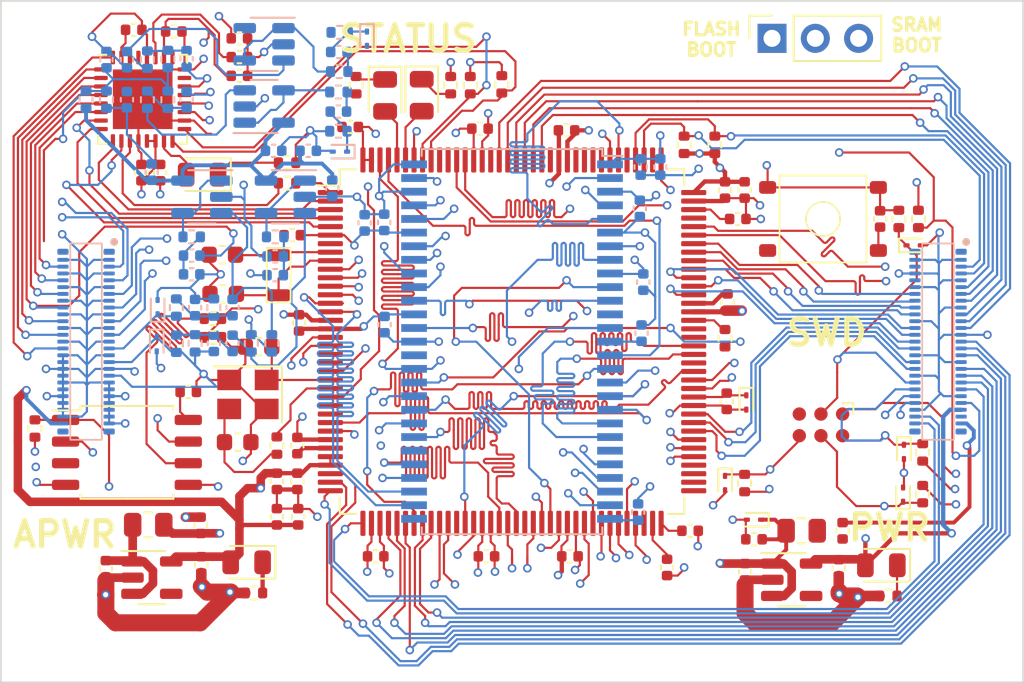
<source format=kicad_pcb>
(kicad_pcb (version 20240108) (generator "pcbnew") (generator_version "8.0")
  (layers (0 "F.Cu" signal) (1 "In1.Cu" signal) (2 "In2.Cu" signal) (3 "In3.Cu" signal) (4 "In4.Cu" signal) (31 "B.Cu" signal) (34 "B.Paste" user) (35 "F.Paste" user) (36 "B.SilkS" user "B.Silkscreen") (37 "F.SilkS" user "F.Silkscreen") (38 "B.Mask" user) (39 "F.Mask" user) (44 "Edge.Cuts" user))
  (net 0 "")
  (net 1 "CODEC_IN_R")
  (net 2 "CODEC_IN_L")
  (net 3 "CODEC_OUT_L")
  (net 4 "IO_BOOT0")
  (net 5 "CODEC_OUT_R")
  (net 6 "VCC")
  (net 7 "VDD")
  (net 8 "Net-(U102-CE)")
  (net 9 "/Codec/BUF_IN_IN_L")
  (net 10 "VREF")
  (net 11 "AUDIO_IN_L")
  (net 12 "Net-(C208-Pad1)")
  (net 13 "/Codec/BUF_IN_IN_R")
  (net 14 "+3.3VA")
  (net 15 "IO_SWO")
  (net 16 "/SWO")
  (net 17 "IO_SWDIO")
  (net 18 "/SWDIO")
  (net 19 "IO_SWCLK")
  (net 20 "/SWCLK")
  (net 21 "IO_NRST")
  (net 22 "/NRST")
  (net 23 "Net-(C209-Pad1)")
  (net 24 "/Codec/BUF_IN_OUT_L")
  (net 25 "/PWR_LED_CAT")
  (net 26 "/APWR_LED_CAT")
  (net 27 "/HSE_OUT")
  (net 28 "Net-(C125-Pad2)")
  (net 29 "Net-(U104-PG8)")
  (net 30 "/FMC_A0")
  (net 31 "+3.3V")
  (net 32 "CODEC_I2C_SCL")
  (net 33 "CODEC_I2C_SDA")
  (net 34 "Net-(D103-K)")
  (net 35 "Net-(D104-K)")
  (net 36 "IO_I2C_SDA")
  (net 37 "IO_I2C_SCL")
  (net 38 "Net-(U104-PE2)")
  (net 39 "SAI_A_MCLK")
  (net 40 "AUDIO_OUT_L")
  (net 41 "AUDIO_OUT_R")
  (net 42 "Net-(C225-Pad1)")
  (net 43 "/Codec/BUF_OUT_OUT_R")
  (net 44 "/Codec/BUF_OUT_IN_R")
  (net 45 "Net-(C224-Pad2)")
  (net 46 "Net-(C221-Pad1)")
  (net 47 "/Codec/BUF_OUT_OUT_L")
  (net 48 "/Codec/BUF_OUT_IN_L")
  (net 49 "Net-(C220-Pad2)")
  (net 50 "Net-(C216-Pad1)")
  (net 51 "/Codec/BUF_IN_OUT_R")
  (net 52 "AUDIO_IN_R")
  (net 53 "Net-(C214-Pad1)")
  (net 54 "Net-(D203-K)")
  (net 57 "/FMC_D0")
  (net 58 "/FMC_NBL0")
  (net 59 "/FMC_SDNCAS")
  (net 60 "/FMC_A12")
  (net 61 "/FMC_NBL1")
  (net 63 "/FMC_D10")
  (net 64 "SAI_B_SD")
  (net 65 "SAI_A_FS")
  (net 66 "SAI_A_SCK")
  (net 67 "SAI_A_SD")
  (net 69 "/LSE_IN")
  (net 70 "/LSE_OUT")
  (net 71 "/QSPI_NCS")
  (net 72 "Net-(U104-PF10)")
  (net 75 "/QSPI_CLK")
  (net 76 "/HSE_IN")
  (net 79 "IO_UART_MTX")
  (net 80 "IO_UART_MRX")
  (net 81 "/QSPI_IO1")
  (net 82 "/QSPI_IO2")
  (net 84 "/QSPI_IO0")
  (net 86 "Net-(C132-Pad2)")
  (net 87 "IO_GPIO17")
  (net 88 "IO_GPIO16")
  (net 89 "IO_GPIO12")
  (net 90 "IO_GPIO11")
  (net 91 "IO_GPIO4")
  (net 92 "IO_GPIO5")
  (net 93 "IO_GPIO6")
  (net 98 "IO_GPIO1")
  (net 99 "IO_GPIO2")
  (net 100 "IO_GPIO3")
  (net 101 "USB_D-")
  (net 102 "USB_D+")
  (net 103 "Net-(C133-Pad1)")
  (net 111 "IO_SPI_MOSI")
  (net 112 "IO_SPI_MISO")
  (net 113 "IO_SPI_CS1N")
  (net 114 "IO_GPIO10")
  (net 115 "IO_SPI_CS2N")
  (net 116 "IO_SPI_CS3N")
  (net 120 "Net-(D103-A)")
  (net 121 "Net-(D104-A)")
  (net 122 "CODEC_LMICP")
  (net 123 "CODEC_LMICN")
  (net 124 "CODEC_RMICP")
  (net 125 "CODEC_RMICN")
  (net 126 "Net-(D203-A)")
  (net 127 "CODEC_AUX_IN_L")
  (net 128 "CODEC_AUX_IN_R")
  (net 131 "Net-(NAU88C22YG201-VREF)")
  (net 134 "CODEC_MIC_BIAS")
  (net 135 "IO_SPI_SCLK")
  (net 136 "IO_GPIO7")
  (net 137 "/FMC_SDCLK")
  (net 138 "/FMC_D3")
  (net 139 "/FMC_SDNE0")
  (net 140 "/FMC_A11")
  (net 141 "/FMC_BA1")
  (net 142 "/FMC_A10")
  (net 143 "/FMC_A1")
  (net 144 "/FMC_A2")
  (net 145 "/FMC_A3")
  (net 146 "/FMC_A4")
  (net 147 "/FMC_A5")
  (net 148 "/FMC_A6")
  (net 149 "/FMC_A7")
  (net 150 "/FMC_A8")
  (net 151 "/FMC_A9")
  (net 152 "/FMC_SDCKE0")
  (net 153 "/FMC_D15")
  (net 154 "/FMC_D11")
  (net 155 "/FMC_D12")
  (net 156 "/FMC_D13")
  (net 157 "/FMC_D14")
  (net 158 "/FMC_D1")
  (net 159 "/FMC_D2")
  (net 160 "/FMC_D4")
  (net 161 "/FMC_D5")
  (net 162 "/FMC_D6")
  (net 163 "/FMC_D7")
  (net 164 "/FMC_SDNWE")
  (net 165 "/FMC_SDNRAS")
  (net 166 "/FMC_BA0")
  (net 167 "/FMC_D8")
  (net 168 "/FMC_D9")
  (net 169 "/QSPI_IO3")
  (net 170 "IO_GPIO15")
  (net 171 "IO_GPIO8")
  (net 172 "IO_GPIO9")
  (net 174 "IO_GPIO14")
  (net 175 "IO_GPIO13")
  (net 177 "GND")
  (net 178 "Net-(J102-Pin_2)")
  (footprint "Capacitor_SMD:C_0402_1005Metric" (layer "F.Cu") (at 152.62 67.4)
    (property "Reference" "C113" (hide yes))
    (property "Value" "100n" (hide yes))
  )
  (footprint "MountingHole:MountingHole_2.2mm_M2_DIN965" (layer "F.Cu") (at 127 97.4)
    (property "Reference" "H103" (hide yes))
    (property "Value" "MountingHole" (hide yes))
  )
  (footprint "Capacitor_SMD:C_0402_1005Metric" (layer "F.Cu") (at 157.7 67.5)
    (property "Reference" "C105" (hide yes))
    (property "Value" "100n" (hide yes))
  )
  (footprint "Capacitor_SMD:C_0402_1005Metric" (layer "F.Cu") (at 141.95 90.18 90)
    (property "Reference" "C112" (hide yes))
    (property "Value" "1u" (hide yes))
  )
  (footprint "Resistor_SMD:R_0402_1005Metric" (layer "F.Cu") (at 139.3525 94.65 180)
    (property "Reference" "R102" (hide yes))
    (property "Value" "1k" (hide yes))
  )
  (footprint "Package_DFN_QFN:VQFN-32-1EP_5x5mm_P0.5mm_EP3.5x3.5mm" (layer "F.Cu") (at 132.825 65.675)
    (property "Reference" "NAU88C22YG201" (hide yes))
    (property "Value" "~")
  )
  (footprint "Capacitor_SMD:C_0402_1005Metric" (layer "F.Cu") (at 168.175 93.404999 -90)
    (property "Reference" "C109" (hide yes))
    (property "Value" "1u" (hide yes))
  )
  (footprint "Custom:SMD_3215-2Pin" (layer "F.Cu") (at 140.8 76 90)
    (property "Reference" "X102" (hide yes))
    (property "Value" "32.768kHz" (hide yes))
  )
  (footprint "Capacitor_SMD:C_0402_1005Metric" (layer "F.Cu") (at 141.9 86 -90)
    (property "Reference" "C115" (hide yes))
    (property "Value" "100n" (hide yes))
  )
  (footprint "Diode_SMD:D_SOD-923" (layer "F.Cu") (at 168.25 83.47 -90)
    (property "Reference" "D105" (hide yes))
    (property "Value" "D12V0M1U2S9-7" (hide yes))
  )
  (footprint "Connector:Tag-Connect_TC2030-IDC-FP_2x03_P1.27mm_Vertical" (layer "F.Cu") (at 172.63 84.785 180)
    (property "Reference" "J101" (hide yes))
    (property "Value" "Conn_ARM_SWD_TagConnect_TC2030" (hide yes))
  )
  (footprint "Capacitor_SMD:C_0402_1005Metric" (layer "F.Cu") (at 140.7 88.1 -90)
    (property "Reference" "C123" (hide yes))
    (property "Value" "100n" (hide yes))
  )
  (footprint "Resistor_SMD:R_0402_1005Metric" (layer "F.Cu") (at 150.9 64.85 90)
    (property "Reference" "R107" (hide yes))
    (property "Value" "1k" (hide yes))
  )
  (footprint "Capacitor_SMD:C_0402_1005Metric" (layer "F.Cu") (at 167.15 77.58 -90)
    (property "Reference" "C101" (hide yes))
    (property "Value" "100n" (hide yes))
  )
  (footprint "LED_SMD:LED_0805_2012Metric" (layer "F.Cu") (at 149.2 65.4375 -90)
    (property "Reference" "D103" (hide yes))
    (property "Value" "LED_RED" (hide yes))
  )
  (footprint "LED_SMD:LED_0805_2012Metric" (layer "F.Cu") (at 136.3125 70.1 180)
    (property "Reference" "D203" (hide yes))
    (property "Value" "LED_GREEN" (hide yes))
  )
  (footprint "Resistor_SMD:R_0402_1005Metric" (layer "F.Cu") (at 145.35 64.85 -90)
    (property "Reference" "R108" (hide yes))
    (property "Value" "1k" (hide yes))
  )
  (footprint "Capacitor_SMD:C_0402_1005Metric" (layer "F.Cu") (at 145 67.3 180)
    (property "Reference" "C107" (hide yes))
    (property "Value" "100n" (hide yes))
  )
  (footprint "Capacitor_SMD:C_0402_1005Metric" (layer "F.Cu") (at 146.5 92.5 180)
    (property "Reference" "C114" (hide yes))
    (property "Value" "100n" (hide yes))
  )
  (footprint "Capacitor_SMD:C_0603_1608Metric" (layer "F.Cu") (at 137.55 77.1 180)
    (property "Reference" "C131" (hide yes))
    (property "Value" "15p" (hide yes))
  )
  (footprint "Resistor_SMD:R_0402_1005Metric" (layer "F.Cu") (at 136.95 78.55 180)
    (property "Reference" "R117" (hide yes))
    (property "Value" "22R" (hide yes))
  )
  (footprint "Capacitor_SMD:C_0402_1005Metric" (layer "F.Cu") (at 135.5 82.85)
    (property "Reference" "C140" (hide yes))
    (property "Value" "2.2u" (hide yes))
  )
  (footprint "Capacitor_SMD:C_0402_1005Metric" (layer "F.Cu") (at 153 92.5 180)
    (property "Reference" "C118" (hide yes))
    (property "Value" "100n" (hide yes))
  )
  (footprint "Crystal:Crystal_SMD_3225-4Pin_3.2x2.5mm" (layer "F.Cu") (at 139 83 180)
    (property "Reference" "X101" (hide yes))
    (property "Value" "24Mhz" (hide yes))
  )
  (footprint "Diode_SMD:D_SOD-923" (layer "F.Cu") (at 177.45 88.8775 90)
    (property "Reference" "D108" (hide yes))
    (property "Value" "D12V0M1U2S9-7" (hide yes))
  )
  (footprint "Resistor_SMD:R_0402_1005Metric" (layer "F.Cu") (at 126.5 85 90)
    (property "Reference" "R119" (hide yes))
    (property "Value" "10k" (hide yes))
  )
  (footprint "Custom:SPST_TS-1187A-B-A-B" (layer "F.Cu") (at 172.75 72.7)
    (property "Reference" "SW101" (hide yes))
    (property "Value" "SW_SPST" (hide yes))
  )
  (footprint "Capacitor_SMD:C_0402_1005Metric" (layer "F.Cu") (at 138.5 63.2 180)
    (property "Reference" "C215" (hide yes))
    (property "Value" "4.7u" (hide yes))
  )
  (footprint "Capacitor_SMD:C_0402_1005Metric" (layer "F.Cu") (at 168.7 91.5 180)
    (property "Reference" "C301" (hide yes))
    (property "Value" "2.2u" (hide yes))
  )
  (footprint "Package_SO:SOIC-8_5.23x5.23mm_P1.27mm" (layer "F.Cu") (at 131.9 86.4)
    (property "Reference" "U105" (hide yes))
    (property "Value" "W25Q128JVS" (hide yes))
  )
  (footprint "Capacitor_SMD:C_0402_1005Metric" (layer "F.Cu") (at 167 71 -90)
    (property "Reference" "C104" (hide yes))
    (property "Value" "100n" (hide yes))
  )
  (footprint "Capacitor_SMD:C_0402_1005Metric" (layer "F.Cu") (at 167.75 72.7)
    (property "Reference" "C133" (hide yes))
    (property "Value" "2.2u" (hide yes))
  )
  (footprint "MountingHole:MountingHole_2.2mm_M2_DIN965" (layer "F.Cu") (at 182 97.4)
    (property "Reference" "H101" (hide yes))
    (property "Value" "MountingHole" (hide yes))
  )
  (footprint "LED_SMD:LED_0805_2012Metric" (layer "F.Cu") (at 138.925 92.85 180)
    (property "Reference" "D102" (hide yes))
    (property "Value" "LED_GREEN" (hide yes))
  )
  (footprint "Capacitor_SMD:C_0402_1005Metric" (layer "F.Cu") (at 136.225 90.68 90)
    (property "Reference" "C120" (hide yes))
    (property "Value" "2.2u" (hide yes))
  )
  (footprint "Capacitor_SMD:C_0402_1005Metric" (layer "F.Cu") (at 176.1 72.7 90)
    (property "Reference" "C134" (hide yes))
    (property "Value" "100n" (hide yes))
  )
  (footprint "Resistor_SMD:R_0402_1005Metric" (layer "F.Cu") (at 164.6 68.35 90)
    (property "Reference" "R109" (hide yes))
    (property "Value" "2.2k" (hide yes))
  )
  (footprint "Diode_SMD:D_SOD-923" (layer "F.Cu") (at 168.7 90.35 180)
    (property "Reference" "D301" (hide yes))
    (property "Value" "D12V0M1U2S9-7" (hide yes))
  )
  (footprint "Resistor_SMD:R_0805_2012Metric" (layer "F.Cu") (at 133.15 90.65 180)
    (property "Reference" "FB101" (hide yes))
    (property "Value" "100R" (hide yes))
  )
  (footprint "MountingHole:MountingHole_2.2mm_M2_DIN965" (layer "F.Cu") (at 182 62.4)
    (property "Reference" "H102" (hide yes))
    (property "Value" "MountingHole" (hide yes))
  )
  (footprint "Capacitor_SMD:C_0402_1005Metric" (layer "F.Cu") (at 132.75 69.98 90)
    (property "Reference" "C205" (hide yes))
    (property "Value" "100n" (hide yes))
  )
  (footprint "Resistor_SMD:R_0402_1005Metric" (layer "F.Cu") (at 168.15 88.2 -90)
    (property "Reference" "R116" (hide yes))
    (property "Value" "22R" (hide yes))
  )
  (footprint "Capacitor_SMD:C_0402_1005Metric" (layer "F.Cu") (at 173.9 91 -90)
    (property "Reference" "C302" (hide yes))
    (property "Value" "2.2u" (hide yes))
  )
  (footprint "Capacitor_SMD:C_0402_1005Metric" (layer "F.Cu") (at 133.85 69.98 -90)
    (property "Reference" "C204" (hide yes))
    (property "Value" "100n" (hide yes))
  )
  (footprint "Capacitor_SMD:C_0402_1005Metric" (layer "F.Cu") (at 138.5 62.1)
    (property "Reference" "C202" (hide yes))
    (property "Value" "4.7u" (hide yes))
  )
  (footprint "Diode_SMD:D_SOD-923" (layer "F.Cu") (at 178.07 74.25)
    (property "Reference" "D109" (hide yes))
    (property "Value" "D12V0M1U2S9-7" (hide yes))
  )
  (footprint "LED_SMD:LED_0805_2012Metric" (layer "F.Cu") (at 147.05 65.45 -90)
    (property "Reference" "D104" (hide yes))
    (property "Value" "LED_GREEN" (hide yes))
  )
  (footprint "Package_QFP:LQFP-144_20x20mm_P0.5mm" (layer "F.Cu") (at 154.5 79.9)
    (property "Reference" "U104" (hide yes))
    (property "Value" "STM32H723ZGTx" (hide yes))
  )
  (footprint "Capacitor_SMD:C_0402_1005Metric" (layer "F.Cu") (at 164.95 91)
    (property "Reference" "C103" (hide yes))
    (property "Value" "100n" (hide yes))
  )
  (footprint "Resistor_SMD:R_0805_2012Metric" (layer "F.Cu") (at 171.5 91)
    (property "Reference" "FB301" (hide yes))
    (property "Value" "100R" (hide yes))
  )
  (footprint "Resistor_SMD:R_0402_1005Metric" (layer "F.Cu") (at 153.9 64.8 -90)
    (property "Reference" "R105" (hide yes))
    (property "Value" "2.2k" (hide yes))
  )
  (footprint "Resistor_SMD:R_0402_1005Metric" (layer "F.Cu") (at 166.4 68.35 90)
    (property "Reference" "R110" (hide yes))
    (property "Value" "2.2k" (hide yes))
  )
  (footprint "Diode_SMD:D_SOD-923" (layer "F.Cu") (at 167 88.2 -90)
    (property "Reference" "D106" (hide yes))
    (property "Value" "D12V0M1U2S9-7" (hide yes))
  )
  (footprint "Resistor_SMD:R_0402_1005Metric" (layer "F.Cu") (at 178.6 86.4 -90)
    (property "Reference" "R115" (hide yes))
    (property "Value" "22R" (hide yes))
  )
  (footprint "Capacitor_SMD:C_0402_1005Metric" (layer "F.Cu") (at 141.6 73.65 180)
    (property "Reference" "C117" (hide yes))
    (property "Value" "100n" (hide yes))
  )
  (footprint "Capacitor_SMD:C_0402_1005Metric" (layer "F.Cu") (at 142 78.8 90)
    (property "Reference" "C116" (hide yes))
    (property "Value" "100n" (hide yes))
  )
  (footprint "Capacitor_SMD:C_0603_1608Metric" (layer "F.Cu") (at 139.625 80.2)
    (property "Reference" "C119" (hide yes))
    (property "Value" "10p" (hide yes))
  )
  (footprint "Connector_PinSocket_2.54mm:PinSocket_1x03_P2.54mm_Vertical" (layer "F.Cu") (at 169.76 62.1 90)
    (property "Reference" "J102" (hide yes))
    (property "Value" "BOOT0" (hide yes))
  )
  (footprint "Resistor_SMD:R_0402_1005Metric" (layer "F.Cu") (at 177.2 72.7 90)
    (property "Reference" "R113" (hide yes))
    (property "Value" "22R" (hide yes))
  )
  (footprint "Capacitor_SMD:C_0402_1005Metric" (layer "F.Cu") (at 163.6 93.15 90)
    (property "Reference" "C132" (hide yes))
    (property "Value" "2.2u" (hide yes))
  )
  (footprint "Capacitor_SMD:C_0402_1005Metric" (layer "F.Cu") (at 141.9 88.1 -90)
    (property "Reference" "C111" (hide yes))
    (property "Value" "100n" (hide yes))
  )
  (footprint "Capacitor_SMD:C_0603_1608Metric" (layer "F.Cu") (at 137.5 74.8 180)
    (property "Reference" "C130" (hide yes))
    (property "Value" "15p" (hide yes))
  )
  (footprint "Capacitor_SMD:C_0402_1005Metric" (layer "F.Cu") (at 136.2625 93 -90)
    (property "Reference" "C122" (hide yes))
    (property "Value" "1u" (hide yes))
  )
  (footprint "Package_TO_SOT_SMD:SOT-23-5" (layer "F.Cu") (at 133.3625 93.75)
    (property "Reference" "U102" (hide yes))
    (property "Value" "ME6211C33M5G-N" (hide yes))
  )
  (footprint "MountingHole:MountingHole_2.2mm_M2_DIN965" (layer "F.Cu") (at 127 62.4)
    (property "Reference" "H104" (hide yes))
    (property "Value" "MountingHole" (hide yes))
  )
  (footprint "Resistor_SMD:R_0402_1005Metric" (layer "F.Cu") (at 152.05 64.85 -90)
    (property "Reference" "R106" (hide yes))
    (property "Value" "2.2k" (hide yes))
  )
  (footprint "Capacitor_SMD:C_0402_1005Metric" (layer "F.Cu") (at 168.15 71 -90)
    (property "Reference" "C108" (hide yes))
    (property "Value" "4.7u" (hide yes))
  )
  (footprint "Resistor_SMD:R_0402_1005Metric" (layer "F.Cu") (at 178.6 88.85 90)
    (property "Reference" "R114" (hide yes))
    (property "Value" "22R" (hide yes))
  )
  (footprint "Capacitor_SMD:C_0402_1005Metric" (layer "F.Cu") (at 130.6625 93.23 -90)
    (property "Reference" "C121" (hide yes))
    (property "Value" "1u" (hide yes))
  )
  (footprint "Resistor_SMD:R_0402_1005Metric" (layer "F.Cu") (at 140.7 86 -90)
    (property "Reference" "R103" (hide yes))
    (property "Value" "47R" (hide yes))
  )
  (footprint "Capacitor_SMD:C_0402_1005Metric" (layer "F.Cu") (at 157.9 92.5 180)
    (property "Reference" "C106" (hide yes))
    (property "Value" "100n" (hide yes))
  )
  (footprint "Package_TO_SOT_SMD:SOT-23-5" (layer "F.Cu") (at 170.9125 93.874999)
    (property "Reference" "U101" (hide yes))
    (property "Value" "ME6211C33M5G-N" (hide yes))
  )
  (footprint "Resistor_SMD:R_0402_1005Metric" (layer "F.Cu") (at 141.3 69.4)
    (property "Reference" "R213" (hide yes))
    (property "Value" "1k" (hide yes))
  )
  (footprint "Capacitor_SMD:C_0402_1005Metric" (layer "F.Cu") (at 138.5 64.3)
    (property "Reference" "C206" (hide yes))
    (property "Value" "4.7u" (hide yes))
  )
  (footprint "LED_SMD:LED_0805_2012Metric" (layer "F.Cu") (at 176.175 93.024999 180)
    (property "Reference" "D101" (hide yes))
    (property "Value" "LED_GREEN" (hide yes))
  )
  (footprint "Resistor_SMD:R_0402_1005Metric" (layer "F.Cu") (at 136.95 79.65)
    (property "Reference" "R118" (hide yes))
    (property "Value" "10k" (hide yes))
  )
  (footprint "Capacitor_SMD:C_0402_1005Metric" (layer "F.Cu") (at 173.675 93.174999 -90)
    (property "Reference" "C110" (hide yes))
    (property "Value" "1u" (hide yes))
  )
  (footprint "Capacitor_SMD:C_0603_1608Metric" (layer "F.Cu") (at 138.4 85.8 180)
    (property "Reference" "C125" (hide yes))
    (property "Value" "10p" (hide yes))
  )
  (footprint "Capacitor_SMD:C_0402_1005Metric" (layer "F.Cu") (at 140.7 90.18 90)
    (property "Reference" "C124" (hide yes))
    (property "Value" "1u" (hide yes))
  )
  (footprint "Resistor_SMD:R_0402_1005Metric" (layer "F.Cu") (at 178.35 72.7 -90)
    (property "Reference" "R112" (hide yes))
    (property "Value" "10k" (hide yes))
  )
  (footprint "Capacitor_SMD:C_0402_1005Metric" (layer "F.Cu") (at 132.3 61.6)
    (property "Reference" "C201" (hide yes))
    (property "Value" "100n" (hide yes))
  )
  (footprint "Resistor_SMD:R_0402_1005Metric" (layer "F.Cu") (at 176.585 94.824999 180)
    (property "Reference" "R101" (hide yes))
    (property "Value" "1k" (hide yes))
  )
  (footprint "Resistor_SMD:R_0402_1005Metric" (layer "F.Cu") (at 141.3 70.6 180)
    (property "Reference" "R111" (hide yes))
    (property "Value" "22R" (hide yes))
  )
  (footprint "Capacitor_SMD:C_0402_1005Metric" (layer "F.Cu") (at 134.65 61.7)
    (property "Reference" "C203" (hide yes))
    (property "Value" "100n" (hide yes))
  )
  (footprint "Diode_SMD:D_SOD-923" (layer "F.Cu") (at 177.5 86.3725 -90)
    (property "Reference" "D107" (hide yes))
    (property "Value" "D12V0M1U2S9-7" (hide yes))
  )
  (footprint "Resistor_SMD:R_0402_1005Metric" (layer "F.Cu") (at 167 79.7 -90)
    (property "Reference" "R104" (hide yes))
    (property "Value" "22R" (hide yes))
  )
  (footprint "Capacitor_SMD:C_0402_1005Metric" (layer "F.Cu") (at 167.1 83.4 -90)
    (property "Reference" "C102" (hide yes))
    (property "Value" "100n" (hide yes))
  )
  (footprint "Resistor_SMD:R_0402_1005Metric" (layer "B.Cu") (at 144.31 67.55)
    (property "Reference" "R223" (hide yes))
    (property "Value" "10k" (hide yes))
  )
  (footprint "Diode_SMD:D_SOD-923" (layer "B.Cu") (at 133.7 77.8725 90)
    (property "Reference" "D201" (hide yes))
    (property "Value" "D12V0M1U2S9-7" (hide yes))
  )
  (footprint "Resistor_SMD:R_0402_1005Metric" (layer "B.Cu") (at 137 77.9 -90)
    (property "Reference" "R204" (hide yes))
    (property "Value" "1M" (hide yes))
  )
  (footprint "Resistor_SMD:R_0402_1005Metric" (layer "B.Cu") (at 135.7 73.75 180)
    (property "Reference" "R203" (hide yes))
    (property "Value" "1k" (hide yes))
  )
  (footprint "Capacitor_SMD:C_0402_1005Metric" (layer "B.Cu") (at 144.3375 62.9 180)
    (property "Reference" "C221" (hide yes))
    (property "Value" "10u" (hide yes))
  )
  (footprint "Package_TO_SOT_SMD:SOT-23-5" (layer "B.Cu") (at 141.2 71.4 180)
    (property "Reference" "U202" (hide yes))
    (property "Value" "COS8551TRA" (hide yes))
  )
  (footprint "Capacitor_SMD:C_0402_1005Metric" (layer "B.Cu") (at 162.205 76.405 -90)
    (property "Reference" "C128" (hide yes))
    (property "Value" "100n" (hide yes))
  )
  (footprint "Diode_SMD:D_SOD-923" (layer "B.Cu") (at 145.9875 62.1225 -90)
    (property "Reference" "D204" (hide yes))
    (property "Value" "D12V0M1U2S9-7" (hide yes))
  )
  (footprint "Capacitor_SMD:C_0402_1005Metric" (layer "B.Cu") (at 138.1 77.9 90)
    (property "Reference" "C208" (hide yes))
    (property "Value" "10n" (hide yes))
  )
  (footprint "Capacitor_SMD:C_0402_1005Metric" (layer "B.Cu") (at 130.7 63.35 90)
    (property "Reference" "C213" (hide yes))
    (property "Value" "47u" (hide yes))
  )
  (footprint "Capacitor_SMD:C_0402_1005Metric" (layer "B.Cu") (at 140.6 76 180)
    (property "Reference" "C216" (hide yes))
    (property "Value" "10u" (hide yes))
  )
  (footprint "Capacitor_SMD:C_0402_1005Metric" (layer "B.Cu") (at 135.7 75.95)
    (property "Reference" "C211" (hide yes))
    (property "Value" "220p" (hide yes))
  )
  (footprint "Resistor_SMD:R_0402_1005Metric" (layer "B.Cu") (at 130.7 65.7 90)
    (property "Reference" "R208" (hide yes))
    (property "Value" "1k" (hide yes))
  )
  (footprint "Resistor_SMD:R_0402_1005Metric" (layer "B.Cu") (at 134.8 77.9 90)
    (property "Reference" "R202" (hide yes))
    (property "Value" "100" (hide yes))
  )
  (footprint "Capacitor_SMD:C_0402_1005Metric" (layer "B.Cu") (at 162.1 79.4 90)
    (property "Reference" "C127" (hide yes))
    (property "Value" "100n" (hide yes))
  )
  (footprint "Resistor_SMD:R_0402_1005Metric" (layer "B.Cu") (at 135.9 80 90)
    (property "Reference" "R211" (hide yes))
    (property "Value" "1M" (hide yes))
  )
  (footprint "Resistor_SMD:R_0402_1005Metric" (layer "B.Cu") (at 129.5 65.7 -90)
    (property "Reference" "R206" (hide yes))
    (property "Value" "1k" (hide yes))
  )
  (footprint "Capacitor_SMD:C_0402_1005Metric" (layer "B.Cu") (at 162.05 69.65 -90)
    (property "Reference" "C137" (hide yes))
    (property "Value" "100n" (hide yes))
  )
  (footprint "Capacitor_SMD:C_0402_1005Metric" (layer "B.Cu") (at 161.9 89.9 90)
    (property "Reference" "C136" (hide yes))
    (property "Value" "100n" (hide yes))
  )
  (footprint "Capacitor_SMD:C_0402_1005Metric" (layer "B.Cu") (at 138.1 80 90)
    (property "Reference" "C214" (hide yes))
    (property "Value" "10n" (hide yes))
  )
  (footprint "Capacitor_SMD:C_0402_1005Metric" (layer "B.Cu") (at 135.4 63.3 90)
    (property "Reference" "C220" (hide yes))
    (property "Value" "10n" (hide yes))
  )
  (footprint "Resistor_SMD:R_0402_1005Metric" (layer "B.Cu") (at 134.3 63.31 -90)
    (property "Reference" "R215" (hide yes))
    (property "Value" "1M" (hide yes))
  )
  (footprint "Resistor_SMD:R_0402_1005Metric" (layer "B.Cu") (at 144.3575 64.05 180)
    (property "Reference" "R217" (hide yes))
    (property "Value" "100" (hide yes))
  )
  (footprint "Capacitor_SMD:C_0402_1005Metric" (layer "B.Cu") (at 147.02 78.9 -90)
    (property "Reference" "C138" (hide yes))
    (property "Value" "100n" (hide yes))
  )
  (footprint "Capacitor_SMD:C_0402_1005Metric" (layer "B.Cu") (at 135.9 77.9 90)
    (property "Reference" "C210" (hide yes))
    (property "Value" "220p" (hide yes))
  )
  (footprint "Resistor_SMD:R_0402_1005Metric" (layer "B.Cu") (at 140.6 73.75 180)
    (property "Reference" "R210" (hide yes))
    (property "Value" "1k" (hide yes))
  )
  (footprint "Capacitor_SMD:C_0402_1005Metric" (layer "B.Cu") (at 163.2 69.65 -90)
    (property "Reference" "C129" (hide yes))
    (property "Value" "2.2u" (hide yes))
  )
  (footprint "Package_TO_SOT_SMD:SOT-23-5" (layer "B.Cu") (at 136.3 71.4 180)
    (property "Reference" "U201" (hide yes))
    (property "Value" "COS8551TRA" (hide yes))
  )
  (footprint "Capacitor_SMD:C_0402_1005Metric" (layer "B.Cu") (at 140.5075 68.7)
    (property "Reference" "C219" (hide yes))
    (property "Value" "100n" (hide yes))
  )
  (footprint "Resistor_SMD:R_0402_1005Metric" (layer "B.Cu") (at 140.4 80 -90)
    (property "Reference" "R201" (hide yes))
    (property "Value" "1M" (hide yes))
  )
  (footprint "Capacitor_SMD:C_0402_1005Metric" (layer "B.Cu") (at 147 72.9 90)
    (property "Reference" "C139" (hide yes))
    (property "Value" "100n" (hide yes))
  )
  (footprint "Resistor_SMD:R_0402_1005Metric" (layer "B.Cu") (at 139.2 80 90)
    (property "Reference" "R207" (hide yes))
    (property "Value" "1M" (hide yes))
  )
  (footprint "Package_SO:TSOP-II-54_22.2x10.16mm_P0.8mm" (layer "B.Cu") (at 154.5 79.9 180)
    (property "Reference" "U103" (hide yes))
    (property "Value" "IS42S16160J-xTLI" (hide yes))
  )
  (footprint "Resistor_SMD:R_0402_1005Metric" (layer "B.Cu") (at 144.31 65.25 180)
    (property "Reference" "R222" (hide yes))
    (property "Value" "100" (hide yes))
  )
  (footprint "Capacitor_SMD:C_0402_1005Metric" (layer "B.Cu") (at 143.95 70.9 -90)
    (property "Reference" "C212" (hide yes))
    (property "Value" "100n" (hide yes))
  )
  (footprint "Custom:DF40C-50DP-0.4V" (layer "B.Cu") (at 179.5 79.9 -90)
    (property "Reference" "J301" (hide yes))
    (property "Value" "Conn_02x27_Odd_Even" (hide yes))
  )
  (footprint "Capacitor_SMD:C_0402_1005Metric" (layer "B.Cu") (at 144.31 66.4 180)
    (property "Reference" "C225" (hide yes))
    (property "Value" "10u" (hide yes))
  )
  (footprint "Resistor_SMD:R_0402_1005Metric" (layer "B.Cu") (at 134.3 65.7 90)
    (property "Reference" "R220" (hide yes))
    (property "Value" "1M" (hide yes))
  )
  (footprint "Capacitor_SMD:C_0402_1005Metric" (layer "B.Cu") (at 142.5375 68.7)
    (property "Reference" "C223" (hide yes))
    (property "Value" "100n" (hide yes))
  )
  (footprint "Resistor_SMD:R_0402_1005Metric" (layer "B.Cu") (at 133.1 65.7 90)
    (property "Reference" "R221" (hide yes))
    (property "Value" "1k" (hide yes))
  )
  (footprint "Capacitor_SMD:C_0402_1005Metric" (layer "B.Cu") (at 131.9 65.7 -90)
    (property "Reference" "C226" (hide yes))
    (property "Value" "1n" (hide yes))
  )
  (footprint "Resistor_SMD:R_0402_1005Metric" (layer "B.Cu") (at 144.3875 61.75)
    (property "Reference" "R218" (hide yes))
    (property "Value" "10k" (hide yes))
  )
  (footprint "Capacitor_SMD:C_0402_1005Metric" (layer "B.Cu") (at 135.7 74.85)
    (property "Reference" "C209" (hide yes))
    (property "Value" "10u" (hide yes))
  )
  (footprint "Capacitor_SMD:C_0402_1005Metric" (layer "B.Cu") (at 145.85 72.93 90)
    (property "Reference" "C126" (hide yes))
    (property "Value" "2.2u" (hide yes))
  )
  (footprint "Custom:DF40C-50DP-0.4V" (layer "B.Cu") (at 129.5 79.9 -90)
    (property "Reference" "J302" (hide yes))
    (property "Value" "Conn_02x27_Odd_Even" (hide yes))
  )
  (footprint "Package_TO_SOT_SMD:SOT-23-5" (layer "B.Cu") (at 139.95 62.45 180)
    (property "Reference" "U203" (hide yes))
    (property "Value" "COS8551TRA" (hide yes))
  )
  (footprint "Diode_SMD:D_SOD-923" (layer "B.Cu") (at 133.65 80.05 -90)
    (property "Reference" "D202" (hide yes))
    (property "Value" "D12V0M1U2S9-7" (hide yes))
  )
  (footprint "Capacitor_SMD:C_0402_1005Metric" (layer "B.Cu") (at 140.6 74.9 180)
    (property "Reference" "C218" (hide yes))
    (property "Value" "220p" (hide yes))
  )
  (footprint "Resistor_SMD:R_0402_1005Metric" (layer "B.Cu") (at 134.8 80.0225 90)
    (property "Reference" "R209" (hide yes))
    (property "Value" "100" (hide yes))
  )
  (footprint "Package_TO_SOT_SMD:SOT-23-5" (layer "B.Cu") (at 139.95 66.1)
    (property "Reference" "U204" (hide yes))
    (property "Value" "COS8551TRA" (hide yes))
  )
  (footprint "Capacitor_SMD:C_0402_1005Metric" (layer "B.Cu") (at 162 72.08 -90)
    (property "Reference" "C135" (hide yes))
    (property "Value" "100n" (hide yes))
  )
  (footprint "Capacitor_SMD:C_0402_1005Metric" (layer "B.Cu") (at 137 80 -90)
    (property "Reference" "C217" (hide yes))
    (property "Value" "220p" (hide yes))
  )
  (footprint "Capacitor_SMD:C_0402_1005Metric" (layer "B.Cu") (at 133.35 69.95 90)
    (property "Reference" "C207" (hide yes))
    (property "Value" "100n" (hide yes))
  )
  (footprint "Capacitor_SMD:C_0402_1005Metric" (layer "B.Cu") (at 131.9 63.35 -90)
    (property "Reference" "C222" (hide yes))
    (property "Value" "1n" (hide yes))
  )
  (footprint "Resistor_SMD:R_0402_1005Metric" (layer "B.Cu") (at 133.1 63.35 90)
    (property "Reference" "R216" (hide yes))
    (property "Value" "1k" (hide yes))
  )
  (footprint "Capacitor_SMD:C_0402_1005Metric" (layer "B.Cu") (at 135.4 65.7 -90)
    (property "Reference" "C224" (hide yes))
    (property "Value" "10n" (hide yes))
  )
  (footprint "Diode_SMD:D_SOD-923" (layer "B.Cu") (at 144.4 68.75 180)
    (property "Reference" "D205" (hide yes))
    (property "Value" "D12V0M1U2S9-7" (hide yes))
  )
  (gr_rect (start 124.5 59.9) (end 184.5 99.9) (stroke (width 0.1)) (fill none) (layer "Edge.Cuts"))
  (gr_text "STATUS\n" (at 144.2 63 0) (layer "F.SilkS") (effects (font (size 1.5 1.5) (thickness 0.3) (bold yes)) (justify left bottom)))
  (gr_text "FLASH\nBOOT\n" (at 166.2 63.2 0) (layer "F.SilkS") (effects (font (size 0.75 0.75) (thickness 0.1875) (bold yes)) (justify bottom)))
  (gr_text "APWR\n" (at 125.05 92.1 0) (layer "F.SilkS") (effects (font (size 1.5 1.5) (thickness 0.3) (bold yes)) (justify left bottom)))
  (gr_text "SWD" (at 170.45 80.25 0) (layer "F.SilkS") (effects (font (size 1.5 1.5) (thickness 0.3) (bold yes)) (justify left bottom)))
  (gr_text "PWR" (at 174.1 91.7 0) (layer "F.SilkS") (effects (font (size 1.5 1.5) (thickness 0.3) (bold yes)) (justify left bottom)))
  (gr_text "SRAM\nBOOT" (at 178.25 62.95 0) (layer "F.SilkS") (effects (font (size 0.75 0.75) (thickness 0.1875) (bold yes)) (justify bottom)))
  (segment (start 127.15 75.4) (end 126.774 75.024) (width 0.127) (layer "F.Cu") (net 1))
  (segment (start 126.774 68.526) (end 128.875 66.425) (width 0.127) (layer "F.Cu") (net 1))
  (segment (start 128.875 66.425) (end 130.375 66.425) (width 0.127) (layer "F.Cu") (net 1))
  (segment (start 126.774 75.024) (end 126.774 68.526) (width 0.127) (layer "F.Cu") (net 1))
  (via (at 139.15 75.9) (size 0.5) (drill 0.3) (layers "F.Cu" "B.Cu") (net 1))
  (via (at 127.15 75.4) (size 0.5) (drill 0.3) (layers "F.Cu" "B.Cu") (net 1))
  (segment (start 139.25 76) (end 140.12 76) (width 0.127) (layer "B.Cu") (net 1))
  (segment (start 127.25 75.5) (end 127.15 75.4) (width 0.127) (layer "B.Cu") (net 1))
  (segment (start 128.145 75.5) (end 127.25 75.5) (width 0.127) (layer "B.Cu") (net 1))
  (segment (start 139.15 75.9) (end 139.25 76) (width 0.127) (layer "B.Cu") (net 1))
  (segment (start 126.012 68.16037) (end 129.24737 64.925) (width 0.127) (layer "F.Cu") (net 2))
  (segment (start 138.15 73.55) (end 137.754 73.154) (width 0.127) (layer "F.Cu") (net 2))
  (segment (start 129.24737 64.925) (end 130.375 64.925) (width 0.127) (layer "F.Cu") (net 2))
  (segment (start 126.4 77.8) (end 126.012 77.412) (width 0.127) (layer "F.Cu") (net 2))
  (segment (start 130.596 73.154) (end 129.1 74.65) (width 0.127) (layer "F.Cu") (net 2))
  (segment (start 129.1 77.2) (end 128.5 77.8) (width 0.127) (layer "F.Cu") (net 2))
  (segment (start 128.5 77.8) (end 126.4 77.8) (width 0.127) (layer "F.Cu") (net 2))
  (segment (start 129.1 74.65) (end 129.1 77.2) (width 0.127) (layer "F.Cu") (net 2))
  (segment (start 137.754 73.154) (end 130.596 73.154) (width 0.127) (layer "F.Cu") (net 2))
  (segment (start 126.012 77.412) (end 126.012 68.16037) (width 0.127) (layer "F.Cu") (net 2))
  (via (at 138.15 73.55) (size 0.5) (drill 0.3) (layers "F.Cu" "B.Cu") (net 2))
  (via (at 126.4 77.8) (size 0.5) (drill 0.3) (layers "F.Cu" "B.Cu") (net 2))
  (segment (start 137.4 74.85) (end 136.18 74.85) (width 0.127) (layer "B.Cu") (net 2))
  (segment (start 138.15 74.1) (end 137.4 74.85) (width 0.127) (layer "B.Cu") (net 2))
  (segment (start 138.15 73.55) (end 138.15 74.1) (width 0.127) (layer "B.Cu") (net 2))
  (segment (start 126.5 77.9) (end 128.145 77.9) (width 0.127) (layer "B.Cu") (net 2))
  (segment (start 126.4 77.8) (end 126.5 77.9) (width 0.127) (layer "B.Cu") (net 2))
  (segment (start 136.6 64.45) (end 136.125 64.925) (width 0.127) (layer "F.Cu") (net 3))
  (segment (start 136.125 64.925) (end 135.275 64.925) (width 0.127) (layer "F.Cu") (net 3))
  (via (at 133.4 75.9) (size 0.5) (drill 0.3) (layers "F.Cu" "B.Cu") (net 3))
  (via (at 136.6 64.45) (size 0.5) (drill 0.3) (layers "F.Cu" "B.Cu") (net 3))
  (segment (start 135.4 63.78) (end 135.4 63.9) (width 0.127) (layer "B.Cu") (net 3))
  (segment (start 133.4 75.9) (end 132.95 76.35) (width 0.127) (layer "B.Cu") (net 3))
  (segment (start 135.38 63.86) (end 135.4 63.84) (width 0.127) (layer "B.Cu") (net 3))
  (segment (start 132.95 78) (end 131.45 79.5) (width 0.127) (layer "B.Cu") (net 3))
  (segment (start 135.4 63.9) (end 135.95 64.45) (width 0.127) (layer "B.Cu") (net 3))
  (segment (start 135.95 64.45) (end 136.6 64.45) (width 0.127) (layer "B.Cu") (net 3))
  (segment (start 132.95 76.35) (end 132.95 78) (width 0.127) (layer "B.Cu") (net 3))
  (segment (start 131.45 79.5) (end 130.855 79.5) (width 0.127) (layer "B.Cu") (net 3))
  (segment (start 148.9 67.55) (end 148.85 67.6) (width 0.127) (layer "F.Cu") (net 4))
  (segment (start 173.7 68.8) (end 173.65 68.8) (width 0.127) (layer "F.Cu") (net 4))
  (segment (start 148.75 67.7) (end 148.75 69.2375) (width 0.127) (layer "F.Cu") (net 4))
  (segment (start 178.84 73.21) (end 179.25 72.8) (width 0.127) (layer "F.Cu") (net 4))
  (segment (start 179.25 72.8) (end 179.25 70.25) (width 0.127) (layer "F.Cu") (net 4))
  (segment (start 177.8 68.8) (end 173.7 68.8) (width 0.127) (layer "F.Cu") (net 4))
  (segment (start 148.9 67.55) (end 148.75 67.7) (width 0.127) (layer "F.Cu") (net 4))
  (segment (start 180.35 86.4) (end 180.35 73.2) (width 0.127) (layer "F.Cu") (net 4))
  (segment (start 178.35 73.21) (end 178.84 73.21) (width 0.127) (layer "F.Cu") (net 4))
  (segment (start 179.95 72.8) (end 179.25 72.8) (width 0.127) (layer "F.Cu") (net 4))
  (segment (start 180.35 73.2) (end 179.95 72.8) (width 0.127) (layer "F.Cu") (net 4))
  (segment (start 180.55 86.6) (end 180.35 86.4) (width 0.127) (layer "F.Cu") (net 4))
  (segment (start 179.25 70.25) (end 177.8 68.8) (width 0.127) (layer "F.Cu") (net 4))
  (via (at 148.9 67.55) (size 0.5) (drill 0.3) (layers "F.Cu" "B.Cu") (net 4))
  (via (at 173.7 68.8) (size 0.5) (drill 0.3) (layers "F.Cu" "B.Cu") (net 4))
  (via (at 180.55 86.6) (size 0.5) (drill 0.3) (layers "F.Cu" "B.Cu") (net 4))
  (segment (start 181.622 86.6) (end 181.922 86.3) (width 0.127) (layer "B.Cu") (net 4))
  (segment (start 181.45 83.5) (end 180.855 83.5) (width 0.127) (layer "B.Cu") (net 4))
  (segment (start 180.55 86.6) (end 181.622 86.6) (width 0.127) (layer "B.Cu") (net 4))
  (segment (start 181.922 86.3) (end 181.922 83.972) (width 0.127) (layer "B.Cu") (net 4))
  (segment (start 181.922 83.972) (end 181.45 83.5) (width 0.127) (layer "B.Cu") (net 4))
  (segment (start 136.7 65.35) (end 136.8 65.25) (width 0.127) (layer "F.Cu") (net 5))
  (segment (start 136.8 65.35) (end 136.875 65.425) (width 0.127) (layer "F.Cu") (net 5))
  (segment (start 135.275 65.425) (end 135.825 65.425) (width 0.127) (layer "F.Cu") (net 5))
  (segment (start 135.9 65.35) (end 136.7 65.35) (width 0.127) (layer "F.Cu") (net 5))
  (segment (start 135.825 65.425) (end 135.9 65.35) (width 0.127) (layer "F.Cu") (net 5))
  (via (at 136.8 65.25) (size 0.5) (drill 0.3) (layers "F.Cu" "B.Cu") (net 5))
  (via (at 134.2 75.15) (size 0.5) (drill 0.3) (layers "F.Cu" "B.Cu") (net 5))
  (segment (start 131.5 78.7) (end 132.696 77.504) (width 0.127) (layer "B.Cu") (net 5))
  (segment (start 132.9 75.15) (end 134.2 75.15) (width 0.127) (layer "B.Cu") (net 5))
  (segment (start 135.68 65.4) (end 135.4 65.12) (width 0.127) (layer "B.Cu") (net 5))
  (segment (start 136.8 65.25) (end 136.65 65.4) (width 0.127) (layer "B.Cu") (net 5))
  (segment (start 132.696 77.504) (end 132.696 75.354) (width 0.127) (layer "B.Cu") (net 5))
  (segment (start 136.65 65.4) (end 135.68 65.4) (width 0.127) (layer "B.Cu") (net 5))
  (segment (start 132.696 75.354) (end 132.9 75.15) (width 0.127) (layer "B.Cu") (net 5))
  (segment (start 130.855 78.7) (end 131.5 78.7) (width 0.127) (layer "B.Cu") (net 5))
  (segment (start 170.9125 94.374999) (end 170.9125 93.4) (width 0.508) (layer "F.Cu") (net 6))
  (segment (start 170.9125 93.4) (end 170.437499 92.924999) (width 0.508) (layer "F.Cu") (net 6))
  (segment (start 134.5725 91.16) (end 134.0625 90.65) (width 0.508) (layer "F.Cu") (net 6))
  (segment (start 136.225 91.16) (end 134.5725 91.16) (width 0.508) (layer "F.Cu") (net 6))
  (segment (start 170.437499 92.924999) (end 169.775 92.924999) (width 0.508) (layer "F.Cu") (net 6))
  (segment (start 169.775 92.924999) (end 168.175 92.924999) (width 0.508) (layer "F.Cu") (net 6))
  (segment (start 169.775 94.824999) (end 170.4625 94.824999) (width 0.508) (layer "F.Cu") (net 6))
  (segment (start 168.175 92.924999) (end 166.774999 92.924999) (width 0.508) (layer "F.Cu") (net 6))
  (segment (start 137.35 91.15) (end 136.235 91.15) (width 0.508) (layer "F.Cu") (net 6))
  (segment (start 170.4625 94.824999) (end 170.9125 94.374999) (width 0.508) (layer "F.Cu") (net 6))
  (segment (start 166.7 92.9) (end 166.725001 92.924999) (width 0.508) (layer "F.Cu") (net 6))
  (segment (start 169.12 90.35) (end 169.9375 90.35) (width 0.23) (layer "F.Cu") (net 6))
  (segment (start 136.235 91.15) (end 136.225 91.16) (width 0.508) (layer "F.Cu") (net 6))
  (segment (start 166.725001 92.924999) (end 166.75 92.924999) (width 0.508) (layer "F.Cu") (net 6))
  (segment (start 166.774999 92.924999) (end 166.7 92.9) (width 0.508) (layer "F.Cu") (net 6))
  (segment (start 169.18 91.5) (end 170.0875 91.5) (width 0.23) (layer "F.Cu") (net 6))
  (segment (start 169.9375 90.35) (end 170.5875 91) (width 0.23) (layer "F.Cu") (net 6))
  (segment (start 170.5875 91) (end 170.5875 92.112499) (width 0.23) (layer "F.Cu") (net 6))
  (segment (start 170.0875 91.5) (end 170.5875 91) (width 0.23) (layer "F.Cu") (net 6))
  (segment (start 169.1 91.42) (end 169.18 91.5) (width 0.23) (layer "F.Cu") (net 6))
  (segment (start 170.5875 92.112499) (end 169.775 92.924999) (width 0.23) (layer "F.Cu") (net 6))
  (via (at 166.7 92.9) (size 0.5) (drill 0.3) (layers "F.Cu" "B.Cu") (net 6))
  (via (at 137.35 91.15) (size 0.5) (drill 0.3) (layers "F.Cu" "B.Cu") (net 6))
  (segment (start 180.43 90.52) (end 181.35 89.6) (width 0.23) (layer "F.Cu") (net 7))
  (segment (start 181.35 89.6) (end 181.35 86.15) (width 0.23) (layer "F.Cu") (net 7))
  (segment (start 173.9 90.52) (end 180.43 90.52) (width 0.23) (layer "F.Cu") (net 7))
  (segment (start 181.35 86.15) (end 181.2 86) (width 0.23) (layer "F.Cu") (net 7))
  (via (at 181.2 86) (size 0.5) (drill 0.3) (layers "F.Cu" "B.Cu") (net 7))
  (segment (start 181.2 86) (end 181.15 86) (width 0.23) (layer "B.Cu") (net 7))
  (segment (start 181.178408 84.7) (end 180.855 84.7) (width 0.23) (layer "B.Cu") (net 7))
  (segment (start 181.15 86) (end 181.6 85.55) (width 0.23) (layer "B.Cu") (net 7))
  (segment (start 181.2 85.95) (end 181.2 86) (width 0.23) (layer "B.Cu") (net 7))
  (segment (start 181.6 85.121592) (end 181.178408 84.7) (width 0.23) (layer "B.Cu") (net 7))
  (segment (start 181.6 85.55) (end 181.6 85.121592) (width 0.23) (layer "B.Cu") (net 7))
  (segment (start 181.2 85.95) (end 181.2 85.95) (width 0.23) (layer "B.Cu") (net 7))
  (segment (start 132.2375 92.7875) (end 132.225 92.8) (width 0.254) (layer "F.Cu") (net 8))
  (segment (start 133.425 93.337501) (end 132.887499 92.8) (width 0.508) (layer "F.Cu") (net 8))
  (segment (start 132.2375 90.65) (end 132.2375 92.7875) (width 0.508) (layer "F.Cu") (net 8))
  (segment (start 133.425 94.1) (end 133.425 93.337501) (width 0.508) (layer "F.Cu") (net 8))
  (segment (start 132.225 94.7) (end 132.825 94.7) (width 0.508) (layer "F.Cu") (net 8))
  (segment (start 130.6625 92.75) (end 132.175 92.75) (width 0.508) (layer "F.Cu") (net 8))
  (segment (start 132.175 92.75) (end 132.225 92.8) (width 0.254) (layer "F.Cu") (net 8))
  (segment (start 132.887499 92.8) (end 132.225 92.8) (width 0.508) (layer "F.Cu") (net 8))
  (segment (start 132.825 94.7) (end 133.425 94.1) (width 0.508) (layer "F.Cu") (net 8))
  (segment (start 137.5 72.4125) (end 137.4375 72.35) (width 0.127) (layer "B.Cu") (net 9))
  (segment (start 138.1 75.2) (end 138.95 74.35) (width 0.127) (layer "B.Cu") (net 9))
  (segment (start 138.95 73.200001) (end 138.099999 72.35) (width 0.127) (layer "B.Cu") (net 9))
  (segment (start 140.4 79.49) (end 140.4 77) (width 0.127) (layer "B.Cu") (net 9))
  (segment (start 140.15 76.75) (end 138.77 76.75) (width 0.127) (layer "B.Cu") (net 9))
  (segment (start 138.77 76.75) (end 138.1 77.42) (width 0.127) (layer "B.Cu") (net 9))
  (segment (start 138.099999 72.35) (end 137.4375 72.35) (width 0.127) (layer "B.Cu") (net 9))
  (segment (start 140.4 77) (end 140.15 76.75) (width 0.127) (layer "B.Cu") (net 9))
  (segment (start 138.1 77.42) (end 138.1 75.2) (width 0.127) (layer "B.Cu") (net 9))
  (segment (start 138.95 74.35) (end 138.95 73.200001) (width 0.127) (layer "B.Cu") (net 9))
  (segment (start 127.028 68.672) (end 127.028 69.15) (width 0.127) (layer "F.Cu") (net 10))
  (segment (start 127.028 69.15) (end 127.028 74) (width 0.127) (layer "F.Cu") (net 10))
  (segment (start 128.15 68) (end 127.7 68) (width 0.127) (layer "F.Cu") (net 10))
  (segment (start 127.7 68) (end 127.028 68.672) (width 0.127) (layer "F.Cu") (net 10))
  (via (at 128.15 68) (size 0.5) (drill 0.3) (layers "F.Cu" "B.Cu") (net 10))
  (via (at 139.05 78.6) (size 0.5) (drill 0.3) (layers "F.Cu" "B.Cu") (net 10))
  (segment (start 130.7 64.9) (end 130.7 65.19) (width 0.127) (layer "B.Cu") (net 10))
  (segment (start 139.34 79.49) (end 139.2 79.49) (width 0.127) (layer "B.Cu") (net 10))
  (segment (start 134.3 63.82) (end 134.3 65.09) (width 0.127) (layer "B.Cu") (net 10))
  (segment (start 134.3 64.9) (end 133.9 64.5) (width 0.127) (layer "B.Cu") (net 10))
  (segment (start 130.7 63.83) (end 130.7 64.1) (width 0.127) (layer "B.Cu") (net 10))
  (segment (start 139.05 78.6) (end 139.05 78.7) (width 0.127) (layer "B.Cu") (net 10))
  (segment (start 137.16 82.55) (end 135.12 80.51) (width 0.127) (layer "B.Cu") (net 10))
  (segment (start 128.15 66.45) (end 128.15 68) (width 0.127) (layer "B.Cu") (net 10))
  (segment (start 139.2 78.85) (end 139.2 79.49) (width 0.127) (layer "B.Cu") (net 10))
  (segment (start 133.9 64.5) (end 131.1 64.5) (width 0.127) (layer "B.Cu") (net 10))
  (segment (start 131.1 64.5) (end 130.7 64.9) (width 0.127) (layer "B.Cu") (net 10))
  (segment (start 131.55 81.9) (end 132.2 82.55) (width 0.127) (layer "B.Cu") (net 10))
  (segment (start 130.855 81.9) (end 131.55 81.9) (width 0.127) (layer "B.Cu") (net 10))
  (segment (start 140.4 80.51) (end 140.36 80.51) (width 0.127) (layer "B.Cu") (net 10))
  (segment (start 130.7 65.19) (end 129.5 65.19) (width 0.127) (layer "B.Cu") (net 10))
  (segment (start 134.3 65.09) (end 134.3 64.8) (width 0.127) (layer "B.Cu") (net 10))
  (segment (start 134.3 65.19) (end 134.3 64.9) (width 0.127) (layer "B.Cu") (net 10))
  (segment (start 129.38 65.22) (end 128.15 66.45) (width 0.127) (layer "B.Cu") (net 10))
  (segment (start 140.36 80.51) (end 139.34 79.49) (width 0.127) (layer "B.Cu") (net 10))
  (segment (start 139.05 78.7) (end 139.2 78.85) (width 0.127) (layer "B.Cu") (net 10))
  (segment (start 129.47 65.22) (end 129.38 65.22) (width 0.127) (layer "B.Cu") (net 10))
  (segment (start 132.2 82.55) (end 137.16 82.55) (width 0.127) (layer "B.Cu") (net 10))
  (segment (start 129.47 65.22) (end 129.5 65.19) (width 0.127) (layer "B.Cu") (net 10))
  (segment (start 130.7 64.1) (end 131.1 64.5) (width 0.127) (layer "B.Cu") (net 10))
  (segment (start 133.8175 78.41) (end 133.7 78.2925) (width 0.127) (layer "B.Cu") (net 11))
  (segment (start 131.6925 80.3) (end 133.7 78.2925) (width 0.127) (layer "B.Cu") (net 11))
  (segment (start 130.855 80.3) (end 131.6925 80.3) (width 0.127) (layer "B.Cu") (net 11))
  (segment (start 134.8 78.41) (end 133.8175 78.41) (width 0.127) (layer "B.Cu") (net 11))
  (segment (start 134.8 77.39) (end 134.8 77.4) (width 0.127) (layer "B.Cu") (net 12))
  (segment (start 135.93 78.41) (end 135.9 78.38) (width 0.127) (layer "B.Cu") (net 12))
  (segment (start 135.78 78.38) (end 135.9 78.38) (width 0.127) (layer "B.Cu") (net 12))
  (segment (start 134.8 77.4) (end 135.78 78.38) (width 0.127) (layer "B.Cu") (net 12))
  (segment (start 137.03 78.38) (end 137 78.41) (width 0.127) (layer "B.Cu") (net 12))
  (segment (start 137 78.41) (end 135.93 78.41) (width 0.127) (layer "B.Cu") (net 12))
  (segment (start 138.1 78.38) (end 137.03 78.38) (width 0.127) (layer "B.Cu") (net 12))
  (segment (start 138.13 79.49) (end 138.1 79.52) (width 0.127) (layer "B.Cu") (net 13))
  (segment (start 139.2 80.51) (end 139.16 80.51) (width 0.127) (layer "B.Cu") (net 13))
  (segment (start 141.55 76.9) (end 142.3375 76.1125) (width 0.127) (layer "B.Cu") (net 13))
  (segment (start 139.16 80.51) (end 138.17 79.52) (width 0.127) (layer "B.Cu") (net 13))
  (segment (start 139.2 80.51) (end 139.2 80.9) (width 0.127) (layer "B.Cu") (net 13))
  (segment (start 138.17 79.52) (end 138.1 79.52) (width 0.127) (layer "B.Cu") (net 13))
  (segment (start 141.85 80.2) (end 141.85 77.95) (width 0.127) (layer "B.Cu") (net 13))
  (segment (start 139.2 80.9) (end 139.6 81.3) (width 0.127) (layer "B.Cu") (net 13))
  (segment (start 140.75 81.3) (end 141.85 80.2) (width 0.127) (layer "B.Cu") (net 13))
  (segment (start 142.3375 76.1125) (end 142.3375 72.35) (width 0.127) (layer "B.Cu") (net 13))
  (segment (start 139.6 81.3) (end 140.75 81.3) (width 0.127) (layer "B.Cu") (net 13))
  (segment (start 141.55 77.65) (end 141.55 76.9) (width 0.127) (layer "B.Cu") (net 13))
  (segment (start 141.85 77.95) (end 141.55 77.65) (width 0.127) (layer "B.Cu") (net 13))
  (segment (start 136.2625 92.52) (end 137.6575 92.52) (width 0.508) (layer "F.Cu") (net 14))
  (segment (start 125.5 85.7) (end 125.5 83.25) (width 0.5) (layer "F.Cu") (net 14))
  (segment (start 141.95 90.66) (end 140.7 90.66) (width 0.254) (layer "F.Cu") (net 14))
  (segment (start 138.02 61.52) (end 137.3 60.8) (width 0.127) (layer "F.Cu") (net 14))
  (segment (start 138.5 90.9) (end 138.5 92.3375) (width 0.5) (layer "F.Cu") (net 14))
  (segment (start 142.18 87.62) (end 141.9 87.62) (width 0.254) (layer "F.Cu") (net 14))
  (segment (start 131.575 62.625) (end 131.82 62.38) (width 0.127) (layer "F.Cu") (net 14))
  (segment (start 138.5 88.975104) (end 138.5 90.35) (width 0.5) (layer "F.Cu") (net 14))
  (segment (start 139.75 88.5) (end 138.975104 88.5) (width 0.5) (layer "F.Cu") (net 14))
  (segment (start 134.78 92.52) (end 134.5 92.8) (width 0.508) (layer "F.Cu") (net 14))
  (segment (start 138.5 90.35) (end 137.45 89.3) (width 0.5) (layer "F.Cu") (net 14))
  (segment (start 140.03 87.62) (end 140.7 87.62) (width 0.5) (layer "F.Cu") (net 14))
  (segment (start 139.75 87.9) (end 140.03 87.62) (width 0.5) (layer "F.Cu") (net 14))
  (segment (start 130.35 89.3) (end 126.2 89.3) (width 0.5) (layer "F.Cu") (net 14))
  (segment (start 138.975104 88.5) (end 138.5 88.975104) (width 0.5) (layer "F.Cu") (net 14))
  (segment (start 131.575 63.225) (end 131.575 62.625) (width 0.127) (layer "F.Cu") (net 14))
  (segment (start 142.65 87.15) (end 142.18 87.62) (width 0.254) (layer "F.Cu") (net 14))
  (segment (start 143.8375 87.15) (end 142.65 87.15) (width 0.254) (layer "F.Cu") (net 14))
  (segment (start 125.9 89) (end 125.5 88.6) (width 0.5) (layer "F.Cu") (net 14))
  (segment (start 125.5 83.25) (end 126 82.75) (width 0.5) (layer "F.Cu") (net 14))
  (segment (start 137.6575 92.52) (end 137.9875 92.85) (width 0.5) (layer "F.Cu") (net 14))
  (segment (start 137.45 89.3) (end 135.6 89.3) (width 0.5) (layer "F.Cu") (net 14))
  (segment (start 138.02 62.1) (end 138.02 61.52) (width 0.127) (layer "F.Cu") (net 14))
  (segment (start 138.5 90.35) (end 138.5 90.9) (width 0.5) (layer "F.Cu") (net 14))
  (segment (start 139.75 88.5) (end 139.75 87.9) (width 0.5) (layer "F.Cu") (net 14))
  (segment (start 136.2625 92.52) (end 134.78 92.52) (width 0.508) (layer "F.Cu") (net 14))
  (segment (start 143.8375 86.65) (end 143.8375 87.15) (width 0.127) (layer "F.Cu") (net 14))
  (segment (start 138.5 92.3375) (end 137.9875 92.85) (width 0.5) (layer "F.Cu") (net 14))
  (segment (start 126.2 89.3) (end 125.9 89) (width 0.5) (layer "F.Cu") (net 14))
  (segment (start 125.5 88.6) (end 125.5 85.7) (width 0.5) (layer "F.Cu") (net 14))
  (segment (start 140.7 90.66) (end 138.74 90.66) (width 0.254) (layer "F.Cu") (net 14))
  (segment (start 135.6 89.3) (end 130.35 89.3) (width 0.5) (layer "F.Cu") (net 14))
  (segment (start 131.82 62.38) (end 131.82 61.6) (width 0.127) (layer "F.Cu") (net 14))
  (segment (start 140.7 87.62) (end 141.9 87.62) (width 0.254) (layer "F.Cu") (net 14))
  (segment (start 138.74 90.66) (end 138.5 90.9) (width 0.254) (layer "F.Cu") (net 14))
  (via (at 137.3 60.8) (size 0.5) (drill 0.3) (layers "F.Cu" "B.Cu") (net 14))
  (via (at 139.75 88.5) (size 0.5) (drill 0.3) (layers "F.Cu" "B.Cu") (net 14))
  (via (at 126 82.75) (size 0.5) (drill 0.3) (layers "F.Cu" "B.Cu") (net 14))
  (segment (start 126 83.25) (end 126 82.75) (width 0.23) (layer "B.Cu") (net 14))
  (segment (start 142.25 69.45) (end 141.1 69.45) (width 0.23) (layer "B.Cu") (net 14))
  (segment (start 133.03 70.43) (end 129.5 66.9) (width 0.23) (layer "B.Cu") (net 14))
  (segment (start 135.1625 69.8375) (end 135.45 69.55) (width 0.23) (layer "B.Cu") (net 14))
  (segment (start 141.0625 69.45) (end 141.1 69.45) (width 0.23) (layer "B.Cu") (net 14))
  (segment (start 140.0625 70.45) (end 141.0625 69.45) (width 0.23) (layer "B.Cu") (net 14))
  (segment (start 129.5 66.9) (end 129.5 66.21) (width 0.23) (layer "B.Cu") (net 14))
  (segment (start 143.95 70.42) (end 143.95 70.05) (width 0.23) (layer "B.Cu") (net 14))
  (segment (start 127.45 84.7) (end 126 83.25) (width 0.23) (layer "B.Cu") (net 14))
  (segment (start 139.1625 69.55) (end 139.1775 69.55) (width 0.23) (layer "B.Cu") (net 14))
  (segment (start 133.37 70.45) (end 133.35 70.43) (width 0.23) (layer "B.Cu") (net 14))
  (segment (start 139.1775 69.55) (end 140.0275 68.7) (width 0.23) (layer "B.Cu") (net 14))
  (segment (start 140.0275 68.7) (end 140.0275 68.11) (width 0.23) (layer "B.Cu") (net 14))
  (segment (start 140.0275 68.11) (end 141.0875 67.05) (width 0.23) (layer "B.Cu") (net 14))
  (segment (start 142.25 69.45) (end 142.0575 69.2575) (width 0.23) (layer "B.Cu") (net 14))
  (segment (start 139.1625 69.55) (end 140.0625 70.45) (width 0.23) (layer "B.Cu") (net 14))
  (segment (start 143.95 70.05) (end 143.35 69.45) (width 0.23) (layer "B.Cu") (net 14))
  (segment (start 135.45 69.55) (end 139.1625 69.55) (width 0.23) (layer "B.Cu") (net 14))
  (segment (start 135.1625 70.45) (end 133.37 70.45) (width 0.23) (layer "B.Cu") (net 14))
  (segment (start 135.1625 70.45) (end 135.1625 69.8375) (width 0.23) (layer "B.Cu") (net 14))
  (segment (start 128.145 84.7) (end 127.45 84.7) (width 0.23) (layer "B.Cu") (net 14))
  (segment (start 142.0575 69.2575) (end 142.0575 68.7) (width 0.23) (layer "B.Cu") (net 14))
  (segment (start 133.35 70.43) (end 133.03 70.43) (width 0.23) (layer "B.Cu") (net 14))
  (segment (start 143.35 69.45) (end 142.25 69.45) (width 0.23) (layer "B.Cu") (net 14))
  (segment (start 169.372595 87.69) (end 168.15 87.69) (width 0.127) (layer "F.Cu") (net 15))
  (segment (start 171.36 85.702595) (end 169.372595 87.69) (width 0.127) (layer "F.Cu") (net 15))
  (segment (start 168.15 87.69) (end 167.09 87.69) (width 0.127) (layer "F.Cu") (net 15))
  (segment (start 171.36 85.42) (end 171.36 85.738162) (width 0.127) (layer "F.Cu") (net 15))
  (segment (start 171.36 85.42) (end 171.36 85.702595) (width 0.127) (layer "F.Cu") (net 15))
  (segment (start 167.09 87.69) (end 167 87.78) (width 0.127) (layer "F.Cu") (net 15))
  (via (at 169.65 87.4) (size 0.5) (drill 0.3) (layers "F.Cu" "B.Cu") (net 15))
  (via (at 177.3 84.2) (size 0.5) (drill 0.3) (layers "F.Cu" "B.Cu") (net 15))
  (segment (start 177.3 83.8) (end 177.6 83.5) (width 0.127) (layer "B.Cu") (net 15))
  (segment (start 177.6 83.5) (end 178.145 83.5) (width 0.127) (layer "B.Cu") (net 15))
  (segment (start 177.3 84.2) (end 177.3 83.8) (width 0.127) (layer "B.Cu") (net 15))
  (segment (start 168.388162 88.71) (end 168.15 88.71) (width 0.127) (layer "F.Cu") (net 16))
  (segment (start 168.15 88.71) (end 169.44 88.71) (width 0.127) (layer "F.Cu") (net 16))
  (segment (start 151.25 70.85) (end 153.246 72.846) (width 0.127) (layer "F.Cu") (net 16))
  (segment (start 169.44 88.71) (end 169.6 88.55) (width 0.127) (layer "F.Cu") (net 16))
  (segment (start 153.246 72.846) (end 160.99479 72.846) (width 0.127) (layer "F.Cu") (net 16))
  (segment (start 161.94079 71.9) (end 163.6 71.9) (width 0.127) (layer "F.Cu") (net 16))
  (segment (start 151.25 69.2375) (end 151.25 70.85) (width 0.127) (layer "F.Cu") (net 16))
  (segment (start 160.99479 72.846) (end 161.94079 71.9) (width 0.127) (layer "F.Cu") (net 16))
  (via (at 169.6 88.55) (size 0.5) (drill 0.3) (layers "F.Cu" "B.Cu") (net 16))
  (via (at 163.6 71.9) (size 0.5) (drill 0.3) (layers "F.Cu" "B.Cu") (net 16))
  (segment (start 176.4 85.4) (end 176.9525 85.9525) (width 0.127) (layer "F.Cu") (net 17))
  (segment (start 177.5625 85.89) (end 177.5 85.9525) (width 0.127) (layer "F.Cu") (net 17))
  (segment (start 174.189653 85.709653) (end 176.090347 85.709653) (width 0.127) (layer "F.Cu") (net 17))
  (segment (start 173.9 85.42) (end 174.189653 85.709653) (width 0.127) (layer "F.Cu") (net 17))
  (segment (start 178.6 85.89) (end 177.5625 85.89) (width 0.127) (layer "F.Cu") (net 17))
  (segment (start 176.090347 85.709653) (end 176.4 85.4) (width 0.127) (layer "F.Cu") (net 17))
  (segment (start 176.9525 85.9525) (end 177.5 85.9525) (width 0.127) (layer "F.Cu") (net 17))
  (via (at 176.4 85.4) (size 0.5) (drill 0.3) (layers "F.Cu" "B.Cu") (net 17))
  (segment (start 178.145 82.7) (end 177.2 82.7) (width 0.127) (layer "B.Cu") (net 17))
  (segment (start 174.1 85.7) (end 175.25 85.7) (width 0.127) (layer "B.Cu") (net 17))
  (segment (start 175.85 83.85) (end 175.65 83.85) (width 0.127) (layer "B.Cu") (net 17))
  (segment (start 173.85 84.25) (end 173.85 85.45) (width 0.127) (layer "B.Cu") (net 17))
  (segment (start 176.4 85.4) (end 176.45 85.4) (width 0.127) (layer "B.Cu") (net 17))
  (segment (start 177.2 82.7) (end 177 82.7) (width 0.127) (layer "B.Cu") (net 17))
  (segment (start 173.85 85.45) (end 174.1 85.7) (width 0.127) (layer "B.Cu") (net 17))
  (segment (start 174.25 83.85) (end 173.85 84.25) (width 0.127) (layer "B.Cu") (net 17))
  (segment (start 176.45 85.4) (end 176.4 85.45) (width 0.127) (layer "B.Cu") (net 17))
  (segment (start 176.15 85.7) (end 176.4 85.45) (width 0.127) (layer "B.Cu") (net 17))
  (segment (start 177 82.7) (end 177.05 82.7) (width 0.127) (layer "B.Cu") (net 17))
  (segment (start 176.4 85.45) (end 176.4 85.4) (width 0.127) (layer "B.Cu") (net 17))
  (segment (start 177 82.7) (end 175.85 83.85) (width 0.127) (layer "B.Cu") (net 17))
  (segment (start 175.25 85.7) (end 176.15 85.7) (width 0.127) (layer "B.Cu") (net 17))
  (segment (start 175.65 83.85) (end 174.25 83.85) (width 0.127) (layer "B.Cu") (net 17))
  (segment (start 178.6 86.91) (end 180.24 88.55) (width 0.127) (layer "F.Cu") (net 18))
  (segment (start 180.24 88.55) (end 180.5 88.55) (width 0.127) (layer "F.Cu") (net 18))
  (via (at 180.5 88.55) (size 0.5) (drill 0.3) (layers "F.Cu" "B.Cu") (net 18))
  (segment (start 177.5125 89.36) (end 177.45 89.2975) (width 0.127) (layer "F.Cu") (net 19))
  (segment (start 177.1975 89.55) (end 177.45 89.2975) (width 0.127) (layer "F.Cu") (net 19))
  (segment (start 172.63 85.42) (end 173.57104 86.36104) (width 0.127) (layer "F.Cu") (net 19))
  (segment (start 174.7 89.55) (end 177.1975 89.55) (width 0.127) (layer "F.Cu") (net 19))
  (segment (start 173.57104 88.42104) (end 174.7 89.55) (width 0.127) (layer "F.Cu") (net 19))
  (segment (start 173.57104 86.36104) (end 173.57104 88.42104) (width 0.127) (layer "F.Cu") (net 19))
  (segment (start 178.6 89.36) (end 177.5125 89.36) (width 0.127) (layer "F.Cu") (net 19))
  (via (at 176.35 89.55) (size 0.5) (drill 0.3) (layers "F.Cu" "B.Cu") (net 19))
  (via (at 176.4 84.2) (size 0.5) (drill 0.3) (layers "F.Cu" "B.Cu") (net 19))
  (segment (start 177.5 83.1) (end 178.145 83.1) (width 0.127) (layer "B.Cu") (net 19))
  (segment (start 176.4 84.2) (end 177.5 83.1) (width 0.127) (layer "B.Cu") (net 19))
  (segment (start 179.71 89.45) (end 178.6 88.34) (width 0.127) (layer "F.Cu") (net 20))
  (segment (start 163.8 71) (end 163.25 70.45) (width 0.127) (layer "F.Cu") (net 20))
  (segment (start 180.55 89.45) (end 179.71 89.45) (width 0.127) (layer "F.Cu") (net 20))
  (segment (start 163.25 70.45) (end 163.25 69.2375) (width 0.127) (layer "F.Cu") (net 20))
  (via (at 180.55 89.45) (size 0.5) (drill 0.3) (layers "F.Cu" "B.Cu") (net 20))
  (via (at 163.8 71) (size 0.5) (drill 0.3) (layers "F.Cu" "B.Cu") (net 20))
  (segment (start 177.65 74.25) (end 178.25 74.85) (width 0.127) (layer "F.Cu") (net 21))
  (segment (start 177.2 73.21) (end 177.2 73.2) (width 0.127) (layer "F.Cu") (net 21))
  (segment (start 173.581324 81.703003) (end 173.581855 81.702472) (width 0.127) (layer "F.Cu") (net 21))
  (segment (start 173.581855 80.968145) (end 173.6 80.95) (width 0.127) (layer "F.Cu") (net 21))
  (segment (start 177.65 74.25) (end 177.2 73.8) (width 0.127) (layer "F.Cu") (net 21))
  (segment (start 173.581855 80.931855) (end 173.581855 80.918145) (width 0.127) (layer "F.Cu") (net 21))
  (segment (start 173.581855 81.702472) (end 173.581855 80.968145) (width 0.127) (layer "F.Cu") (net 21))
  (segment (start 173.6 80.95) (end 173.581855 80.931855) (width 0.127) (layer "F.Cu") (net 21))
  (segment (start 173.581855 80.918145) (end 178.25 76.25) (width 0.127) (layer "F.Cu") (net 21))
  (segment (start 178.25 76.25) (end 178.25 76.05) (width 0.127) (layer "F.Cu") (net 21))
  (segment (start 178.25 74.85) (end 178.25 76.05) (width 0.127) (layer "F.Cu") (net 21))
  (segment (start 173.581324 83.198676) (end 173.581324 81.703003) (width 0.127) (layer "F.Cu") (net 21))
  (segment (start 172.63 84.15) (end 173.581324 83.198676) (width 0.127) (layer "F.Cu") (net 21))
  (segment (start 177.2 73.8) (end 177.2 73.21) (width 0.127) (layer "F.Cu") (net 21))
  (via (at 173.6 80.95) (size 0.5) (drill 0.3) (layers "F.Cu" "B.Cu") (net 21))
  (segment (start 173.95 80.55) (end 173.6 80.9) (width 0.127) (layer "B.Cu") (net 21))
  (segment (start 175.85 80.55) (end 174.75 80.55) (width 0.127) (layer "B.Cu") (net 21))
  (segment (start 177.6 82.3) (end 177.15 81.85) (width 0.127) (layer "B.Cu") (net 21))
  (segment (start 174.75 80.55) (end 173.95 80.55) (width 0.127) (layer "B.Cu") (net 21))
  (segment (start 178.145 82.3) (end 177.6 82.3) (width 0.127) (layer "B.Cu") (net 21))
  (segment (start 177.15 81.85) (end 175.85 80.55) (width 0.127) (layer "B.Cu") (net 21))
  (segment (start 144.574999 83.15) (end 145.624999 82.1) (width 0.127) (layer "F.Cu") (net 22))
  (segment (start 146.4 78.05) (end 146.4 72.2) (width 0.127) (layer "F.Cu") (net 22))
  (segment (start 169.5 69.6) (end 169.5 70.85) (width 0.127) (layer "F.Cu") (net 22))
  (segment (start 145.624999 82.1) (end 145.624999 81.525001) (width 0.127) (layer "F.Cu") (net 22))
  (segment (start 176.22 72.22) (end 176.1 72.22) (width 0.127) (layer "F.Cu") (net 22))
  (segment (start 146.7 78.35) (end 146.4 78.05) (width 0.127) (layer "F.Cu") (net 22))
  (segment (start 146.7 80.45) (end 146.7 78.35) (width 0.127) (layer "F.Cu") (net 22))
  (segment (start 169.45 69.55) (end 169.5 69.6) (width 0.127) (layer "F.Cu") (net 22))
  (segment (start 145.624999 81.525001) (end 146.7 80.45) (width 0.127) (layer "F.Cu") (net 22))
  (segment (start 176.1 70.95) (end 176 70.85) (width 0.127) (layer "F.Cu") (net 22))
  (segment (start 143.8375 83.15) (end 144.574999 83.15) (width 0.127) (layer "F.Cu") (net 22))
  (segment (start 146.05 71.85) (end 146.05 70.8) (width 0.127) (layer "F.Cu") (net 22))
  (segment (start 177.2 72.19) (end 176.13 72.19) (width 0.127) (layer "F.Cu") (net 22))
  (segment (start 176.13 72.19) (end 176.1 72.22) (width 0.127) (layer "F.Cu") (net 22))
  (segment (start 176.1 72.22) (end 176.1 70.95) (width 0.127) (layer "F.Cu") (net 22))
  (segment (start 176 70.85) (end 169.5 70.85) (width 0.127) (layer "F.Cu") (net 22))
  (segment (start 146.05 70.8) (end 146.05 70.85) (width 0.127) (layer "F.Cu") (net 22))
  (segment (start 146.4 72.2) (end 146.05 71.85) (width 0.127) (layer "F.Cu") (net 22))
  (via (at 146.05 70.8) (size 0.5) (drill 0.3) (layers "F.Cu" "B.Cu") (net 22))
  (via (at 169.45 69.55) (size 0.5) (drill 0.3) (layers "F.Cu" "B.Cu") (net 22))
  (segment (start 135.22 74.85) (end 135.22 75.95) (width 0.127) (layer "B.Cu") (net 23))
  (segment (start 136.21 73.75) (end 136.2 73.75) (width 0.127) (layer "B.Cu") (net 23))
  (segment (start 136.2 73.75) (end 135.22 74.73) (width 0.127) (layer "B.Cu") (net 23))
  (segment (start 135.22 74.73) (end 135.22 74.85) (width 0.127) (layer "B.Cu") (net 23))
  (segment (start 135.19 72.3775) (end 135.1625 72.35) (width 0.127) (layer "B.Cu") (net 24))
  (segment (start 135.85 72.35) (end 135.1625 72.35) (width 0.127) (layer "B.Cu") (net 24))
  (segment (start 136.2 72) (end 135.85 72.35) (width 0.127) (layer "B.Cu") (net 24))
  (segment (start 135.19 73.75) (end 135.19 72.3775) (width 0.127) (layer "B.Cu") (net 24))
  (segment (start 136.2 70.9) (end 136.2 72) (width 0.127) (layer "B.Cu") (net 24))
  (segment (start 136.65 70.45) (end 136.2 70.9) (width 0.127) (layer "B.Cu") (net 24))
  (segment (start 137.4375 70.45) (end 136.65 70.45) (width 0.127) (layer "B.Cu") (net 24))
  (segment (start 177.095 93.042499) (end 177.1125 93.024999) (width 0.127) (layer "F.Cu") (net 25))
  (segment (start 177.095 94.824999) (end 177.095 93.042499) (width 0.127) (layer "F.Cu") (net 25))
  (segment (start 139.8625 94.65) (end 139.8625 92.85) (width 0.254) (layer "F.Cu") (net 26))
  (segment (start 141.5 84.5) (end 141.5 83.6) (width 0.127) (layer "F.Cu") (net 27))
  (segment (start 142.45 82.65) (end 143.8375 82.65) (width 0.127) (layer "F.Cu") (net 27))
  (segment (start 141.5 83.6) (end 142.45 82.65) (width 0.127) (layer "F.Cu") (net 27))
  (segment (start 140.7 85.49) (end 140.7 85.3) (width 0.127) (layer "F.Cu") (net 27))
  (segment (start 140.7 85.3) (end 141.5 84.5) (width 0.127) (layer "F.Cu") (net 27))
  (segment (start 137.625 85.8) (end 137.625 84.125) (width 0.127) (layer "F.Cu") (net 28))
  (segment (start 140.7 86.51) (end 140.342142 86.51) (width 0.127) (layer "F.Cu") (net 28))
  (segment (start 137.625 86.975) (end 137.625 85.8) (width 0.127) (layer "F.Cu") (net 28))
  (segment (start 140.342142 86.51) (end 139.302142 87.55) (width 0.127) (layer "F.Cu") (net 28))
  (segment (start 138.2 87.55) (end 137.625 86.975) (width 0.127) (layer "F.Cu") (net 28))
  (segment (start 139.302142 87.55) (end 138.2 87.55) (width 0.127) (layer "F.Cu") (net 28))
  (segment (start 137.625 84.125) (end 137.9 83.85) (width 0.127) (layer "F.Cu") (net 28))
  (segment (start 167 79.19) (end 166.89 79.19) (width 0.127) (layer "F.Cu") (net 29))
  (segment (start 166.89 79.19) (end 166.35 78.65) (width 0.127) (layer "F.Cu") (net 29))
  (segment (start 165.1625 78.65) (end 166.35 78.65) (width 0.127) (layer "F.Cu") (net 29))
  (segment (start 144.95 75.65) (end 145.5 75.1) (width 0.127) (layer "F.Cu") (net 30))
  (segment (start 143.8375 75.65) (end 144.95 75.65) (width 0.127) (layer "F.Cu") (net 30))
  (via (at 158.7 86.2) (size 0.5) (drill 0.3) (layers "F.Cu" "B.Cu") (net 30))
  (via (at 145.5 75.1) (size 0.5) (drill 0.3) (layers "F.Cu" "B.Cu") (net 30))
  (segment (start 158.7 86.44079) (end 159.35921 87.1) (width 0.127) (layer "B.Cu") (net 30))
  (segment (start 158.7 86.2) (end 158.7 86.44079) (width 0.127) (layer "B.Cu") (net 30))
  (segment (start 159.35921 87.1) (end 160.25 87.1) (width 0.127) (layer "B.Cu") (net 30))
  (segment (start 158.48 92.5) (end 158.3 92.32) (width 0.127) (layer "F.Cu") (net 31))
  (segment (start 132.75 70.46) (end 132.75 70.65) (width 0.127) (layer "F.Cu") (net 31))
  (segment (start 175.3 91.45) (end 175.2375 91.5125) (width 0.254) (layer "F.Cu") (net 31))
  (segment (start 137.046 63.626) (end 137.72 64.3) (width 0.127) (layer "F.Cu") (net 31))
  (segment (start 146.75 91.65) (end 146.75 90.5625) (width 0.127) (layer "F.Cu") (net 31))
  (segment (start 180.3 91.15) (end 177.112499 91.15) (width 0.254) (layer "F.Cu") (net 31))
  (segment (start 175.25 91.45) (end 175.3 91.45) (width 0.254) (layer "F.Cu") (net 31))
  (segment (start 175.25 91.5) (end 175.25 91.45) (width 0.254) (layer "F.Cu") (net 31))
  (segment (start 175.409693 83.866016) (end 175.833984 83.866016) (width 0.127) (layer "F.Cu") (net 31))
  (segment (start 177.3 83.5) (end 178.4 83.5) (width 0.127) (layer "F.Cu") (net 31))
  (segment (start 152.14 67.4) (end 151.45 67.4) (width 0.127) (layer "F.Cu") (net 31))
  (segment (start 153.48 93.38) (end 153.5 93.4) (width 0.127) (layer "F.Cu") (net 31))
  (segment (start 163.6875 91) (end 164.47 91) (width 0.127) (layer "F.Cu") (net 31))
  (segment (start 158.48 93.02) (end 158.48 92.5) (width 0.127) (layer "F.Cu") (net 31))
  (segment (start 152.25 67.51) (end 152.14 67.4) (width 0.127) (layer "F.Cu") (net 31))
  (segment (start 134.075 61.805) (end 134.07 61.8) (width 0.127) (layer "F.Cu") (net 31))
  (segment (start 135.5 84.495) (end 135.02 84.015) (width 0.127) (layer "F.Cu") (net 31))
  (segment (start 136.1 60.9595) (end 136.69525 61.55475) (width 0.127) (layer "F.Cu") (net 31))
  (segment (start 168.15 70.52) (end 167 70.52) (width 0.254) (layer "F.Cu") (net 31))
  (segment (start 172.3 92.674999) (end 172.05 92.924999) (width 0.508) (layer "F.Cu") (net 31))
  (segment (start 134.075 61.795) (end 134.17 61.7) (width 0.127) (layer "F.Cu") (net 31))
  (segment (start 174.183984 83.866016) (end 175.409693 83.866016) (width 0.127) (layer "F.Cu") (net 31))
  (segment (start 132.79 70.46) (end 132.75 70.46) (width 0.127) (layer "F.Cu") (net 31))
  (segment (start 134.075 63.225) (end 134.075 61.795) (width 0.127) (layer "F.Cu") (net 31))
  (segment (start 143.8375 79.15) (end 145.65 79.15) (width 0.254) (layer "F.Cu") (net 31))
  (segment (start 163.25 90.5625) (end 163.6875 91) (width 0.127) (layer "F.Cu") (net 31))
  (segment (start 180.55 87.65) (end 180.5 87.6) (width 0.127) (layer "F.Cu") (net 31))
  (segment (start 179.8 87.15) (end 179.8 84.4) (width 0.127) (layer "F.Cu") (net 31))
  (segment (start 134.17 61.7) (end 134.17 61.13) (width 0.127) (layer "F.Cu") (net 31))
  (segment (start 146.98 91.88) (end 146.75 91.65) (width 0.127) (layer "F.Cu") (net 31))
  (segment (start 166.4 68.86) (end 165.5 68.86) (width 0.254) (layer "F.Cu") (net 31))
  (segment (start 156.7 70.6) (end 157.25 70.05) (width 0.254) (layer "F.Cu") (net 31))
  (segment (start 145.75 67.57) (end 145.48 67.3) (width 0.127) (layer "F.Cu") (net 31))
  (segment (start 133.85 69.5) (end 133.575 69.225) (width 0.127) (layer "F.Cu") (net 31))
  (segment (start 153.9 63.65) (end 153.75 63.5) (width 0.127) (layer "F.Cu") (net 31))
  (segment (start 137.046 61.9055) (end 137.046 63.626) (width 0.127) (layer "F.Cu") (net 31))
  (segment (start 177.112499 91.15) (end 175.2375 93.024999) (width 0.254) (layer "F.Cu") (net 31))
  (segment (start 166.3 77.65) (end 166.85 77.1) (width 0.254) (layer "F.Cu") (net 31))
  (segment (start 145.65 79.15) (end 145.8 79) (width 0.254) (layer "F.Cu") (net 31))
  (segment (start 142.13 79.15) (end 142 79.28) (width 0.127) (layer "F.Cu") (net 31))
  (segment (start 134 69.35) (end 133.85 69.5) (width 0.254) (layer "F.Cu") (net 31))
  (segment (start 147.3 93.5) (end 146.98 93.18) (width 0.127) (layer "F.Cu") (net 31))
  (segment (start 136.69525 62.05475) (end 136.69525 61.55475) (width 0.127) (layer "F.Cu") (net 31))
  (segment (start 158.25 90.5625) (end 158.25 92.37) (width 0.127) (layer "F.Cu") (net 31))
  (segment (start 178.9 83.5) (end 177.3 83.5) (width 0.127) (layer "F.Cu") (net 31))
  (segment (start 132.75 70.46) (end 132.75 71.25) (width 0.127) (layer "F.Cu") (net 31))
  (segment (start 165.8125 70.5) (end 166.98 70.5) (width 0.254) (layer "F.Cu") (net 31))
  (segment (start 145.48 67.3) (end 146.1 67.3) (width 0.127) (layer "F.Cu") (net 31))
  (segment (start 166.98 70.5) (end 167 70.52) (width 0.254) (layer "F.Cu") (net 31))
  (segment (start 153.48 91.88) (end 153.48 92.5) (width 0.127) (layer "F.Cu") (net 31))
  (segment (start 152.25 69.2375) (end 152.25 67.51) (width 0.127) (layer "F.Cu") (net 31))
  (segment (start 133.75 69.5) (end 132.79 70.46) (width 0.127) (layer "F.Cu") (net 31))
  (segment (start 165.5 68.86) (end 164.6 68.86) (width 0.254) (layer "F.Cu") (net 31))
  (segment (start 136.4 62.35) (end 136.69525 62.05475) (width 0.127) (layer "F.Cu") (net 31))
  (segment (start 179.8 84.4) (end 178.9 83.5) (width 0.127) (layer "F.Cu") (net 31))
  (segment (start 157.25 67.53) (end 157.22 67.5) (width 0.127) (layer "F.Cu") (net 31))
  (segment (start 180.5 87.6) (end 180.5 87.5) (width 0.127) (layer "F.Cu") (net 31))
  (segment (start 145.25 74.25) (end 144.65 73.65) (width 0.127) (layer "F.Cu") (net 31))
  (segment (start 141.9 85.52) (end 141.9 84.6) (width 0.127) (layer "F.Cu") (net 31))
  (segment (start 174.7125 92.674999) (end 172.3 92.674999) (width 0.508) (layer "F.Cu") (net 31))
  (segment (start 146.1 67.3) (end 146.5 67.7) (width 0.127) (layer "F.Cu") (net 31))
  (segment (start 153.25 90.5625) (end 153.25 91.65) (width 0.127) (layer "F.Cu") (net 31))
  (segment (start 142.03 85.65) (end 141.9 85.52) (width 0.127) (layer "F.Cu") (net 31))
  (segment (start 180.3 87.65) (end 179.8 87.15) (width 0.127) (layer "F.Cu") (net 31))
  (segment (start 166.85 77.1) (end 167.15 77.1) (width 0.254) (layer "F.Cu") (net 31))
  (segment (start 152.05 64.34) (end 152.05 63.5) (width 0.127) (layer "F.Cu") (net 31))
  (segment (start 180.55 87.65) (end 180.3 87.65) (width 0.127) (layer "F.Cu") (net 31))
  (segment (start 136.69525 61.55475) (end 137.046 61.9055) (width 0.127) (layer "F.Cu") (net 31))
  (segment (start 173.9 84.15) (end 174.183984 83.866016) (width 0.127) (layer "F.Cu") (net 31))
  (segment (start 146.98 92.5) (end 146.98 91.88) (width 0.127) (layer "F.Cu") (net 31))
  (segment (start 168.25 83.05) (end 167.23 83.05) (width 0.127) (layer "F.Cu") (net 31))
  (segment (start 151.45 67.4) (end 151.2 67.65) (width 0.127) (layer "F.Cu") (net 31))
  (segment (start 166.87 83.15) (end 165.1625 83.15) (width 0.127) (layer "F.Cu") (net 31))
  (segment (start 167.1 82.92) (end 166.87 83.15) (width 0.127) (layer "F.Cu") (net 31))
  (segment (start 166.7 69.65) (end 166.4 69.35) (width 0.254) (layer "F.Cu") (net 31))
  (segment (start 158.25 92.37) (end 158.38 92.5) (width 0.127) (layer "F.Cu") (net 31))
  (segment (start 153.9 64.29) (end 153.9 63.65) (width 0.127) (layer "F.Cu") (net 31))
  (segment (start 145.75 69.2375) (end 145.75 67.57) (width 0.127) (layer "F.Cu") (net 31))
  (segment (start 167 70.52) (end 167 69.95) (width 0.254) (layer "F.Cu") (net 31))
  (segment (start 158.2 93.3) (end 158.48 93.02) (width 0.127) (layer "F.Cu") (net 31))
  (segment (start 153.48 92.5) (end 153.48 93.38) (width 0.127) (layer "F.Cu") (net 31))
  (segment (start 143.8375 79.15) (end 142.13 79.15) (width 0.254) (layer "F.Cu") (net 31))
  (segment (start 165.1625 71.15) (end 165.8125 70.5) (width 0.254) (layer "F.Cu") (net 31))
  (segment (start 153.75 63.5) (end 152.05 63.5) (width 0.127) (layer "F.Cu") (net 31))
  (segment (start 166.7 69.7) (end 166.7 69.65) (width 0.254) (layer "F.Cu") (net 31))
  (segment (start 133.575 69.225) (end 133.575 68.125) (width 0.127) (layer "F.Cu") (net 31))
  (segment (start 146.98 93.18) (end 146.98 92.5) (width 0.127) (layer "F.Cu") (net 31))
  (segment (start 176.2 83.5) (end 177.3 83.5) (width 0.127) (layer "F.Cu") (net 31))
  (segment (start 133.575 68.125) (end 133.075 68.125) (width 0.127) (layer "F.Cu") (net 31))
  (segment (start 166.4 69.35) (end 166.4 68.86) (width 0.254) (layer "F.Cu") (net 31))
  (segment (start 143.8375 73.65) (end 142.08 73.65) (width 0.127) (layer "F.Cu") (net 31))
  (segment (start 175.95 83.75) (end 176.2 83.5) (width 0.127) (layer "F.Cu") (net 31))
  (segment (start 157.25 69.2375) (end 157.25 67.53) (width 0.254) (layer "F.Cu") (net 31))
  (segment (start 135.02 84.015) (end 135.02 82.85) (width 0.127) (layer "F.Cu") (net 31))
  (segment (start 141.9 84.6) (end 142.2 84.3) (width 0.127) (layer "F.Cu") (net 31))
  (segment (start 126.5 85.51) (end 126.5 86.35) (width 0.127) (layer "F.Cu") (net 31))
  (segment (start 167.23 83.05) (end 167.1 82.92) (width 0.127) (layer "F.Cu") (net 31))
  (segment (start 166.75 69.7) (end 166.7 69.7) (width 0.254) (layer "F.Cu") (net 31))
  (segment (start 146.25 69.2375) (end 145.75 69.2375) (width 0.127) (layer "F.Cu") (net 31))
  (segment (start 167 69.95) (end 166.75 69.7) (width 0.254) (layer "F.Cu") (net 31))
  (segment (start 153.25 91.65) (end 153.48 91.88) (width 0.127) (layer "F.Cu") (net 31))
  (segment (start 165.1625 77.65) (end 166.3 77.65) (width 0.254) (layer "F.Cu") (net 31))
  (segment (start 133.85 69.5) (end 133.75 69.5) (width 0.127) (layer "F.Cu") (net 31))
  (segment (start 175.2375 93.024999) (end 175.2375 91.5125) (width 0.254) (layer "F.Cu") (net 31))
  (segment (start 175.833984 83.866016) (end 175.95 83.75) (width 0.127) (layer "F.Cu") (net 31))
  (segment (start 134.17 61.13) (end 134.3405 60.9595) (width 0.127) (layer "F.Cu") (net 31))
  (segment (start 157.25 70.05) (end 157.25 69.2375) (width 0.254) (layer "F.Cu") (net 31))
  (segment (start 134.3405 60.9595) (end 136.1 60.9595) (width 0.127) (layer "F.Cu") (net 31))
  (segment (start 175.2375 93.024999) (end 174.9075 92.694999) (width 0.508) (layer "F.Cu") (net 31))
  (segment (start 132.75 71.25) (end 132.75 71.2) (width 0.127) (layer "F.Cu") (net 31))
  (segment (start 144.65 73.65) (end 143.8375 73.65) (width 0.127) (layer "F.Cu") (net 31))
  (segment (start 175.25 91.5) (end 175.25 91.5) (width 0.254) (layer "F.Cu") (net 31))
  (segment (start 143.8375 85.65) (end 142.03 85.65) (width 0.254) (layer "F.Cu") (net 31))
  (via (at 175.25 91.45) (size 0.5) (drill 0.3) (layers "F.Cu" "B.Cu") (net 31))
  (via (at 152.05 63.5) (size 0.5) (drill 0.3) (layers "F.Cu" "B.Cu") (net 31))
  (via (at 146.5 67.7) (size 0.5) (drill 0.3) (layers "F.Cu" "B.Cu") (net 31))
  (via (at 166.7 69.7) (size 0.5) (drill 0.3) (layers "F.Cu" "B.Cu") (net 31))
  (via (at 161.7 75.1) (size 0.5) (drill 0.3) (layers "F.Cu" "B.Cu") (net 31))
  (via (at 180.3 91.15) (size 0.5) (drill 0.3) (layers "F.Cu" "B.Cu") (net 31))
  (via (at 163.2 67.8) (size 0.5) (drill 0.3) (layers "F.Cu" "B.Cu") (net 31))
  (via (at 142.2 84.3) (size 0.5) (drill 0.3) (layers "F.Cu" "B.Cu") (net 31))
  (via (at 126.5 86.35) (size 0.5) (drill 0.3) (layers "F.Cu" "B.Cu") (net 31))
  (via (at 132.75 71.25) (size 0.5) (drill 0.3) (layers "F.Cu" "B.Cu") (net 31))
  (via (at 165.5 68.86) (size 0.5) (drill 0.3) (layers "F.Cu" "B.Cu") (net 31))
  (via (at 158.2 93.3) (size 0.5) (drill 0.3) (layers "F.Cu" "B.Cu") (net 31))
  (via (at 180.55 87.65) (size 0.5) (drill 0.3) (layers "F.Cu" "B.Cu") (net 31))
  (via (at 145.8 79) (size 0.5) (drill 0.3) (layers "F.Cu" "B.Cu") (net 31))
  (via (at 153.5 93.4) (size 0.5) (drill 0.3) (layers "F.Cu" "B.Cu") (net 31))
  (via (at 145.25 74.25) (size 0.5) (drill 0.3) (layers "F.Cu" "B.Cu") (net 31))
  (via (at 151.2 67.65) (size 0.5) (drill 0.3) (layers "F.Cu" "B.Cu") (net 31))
  (via (at 156.7 70.6) (size 0.5) (drill 0.3) (layers "F.Cu" "B.Cu") (net 31))
  (via (at 147.3 93.5) (size 0.5) (drill 0.3) (layers "F.Cu" "B.Cu") (net 31))
  (via (at 136.4 62.35) (size 0.5) (drill 0.3) (layers "F.Cu" "B.Cu") (net 31))
  (via (at 162.95 71.3) (size 0.5) (drill 0.3) (layers "F.Cu" "B.Cu") (net 31))
  (segment (start 147.02 78.42) (end 146.38 78.42) (width 0.127) (layer "B.Cu") (net 31))
  (segment (start 148.75 73.5) (end 147.12 73.5) (width 0.127) (layer "B.Cu") (net 31))
  (segment (start 162.205 75.925) (end 160.275 75.925) (width 0.127) (layer "B.Cu") (net 31))
  (segment (start 162.05 69.17) (end 163.2 69.17) (width 0.127) (layer "B.Cu") (net 31))
  (segment (start 162 71.6) (end 161.5 71.1) (width 0.127) (layer "B.Cu") (net 31))
  (segment (start 161.98 69.5) (end 162 69.52) (width 0.127) (layer "B.Cu") (net 31))
  (segment (start 160.58 69.17) (end 160.25 69.5) (width 0.127) (layer "B.Cu") (net 31))
  (segment (start 147.14 78.3) (end 147.02 78.42) (width 0.127) (layer "B.Cu") (net 31))
  (segment (start 162.205 75.605) (end 161.7 75.1) (width 0.127) (layer "B.Cu") (net 31))
  (segment (start 161.5 71.1) (end 160.25 71.1) (width 0.127) (layer "B.Cu") (net 31))
  (segment (start 145.25 74.25) (end 145.25 74.01) (width 0.127) (layer "B.Cu") (net 31))
  (segment (start 160.25 79.9) (end 162.08 79.9) (width 0.127) (layer "B.Cu") (net 31))
  (segment (start 179.804 90.654) (end 180.3 91.15) (width 0.254) (layer "B.Cu") (net 31))
  (segment (start 163.2 67.8) (end 163.2 67.85) (width 0.127) (layer "B.Cu") (net 31))
  (segment (start 160.275 75.925) (end 160.25 75.9) (width 0.127) (layer "B.Cu") (net 31))
  (segment (start 160.29 79.94) (end 160.25 79.9) (width 0.127) (layer "B.Cu") (net 31))
  (segment (start 147 73.38) (end 145.88 73.38) (width 0.127) (layer "B.Cu") (net 31))
  (segment (start 145.25 74.01) (end 145.85 73.41) (width 0.127) (layer "B.Cu") (net 31))
  (segment (start 162.65 71.6) (end 162 71.6) (width 0.127) (layer "B.Cu") (net 31))
  (segment (start 162.08 79.9) (end 162.1 79.88) (width 0.127) (layer "B.Cu") (net 31))
  (segment (start 180.855 83.9) (end 180.204 83.9) (width 0.254) (layer "B.Cu") (net 31))
  (segment (start 162.95 71.3) (end 162.65 71.6) (width 0.127) (layer "B.Cu") (net 31))
  (segment (start 147.12 73.5) (end 147 73.38) (width 0.127) (layer "B.Cu") (net 31))
  (segment (start 179.804 84.3) (end 179.804 90.654) (width 0.254) (layer "B.Cu") (net 31))
  (segment (start 162.205 75.925) (end 162.205 75.605) (width 0.127) (layer "B.Cu") (net 31))
  (segment (start 161.9 90.38) (end 160.33 90.38) (width 0.127) (layer "B.Cu") (net 31))
  (segment (start 146.38 78.42) (end 145.8 79) (width 0.127) (layer "B.Cu") (net 31))
  (segment (start 160.33 90.38) (end 160.25 90.3) (width 0.127) (layer "B.Cu") (net 31))
  (segment (start 145.88 73.38) (end 145.85 73.41) (width 0.127) (layer "B.Cu") (net 31))
  (segment (start 162.05 69.17) (end 160.58 69.17) (width 0.127) (layer "B.Cu") (net 31))
  (segment (start 163.2 69.17) (end 163.2 67.8) (width 0.127) (layer "B.Cu") (net 31))
  (segment (start 180.204 83.9) (end 179.804 84.3) (width 0.254) (layer "B.Cu") (net 31))
  (segment (start 148.75 78.3) (end 147.14 78.3) (width 0.127) (layer "B.Cu") (net 31))
  (segment (start 154.7 63.458) (end 154.7 64.95) (width 0.127) (layer "F.Cu") (net 32))
  (segment (start 149.75 69.2375) (end 149.75 68.15921) (width 0.127) (layer "F.Cu") (net 32))
  (segment (start 139.45921 68.75) (end 145.35521 62.854) (width 0.127) (layer "F.Cu") (net 32))
  (segment (start 149.75 68.15921) (end 151.55921 66.35) (width 0.127) (layer "F.Cu") (net 32))
  (segment (start 135.2 68.75) (end 139.45921 68.75) (width 0.127) (layer "F.Cu") (net 32))
  (segment (start 152.2 66.35) (end 152.8 65.75) (width 0.127) (layer "F.Cu") (net 32))
  (segment (start 151.55921 66.35) (end 152.2 66.35) (width 0.127) (layer "F.Cu") (net 32))
  (segment (start 153.9 65.5) (end 153.65 65.75) (width 0.127) (layer "F.Cu") (net 32))
  (segment (start 153.9 65.16) (end 153.9 65.5) (width 0.127) (layer "F.Cu") (net 32))
  (segment (start 154.096 62.854) (end 154.7 63.458) (width 0.127) (layer "F.Cu") (net 32))
  (segment (start 154.49 65.16) (end 153.9 65.16) (width 0.127) (layer "F.Cu") (net 32))
  (segment (start 154.7 64.95) (end 154.49 65.16) (width 0.127) (layer "F.Cu") (net 32))
  (segment (start 153.65 65.75) (end 152.8 65.75) (width 0.127) (layer "F.Cu") (net 32))
  (segment (start 145.35521 62.854) (end 154.096 62.854) (width 0.127) (layer "F.Cu") (net 32))
  (segment (start 134.575 68.125) (end 135.2 68.75) (width 0.127) (layer "F.Cu") (net 32))
  (segment (start 152.05 65.36) (end 152.49 65.36) (width 0.127) (layer "F.Cu") (net 33))
  (segment (start 149.25 69.2375) (end 149.25 68.3) (width 0.127) (layer "F.Cu") (net 33))
  (segment (start 152.05 65.5) (end 152.05 65.36) (width 0.127) (layer "F.Cu") (net 33))
  (segment (start 152.49 65.36) (end 153 64.85) (width 0.127) (layer "F.Cu") (net 33))
  (segment (start 152.4 62.6) (end 145.25 62.6) (width 0.127) (layer "F.Cu") (net 33))
  (segment (start 145.25 62.6) (end 139.354 68.496) (width 0.127) (layer "F.Cu") (net 33))
  (segment (start 149.25 68.3) (end 152.05 65.5) (width 0.127) (layer "F.Cu") (net 33))
  (segment (start 139.354 68.496) (end 136.346 68.496) (width 0.127) (layer "F.Cu") (net 33))
  (segment (start 136.346 68.496) (end 135.275 67.425) (width 0.127) (layer "F.Cu") (net 33))
  (segment (start 153 62) (end 152.4 62.6) (width 0.127) (layer "F.Cu") (net 33))
  (via (at 153 62) (size 0.5) (drill 0.3) (layers "F.Cu" "B.Cu") (net 33))
  (via (at 153 64.85) (size 0.5) (drill 0.3) (layers "F.Cu" "B.Cu") (net 33))
  (segment (start 153 62) (end 153 64.85) (width 0.127) (layer "B.Cu") (net 33))
  (segment (start 150.9 65.36) (end 150.06 65.36) (width 0.127) (layer "F.Cu") (net 34))
  (segment (start 150.06 65.36) (end 149.2 64.5) (width 0.127) (layer "F.Cu") (net 34))
  (segment (start 149.56 64.14) (end 149.2 64.5) (width 0.127) (layer "F.Cu") (net 34))
  (segment (start 147.05 64.5125) (end 145.5225 64.5125) (width 0.127) (layer "F.Cu") (net 35))
  (segment (start 145.5225 64.5125) (end 145.35 64.34) (width 0.127) (layer "F.Cu") (net 35))
  (segment (start 162.65121 67.108) (end 164.4 67.108) (width 0.127) (layer "F.Cu") (net 36))
  (segment (start 162.25 67.50921) (end 162.65121 67.108) (width 0.127) (layer "F.Cu") (net 36))
  (segment (start 162.25 69.2375) (end 162.25 67.50921) (width 0.127) (layer "F.Cu") (net 36))
  (segment (start 165.41 67.84) (end 165.45 67.8) (width 0.127) (layer "F.Cu") (net 36))
  (segment (start 164.6 67.308) (end 164.6 67.84) (width 0.127) (layer "F.Cu") (net 36))
  (segment (start 164.6 67.84) (end 165.41 67.84) (width 0.127) (layer "F.Cu") (net 36))
  (segment (start 164.4 67.108) (end 164.6 67.308) (width 0.127) (layer "F.Cu") (net 36))
  (via (at 165.45 67.8) (size 0.5) (drill 0.3) (layers "F.Cu" "B.Cu") (net 36))
  (segment (start 168.146 68.054) (end 179.83558 68.054) (width 0.127) (layer "B.Cu") (net 36))
  (segment (start 165.45 67.8) (end 166.2 68.55) (width 0.127) (layer "B.Cu") (net 36))
  (segment (start 166.2 68.55) (end 167.65 68.55) (width 0.127) (layer "B.Cu") (net 36))
  (segment (start 181.55 75.5) (end 180.855 75.5) (width 0.127) (layer "B.Cu") (net 36))
  (segment (start 181.95 70.16842) (end 181.95 75.1) (width 0.127) (layer "B.Cu") (net 36))
  (segment (start 167.65 68.55) (end 168.146 68.054) (width 0.127) (layer "B.Cu") (net 36))
  (segment (start 181.95 75.1) (end 181.55 75.5) (width 0.127) (layer "B.Cu") (net 36))
  (segment (start 179.83558 68.054) (end 181.95 70.16842) (width 0.127) (layer "B.Cu") (net 36))
  (segment (start 166.004 66.854) (end 166.4 67.25) (width 0.127) (layer "F.Cu") (net 37))
  (segment (start 167.35 67.85) (end 167.34 67.84) (width 0.127) (layer "F.Cu") (net 37))
  (segment (start 166.4 67.84) (end 167.34 67.84) (width 0.127) (layer "F.Cu") (net 37))
  (segment (start 161.75 69.2375) (end 161.75 67.65) (width 0.127) (layer "F.Cu") (net 37))
  (segment (start 161.75 67.65) (end 162.546 66.854) (width 0.127) (layer "F.Cu") (net 37))
  (segment (start 166.4 67.25) (end 166.4 67.84) (width 0.127) (layer "F.Cu") (net 37))
  (segment (start 162.546 66.854) (end 166.004 66.854) (width 0.127) (layer "F.Cu") (net 37))
  (via (at 167.35 67.85) (size 0.5) (drill 0.3) (layers "F.Cu" "B.Cu") (net 37))
  (segment (start 182.204 75.30521) (end 181.60921 75.9) (width 0.127) (layer "B.Cu") (net 37))
  (segment (start 181.60921 75.9) (end 180.855 75.9) (width 0.127) (layer "B.Cu") (net 37))
  (segment (start 167.35 67.85) (end 167.4 67.8) (width 0.127) (layer "B.Cu") (net 37))
  (segment (start 167.4 67.8) (end 179.94079 67.8) (width 0.127) (layer "B.Cu") (net 37))
  (segment (start 182.204 70.06321) (end 182.204 75.30521) (width 0.127) (layer "B.Cu") (net 37))
  (segment (start 179.94079 67.8) (end 182.204 70.06321) (width 0.127) (layer "B.Cu") (net 37))
  (segment (start 143.2875 70.6) (end 141.81 70.6) (width 0.127) (layer "F.Cu") (net 38))
  (segment (start 143.8375 71.15) (end 143.2875 70.6) (width 0.127) (layer "F.Cu") (net 38))
  (segment (start 140.79 70.6) (end 140.79 71.21) (width 0.127) (layer "F.Cu") (net 39))
  (segment (start 140.116 71.884) (end 132.334 71.884) (width 0.127) (layer "F.Cu") (net 39))
  (segment (start 132.075 68.8) (end 132.075 68.125) (width 0.127) (layer "F.Cu") (net 39))
  (segment (start 131.65 69.225) (end 132.075 68.8) (width 0.127) (layer "F.Cu") (net 39))
  (segment (start 132.334 71.884) (end 131.65 71.2) (width 0.127) (layer "F.Cu") (net 39))
  (segment (start 131.65 71.2) (end 131.65 69.225) (width 0.127) (layer "F.Cu") (net 39))
  (segment (start 140.79 71.21) (end 140.116 71.884) (width 0.127) (layer "F.Cu") (net 39))
  (via (at 128.1 71.7) (size 0.5) (drill 0.3) (layers "F.Cu" "B.Cu") (net 40))
  (segment (start 131.65 76.3) (end 130.855 76.3) (width 0.127) (layer "B.Cu") (net 40))
  (segment (start 143.8575 62.9) (end 143.8575 62.79) (width 0.127) (layer "B.Cu") (net 40))
  (segment (start 145.9875 61.7025) (end 144.945 61.7025) (width 0.127) (layer "B.Cu") (net 40))
  (segment (start 128.25 71.7) (end 128.525 71.975) (width 0.127) (layer "B.Cu") (net 40))
  (segment (start 131.934 73.29479) (end 131.934 76.016) (width 0.127) (layer "B.Cu") (net 40))
  (segment (start 130.98921 72.35) (end 131.934 73.29479) (width 0.127) (layer "B.Cu") (net 40))
  (segment (start 128.25 71.7) (end 128.896 72.346) (width 0.127) (layer "B.Cu") (net 40))
  (segment (start 128.1 71.7) (end 128.25 71.7) (width 0.127) (layer "B.Cu") (net 40))
  (segment (start 144.945 61.7025) (end 144.8975 61.75) (width 0.127) (layer "B.Cu") (net 40))
  (segment (start 131.934 76.016) (end 131.65 76.3) (width 0.127) (layer "B.Cu") (net 40))
  (segment (start 128.896 72.346) (end 128.896 72.35) (width 0.127) (layer "B.Cu") (net 40))
  (segment (start 143.8575 62.79) (end 144.8975 61.75) (width 0.127) (layer "B.Cu") (net 40))
  (segment (start 128.896 72.35) (end 130.98921 72.35) (width 0.127) (layer "B.Cu") (net 40))
  (via (at 128.1 72.6) (size 0.5) (drill 0.3) (layers "F.Cu" "B.Cu") (net 41))
  (segment (start 128.104 72.604) (end 130.884 72.604) (width 0.127) (layer "B.Cu") (net 41))
  (segment (start 128.05 72.6) (end 128.054 72.604) (width 0.127) (layer "B.Cu") (net 41))
  (segment (start 131.5 75.5) (end 130.855 75.5) (width 0.127) (layer "B.Cu") (net 41))
  (segment (start 144.82 68.75) (end 144.82 67.55) (width 0.127) (layer "B.Cu") (net 41))
  (segment (start 128.054 72.604) (end 128.096 72.604) (width 0.127) (layer "B.Cu") (net 41))
  (segment (start 128.1 72.6) (end 128.104 72.604) (width 0.127) (layer "B.Cu") (net 41))
  (segment (start 143.83 66.48) (end 143.83 66.4) (width 0.127) (layer "B.Cu") (net 41))
  (segment (start 128.096 72.604) (end 128.1 72.6) (width 0.127) (layer "B.Cu") (net 41))
  (segment (start 144.82 67.55) (end 144.82 67.47) (width 0.127) (layer "B.Cu") (net 41))
  (segment (start 130.884 72.604) (end 131.68 73.4) (width 0.127) (layer "B.Cu") (net 41))
  (segment (start 131.68 73.4) (end 131.68 75.32) (width 0.127) (layer "B.Cu") (net 41))
  (segment (start 131.68 75.32) (end 131.5 75.5) (width 0.127) (layer "B.Cu") (net 41))
  (segment (start 144.82 67.47) (end 143.83 66.48) (width 0.127) (layer "B.Cu") (net 41))
  (segment (start 144.79 65.28) (end 144.82 65.25) (width 0.127) (layer "B.Cu") (net 42))
  (segment (start 144.79 66.4) (end 144.79 65.28) (width 0.127) (layer "B.Cu") (net 42))
  (segment (start 140.65 66.3) (end 140.35 66.3) (width 0.127) (layer "B.Cu") (net 43))
  (segment (start 141.0875 65.15) (end 143.7 65.15) (width 0.127) (layer "B.Cu") (net 43))
  (segment (start 140.35 66.3) (end 139.6 67.05) (width 0.127) (layer "B.Cu") (net 43))
  (segment (start 139.6 67.05) (end 138.8125 67.05) (width 0.127) (layer "B.Cu") (net 43))
  (segment (start 141.0875 65.8625) (end 140.65 66.3) (width 0.127) (layer "B.Cu") (net 43))
  (segment (start 141.0875 65.15) (end 141.0875 65.8625) (width 0.127) (layer "B.Cu") (net 43))
  (segment (start 143.7 65.15) (end 143.8 65.25) (width 0.127) (layer "B.Cu") (net 43))
  (segment (start 133.1 66.9) (end 133.1 66.21) (width 0.127) (layer "B.Cu") (net 44))
  (segment (start 131.93 65.19) (end 131.9 65.22) (width 0.127) (layer "B.Cu") (net 44))
  (segment (start 133.1 66.21) (end 132.89 66.21) (width 0.127) (layer "B.Cu") (net 44))
  (segment (start 137.7 65.4) (end 137.7 67.2) (width 0.127) (layer "B.Cu") (net 44))
  (segment (start 137.7 67.2) (end 137.15 67.75) (width 0.127) (layer "B.Cu") (net 44))
  (segment (start 138.8125 65.15) (end 137.95 65.15) (width 0.127) (layer "B.Cu") (net 44))
  (segment (start 137.95 65.15) (end 137.7 65.4) (width 0.127) (layer "B.Cu") (net 44))
  (segment (start 133.95 67.75) (end 133.1 66.9) (width 0.127) (layer "B.Cu") (net 44))
  (segment (start 137.15 67.75) (end 133.95 67.75) (width 0.127) (layer "B.Cu") (net 44))
  (segment (start 134.33 66.18) (end 134.3 66.21) (width 0.127) (layer "B.Cu") (net 45))
  (segment (start 135.4 66.18) (end 134.33 66.18) (width 0.127) (layer "B.Cu") (net 45))
  (segment (start 134.12 66.21) (end 133.1 65.19) (width 0.127) (layer "B.Cu") (net 45))
  (segment (start 134.3 66.21) (end 134.12 66.21) (width 0.127) (layer "B.Cu") (net 45))
  (segment (start 135.37 66.11) (end 135.4 66.08) (width 0.127) (layer "B.Cu") (net 45))
  (segment (start 144.8675 64.05) (end 144.8675 62.95) (width 0.127) (layer "B.Cu") (net 46))
  (segment (start 144.8675 62.95) (end 144.8175 62.9) (width 0.127) (layer "B.Cu") (net 46))
  (segment (start 139.3 62.25) (end 138.8125 62.7375) (width 0.127) (layer "B.Cu") (net 47))
  (segment (start 139.85 62.25) (end 139.3 62.25) (width 0.127) (layer "B.Cu") (net 47))
  (segment (start 141.0875 61.5) (end 140.6 61.5) (width 0.127) (layer "B.Cu") (net 47))
  (segment (start 142.85 63.8) (end 143.1 64.05) (width 0.127) (layer "B.Cu") (net 47))
  (segment (start 141.75 61.5) (end 142.85 62.6) (width 0.127) (layer "B.Cu") (net 47))
  (segment (start 138.8125 62.7375) (end 138.8125 63.4) (width 0.127) (layer "B.Cu") (net 47))
  (segment (start 140.6 61.5) (end 139.85 62.25) (width 0.127) (layer "B.Cu") (net 47))
  (segment (start 141.0875 61.5) (end 141.75 61.5) (width 0.127) (layer "B.Cu") (net 47))
  (segment (start 143.1 64.05) (end 143.8475 64.05) (width 0.127) (layer "B.Cu") (net 47))
  (segment (start 142.85 62.6) (end 142.85 63.8) (width 0.127) (layer "B.Cu") (net 47))
  (segment (start 137.2 62.2) (end 136.55 61.55) (width 0.127) (layer "B.Cu") (net 48))
  (segment (start 133.1 63.86) (end 132.89 63.86) (width 0.127) (layer "B.Cu") (net 48))
  (segment (start 141.0875 63.4) (end 141.0875 63.9625) (width 0.127) (layer "B.Cu") (net 48))
  (segment (start 141.0875 63.9625) (end 140.8 64.25) (width 0.127) (layer "B.Cu") (net 48))
  (segment (start 132.89 63.86) (end 131.9 62.87) (width 0.127) (layer "B.Cu") (net 48))
  (segment (start 136.55 61.55) (end 133.22 61.55) (width 0.127) (layer "B.Cu") (net 48))
  (segment (start 140.8 64.25) (end 137.75 64.25) (width 0.127) (layer "B.Cu") (net 48))
  (segment (start 137.2 63.7) (end 137.2 62.2) (width 0.127) (layer "B.Cu") (net 48))
  (segment (start 137.75 64.25) (end 137.2 63.7) (width 0.127) (layer "B.Cu") (net 48))
  (segment (start 133.22 61.55) (end 131.9 62.87) (width 0.127) (layer "B.Cu") (net 48))
  (segment (start 133.1 62.84) (end 134.26 62.84) (width 0.127) (layer "B.Cu") (net 49))
  (segment (start 134.26 62.84) (end 134.3 62.8) (width 0.127) (layer "B.Cu") (net 49))
  (segment (start 135.4 62.82) (end 134.32 62.82) (width 0.127) (layer "B.Cu") (net 49))
  (segment (start 134.32 62.82) (end 134.3 62.8) (width 0.127) (layer "B.Cu") (net 49))
  (segment (start 141.11 73.75) (end 141.11 75.97) (width 0.127) (layer "B.Cu") (net 50))
  (segment (start 141.11 75.97) (end 141.08 76) (width 0.127) (layer "B.Cu") (net 50))
  (segment (start 140.09 73.75) (end 140.09 72.3775) (width 0.127) (layer "B.Cu") (net 51))
  (segment (start 142.3375 70.45) (end 141.9625 70.45) (width 0.127) (layer "B.Cu") (net 51))
  (segment (start 141.9625 70.45) (end 140.0625 72.35) (width 0.127) (layer "B.Cu") (net 51))
  (segment (start 140.09 72.3775) (end 140.0625 72.35) (width 0.127) (layer "B.Cu") (net 51))
  (segment (start 130.855 81.1) (end 132.18 81.1) (width 0.127) (layer "B.Cu") (net 52))
  (segment (start 132.18 81.1) (end 133.65 79.63) (width 0.127) (layer "B.Cu") (net 52))
  (segment (start 134.5525 80.5325) (end 133.65 79.63) (width 0.127) (layer "B.Cu") (net 52))
  (segment (start 134.8 80.5325) (end 134.5525 80.5325) (width 0.127) (layer "B.Cu") (net 52))
  (segment (start 136.97 79.49) (end 137 79.52) (width 0.127) (layer "B.Cu") (net 53))
  (segment (start 135.9 79.49) (end 136.97 79.49) (width 0.127) (layer "B.Cu") (net 53))
  (segment (start 137.07 79.52) (end 137 79.52) (width 0.127) (layer "B.Cu") (net 53))
  (segment (start 134.8225 79.49) (end 134.8 79.5125) (width 0.127) (layer "B.Cu") (net 53))
  (segment (start 138.03 80.48) (end 137.07 79.52) (width 0.127) (layer "B.Cu") (net 53))
  (segment (start 135.9 79.49) (end 134.8225 79.49) (width 0.127) (layer "B.Cu") (net 53))
  (segment (start 138.1 80.48) (end 138.03 80.48) (width 0.127) (layer "B.Cu") (net 53))
  (segment (start 137.95 69.4) (end 137.25 70.1) (width 0.127) (layer "F.Cu") (net 54))
  (segment (start 140.79 69.4) (end 137.95 69.4) (width 0.127) (layer "F.Cu") (net 54))
  (segment (start 166.25 82.65) (end 165.1625 82.65) (width 0.127) (layer "F.Cu") (net 57))
  (segment (start 167.4 82) (end 167.2 82.2) (width 0.127) (layer "F.Cu") (net 57))
  (segment (start 166.7 82.2) (end 166.25 82.65) (width 0.127) (layer "F.Cu") (net 57))
  (segment (start 167.2 82.2) (end 166.7 82.2) (width 0.127) (layer "F.Cu") (net 57))
  (via (at 157.7 70.8) (size 0.5) (drill 0.3) (layers "F.Cu" "B.Cu") (net 57))
  (via (at 167.4 82) (size 0.5) (drill 0.3) (layers "F.Cu" "B.Cu") (net 57))
  (segment (start 158.2 70.3) (end 157.7 70.8) (width 0.127) (layer "B.Cu") (net 57))
  (segment (start 160.25 70.3) (end 158.2 70.3) (width 0.127) (layer "B.Cu") (net 57))
  (segment (start 147.25 70.49079) (end 147.25 69.2375) (width 0.127) (layer "F.Cu") (net 58))
  (segment (start 152.019 72.769386) (end 152.019 72.973) (width 0.127) (layer "F.Cu") (net 58))
  (segment (start 161.4 72.8) (end 161.1 73.1) (width 0.127) (layer "F.Cu") (net 58))
  (segment (start 161.1 73.1) (end 152.4 73.1) (width 0.127) (layer "F.Cu") (net 58))
  (segment (start 149.85921 73.1) (end 147.25 70.49079) (width 0.127) (layer "F.Cu") (net 58))
  (segment (start 152.019 72.973) (end 152.019 73.530637) (width 0.127) (layer "F.Cu") (net 58))
  (segment (start 151.461354 73.1) (end 149.85921 73.1) (width 0.127) (layer "F.Cu") (net 58))
  (segment (start 163 72.8) (end 161.4 72.8) (width 0.127) (layer "F.Cu") (net 58))
  (segment (start 151.638 73.1) (end 151.461354 73.1) (width 0.127) (layer "F.Cu") (net 58))
  (segment (start 151.765 73.530637) (end 151.765 73.227) (width 0.127) (layer "F.Cu") (net 58))
  (segment (start 152.273 72.973) (end 152.273 72.769386) (width 0.127) (layer "F.Cu") (net 58))
  (via (at 163 72.8) (size 0.5) (drill 0.3) (layers "F.Cu" "B.Cu") (net 58))
  (arc (start 152.273 72.769386) (mid 152.235803 72.679583) (end 152.146 72.642386) (width 0.127) (layer "F.Cu") (net 58))
  (arc (start 151.892 73.657637) (mid 151.802197 73.62044) (end 151.765 73.530637) (width 0.127) (layer "F.Cu") (net 58))
  (arc (start 152.4 73.1) (mid 152.310197 73.062803) (end 152.273 72.973) (width 0.127) (layer "F.Cu") (net 58))
  (arc (start 151.765 73.227) (mid 151.727803 73.137197) (end 151.638 73.1) (width 0.127) (layer "F.Cu") (net 58))
  (arc (start 152.146 72.642386) (mid 152.056197 72.679583) (end 152.019 72.769386) (width 0.127) (layer "F.Cu") (net 58))
  (arc (start 152.019 73.530637) (mid 151.981803 73.62044) (end 151.892 73.657637) (width 0.127) (layer "F.Cu") (net 58))
  (segment (start 162.6 80.7) (end 163.154 80.146) (width 0.127) (layer "B.Cu") (net 58))
  (segment (start 163.154 80.146) (end 163.154 72.954) (width 0.127) (layer "B.Cu") (net 58))
  (segment (start 160.25 80.7) (end 162.6 80.7) (width 0.127) (layer "B.Cu") (net 58))
  (segment (start 163.154 72.954) (end 163 72.8) (width 0.127) (layer "B.Cu") (net 58))
  (segment (start 154.052 72.592) (end 153.35121 72.592) (width 0.127) (layer "F.Cu") (net 59))
  (segment (start 155.195 71.721586) (end 155.195 72.465) (width 0.127) (layer "F.Cu") (net 59))
  (segment (start 154.941 72.465) (end 154.941 71.721586) (width 0.127) (layer "F.Cu") (net 59))
  (segment (start 156.465 72.465) (end 156.465 71.721586) (width 0.127) (layer "F.Cu") (net 59))
  (segment (start 156.973 72.465) (end 156.973 71.721586) (width 0.127) (layer "F.Cu") (net 59))
  (segment (start 157.408 72.592) (end 157.1 72.592) (width 0.127) (layer "F.Cu") (net 59))
  (segment (start 151.75 70.99079) (end 151.75 69.2375) (width 0.127) (layer "F.Cu") (net 59))
  (segment (start 156.211 71.721586) (end 156.211 72.465) (width 0.127) (layer "F.Cu") (net 59))
  (segment (start 154.433 72.465) (end 154.433 71.721586) (width 0.127) (layer "F.Cu") (net 59))
  (segment (start 154.179 71.721586) (end 154.179 72.465) (width 0.127) (layer "F.Cu") (net 59))
  (segment (start 155.449 72.465) (end 155.449 71.721586) (width 0.127) (layer "F.Cu") (net 59))
  (segment (start 155.957 72.465) (end 155.957 71.721586) (width 0.127) (layer "F.Cu") (net 59))
  (segment (start 155.703 71.721586) (end 155.703 72.465) (width 0.127) (layer "F.Cu") (net 59))
  (segment (start 154.687 71.721586) (end 154.687 72.465) (width 0.127) (layer "F.Cu") (net 59))
  (segment (start 156.719 71.721586) (end 156.719 72.465) (width 0.127) (layer "F.Cu") (net 59))
  (segment (start 157.9 72.1) (end 157.408 72.592) (width 0.127) (layer "F.Cu") (net 59))
  (segment (start 153.35121 72.592) (end 151.75 70.99079) (width 0.127) (layer "F.Cu") (net 59))
  (via (at 157.9 72.1) (size 0.5) (drill 0.3) (layers "F.Cu" "B.Cu") (net 59))
  (via (at 162.9 81.6) (size 0.5) (drill 0.3) (layers "F.Cu" "B.Cu") (net 59))
  (arc (start 156.719 72.465) (mid 156.681803 72.554803) (end 156.592 72.592) (width 0.127) (layer "F.Cu") (net 59))
  (arc (start 156.973 71.721586) (mid 156.935803 71.631783) (end 156.846 71.594586) (width 0.127) (layer "F.Cu") (net 59))
  (arc (start 154.941 71.721586) (mid 154.903803 71.631783) (end 154.814 71.594586) (width 0.127) (layer "F.Cu") (net 59))
  (arc (start 154.306 71.594586) (mid 154.216197 71.631783) (end 154.179 71.721586) (width 0.127) (layer "F.Cu") (net 59))
  (arc (start 154.687 72.465) (mid 154.649803 72.554803) (end 154.56 72.592) (width 0.127) (layer "F.Cu") (net 59))
  (arc (start 154.814 71.594586) (mid 154.724197 71.631783) (end 154.687 71.721586) (width 0.127) (layer "F.Cu") (net 59))
  (arc (start 155.322 71.594586) (mid 155.232197 71.631783) (end 155.195 71.721586) (width 0.127) (layer "F.Cu") (net 59))
  (arc (start 155.195 72.465) (mid 155.157803 72.554803) (end 155.068 72.592) (width 0.127) (layer "F.Cu") (net 59))
  (arc (start 156.084 72.592) (mid 155.994197 72.554803) (end 155.957 72.465) (width 0.127) (layer "F.Cu") (net 59))
  (arc (start 154.433 71.721586) (mid 154.395803 71.631783) (end 154.306 71.594586) (width 0.127) (layer "F.Cu") (net 59))
  (arc (start 156.465 71.721586) (mid 156.427803 71.631783) (end 156.338 71.594586) (width 0.127) (layer "F.Cu") (net 59))
  (arc (start 154.56 72.592) (mid 154.470197 72.554803) (end 154.433 72.465) (width 0.127) (layer "F.Cu") (net 59))
  (arc (start 156.846 71.594586) (mid 156.756197 71.631783) (end 156.719 71.721586) (width 0.127) (layer "F.Cu") (net 59))
  (arc (start 155.703 72.465) (mid 155.665803 72.554803) (end 155.576 72.592) (width 0.127) (layer "F.Cu") (net 59))
  (arc (start 155.957 71.721586) (mid 155.919803 71.631783) (end 155.83 71.594586) (width 0.127) (layer "F.Cu") (net 59))
  (arc (start 156.338 71.594586) (mid 156.248197 71.631783) (end 156.211 71.721586) (width 0.127) (layer "F.Cu") (net 59))
  (arc (start 155.449 71.721586) (mid 155.411803 71.631783) (end 155.322 71.594586) (width 0.127) (layer "F.Cu") (net 59))
  (arc (start 157.1 72.592) (mid 157.010197 72.554803) (end 156.973 72.465) (width 0.127) (layer "F.Cu") (net 59))
  (arc (start 155.576 72.592) (mid 155.486197 72.554803) (end 155.449 72.465) (width 0.127) (layer "F.Cu") (net 59))
  (arc (start 154.179 72.465) (mid 154.141803 72.554803) (end 154.052 72.592) (width 0.127) (layer "F.Cu") (net 59))
  (arc (start 156.211 72.465) (mid 156.173803 72.554803) (end 156.084 72.592) (width 0.127) (layer "F.Cu") (net 59))
  (arc (start 155.83 71.594586) (mid 155.740197 71.631783) (end 155.703 71.721586) (width 0.127) (layer "F.Cu") (net 59))
  (arc (start 155.068 72.592) (mid 154.978197 72.554803) (end 154.941 72.465) (width 0.127) (layer "F.Cu") (net 59))
  (arc (start 156.592 72.592) (mid 156.502197 72.554803) (end 156.465 72.465) (width 0.127) (layer "F.Cu") (net 59))
  (segment (start 161.2 82.3) (end 160.25 82.3) (width 0.127) (layer "B.Cu") (net 59))
  (segment (start 162.9 81.6) (end 161.9 81.6) (width 0.127) (layer "B.Cu") (net 59))
  (segment (start 161.9 81.6) (end 161.2 82.3) (width 0.127) (layer "B.Cu") (net 59))
  (segment (start 162.9 81.6) (end 162.8 81.5) (width 0.127) (layer "B.Cu") (net 59))
  (segment (start 153.019 82.986256) (end 153.019 83.719) (width 0.127) (layer "F.Cu") (net 60))
  (segment (start 155.481 83.719) (end 155.481 83.523) (width 0.127) (layer "F.Cu") (net 60))
  (segment (start 159.799 83.523) (end 159.799 83.719) (width 0.127) (layer "F.Cu") (net 60))
  (segment (start 158.275 83.523) (end 158.275 83.719) (width 0.127) (layer "F.Cu") (net 60))
  (segment (start 157.259 83.523) (end 157.259 83.719) (width 0.127) (layer "F.Cu") (net 60))
  (segment (start 159.291 83.523) (end 159.291 83.719) (width 0.127) (layer "F.Cu") (net 60))
  (segment (start 162.5 83.6) (end 160.8 83.6) (width 0.127) (layer "F.Cu") (net 60))
  (segment (start 163.440787 82.659209) (end 163.440788 82.659209) (width 0.127) (layer "F.Cu") (net 60))
  (segment (start 159.037 83.719) (end 159.037 83.523) (width 0.127) (layer "F.Cu") (net 60))
  (segment (start 163.440788 82.659209) (end 162.5 83.6) (width 0.127) (layer "F.Cu") (net 60))
  (segment (start 157.513 83.719) (end 157.513 83.523) (width 0.127) (layer "F.Cu") (net 60))
  (segment (start 163.620394 82.3) (end 163.517061 82.196667) (width 0.127) (layer "F.Cu") (net 60))
  (segment (start 151.876 83.846) (end 151.627 83.846) (width 0.127) (layer "F.Cu") (net 60))
  (segment (start 158.529 83.719) (end 158.529 83.523) (width 0.127) (layer "F.Cu") (net 60))
  (segment (start 155.735 83.523) (end 155.735 83.719) (width 0.127) (layer "F.Cu") (net 60))
  (segment (start 157.767 83.523) (end 157.767 83.719) (width 0.127) (layer "F.Cu") (net 60))
  (segment (start 156.751 83.523) (end 156.751 83.719) (width 0.127) (layer "F.Cu") (net 60))
  (segment (start 152.511 82.986256) (end 152.511 83.719) (width 0.127) (layer "F.Cu") (net 60))
  (segment (start 163.337456 82.196668) (end 163.337456 82.196667) (width 0.127) (layer "F.Cu") (net 60))
  (segment (start 151.627 83.846) (end 151.146 83.846) (width 0.127) (layer "F.Cu") (net 60))
  (segment (start 152.765 83.719) (end 152.765 82.986256) (width 0.127) (layer "F.Cu") (net 60))
  (segment (start 160.8 83.6) (end 160.554 83.846) (width 0.127) (layer "F.Cu") (net 60))
  (segment (start 153.273 83.719) (end 153.273 82.986256) (width 0.127) (layer "F.Cu") (net 60))
  (segment (start 165.1625 81.65) (end 164.45 81.65) (width 0.127) (layer "F.Cu") (net 60))
  (segment (start 163.337456 82.376272) (end 163.440788 82.479604) (width 0.127) (layer "F.Cu") (net 60))
  (segment (start 164.45 81.65) (end 163.8 82.3) (width 0.127) (layer "F.Cu") (net 60))
  (segment (start 152.257 83.719) (end 152.257 82.986256) (width 0.127) (layer "F.Cu") (net 60))
  (segment (start 157.005 83.719) (end 157.005 83.523) (width 0.127) (layer "F.Cu") (net 60))
  (segment (start 151.146 83.846) (end 150.6 83.3) (width 0.127) (layer "F.Cu") (net 60))
  (segment (start 155.989 83.719) (end 155.989 83.523) (width 0.127) (layer "F.Cu") (net 60))
  (segment (start 156.497 83.719) (end 156.497 83.523) (width 0.127) (layer "F.Cu") (net 60))
  (segment (start 158.783 83.523) (end 158.783 83.719) (width 0.127) (layer "F.Cu") (net 60))
  (segment (start 160.053 83.719) (end 160.053 83.523) (width 0.127) (layer "F.Cu") (net 60))
  (segment (start 155.1 83.846) (end 153.4 83.846) (width 0.127) (layer "F.Cu") (net 60))
  (segment (start 158.021 83.719) (end 158.021 83.523) (width 0.127) (layer "F.Cu") (net 60))
  (segment (start 152.003 82.986256) (end 152.003 83.719) (width 0.127) (layer "F.Cu") (net 60))
  (segment (start 163.337456 82.376271) (end 163.337456 82.376272) (width 0.127) (layer "F.Cu") (net 60))
  (segment (start 155.227 83.523) (end 155.227 83.719) (width 0.127) (layer "F.Cu") (net 60))
  (segment (start 159.545 83.719) (end 159.545 83.523) (width 0.127) (layer "F.Cu") (net 60))
  (segment (start 156.243 83.523) (end 156.243 83.719) (width 0.127) (layer "F.Cu") (net 60))
  (segment (start 160.554 83.846) (end 160.18 83.846) (width 0.127) (layer "F.Cu") (net 60))
  (via (at 150.6 83.3) (size 0.5) (drill 0.3) (layers "F.Cu" "B.Cu") (net 60))
  (arc (start 152.638 82.859256) (mid 152.548197 82.896453) (end 152.511 82.986256) (width 0.127) (layer "F.Cu") (net 60))
  (arc (start 158.656 83.846) (mid 158.566197 83.808803) (end 158.529 83.719) (width 0.127) (layer "F.Cu") (net 60))
  (arc (start 157.132 83.846) (mid 157.042197 83.808803) (end 157.005 83.719) (width 0.127) (layer "F.Cu") (net 60))
  (arc (start 152.892 83.846) (mid 152.802197 83.808803) (end 152.765 83.719) (width 0.127) (layer "F.Cu") (net 60))
  (arc (start 155.608 83.846) (mid 155.518197 83.808803) (end 155.481 83.719) (width 0.127) (layer "F.Cu") (net 60))
  (arc (start 156.751 83.719) (mid 156.713803 83.808803) (end 156.624 83.846) (width 0.127) (layer "F.Cu") (net 60))
  (arc (start 159.545 83.523) (mid 159.507803 83.433197) (end 159.418 83.396) (width 0.127) (layer "F.Cu") (net 60))
  (arc (start 158.529 83.523) (mid 158.491803 83.433197) (end 158.402 83.396) (width 0.127) (layer "F.Cu") (net 60))
  (arc (start 153.146 82.859256) (mid 153.056197 82.896453) (end 153.019 82.986256) (width 0.127) (layer "F.Cu") (net 60))
  (arc (start 155.862 83.396) (mid 155.772197 83.433197) (end 155.735 83.523) (width 0.127) (layer "F.Cu") (net 60))
  (arc (start 158.402 83.396) (mid 158.312197 83.433197) (end 158.275 83.523) (width 0.127) (layer "F.Cu") (net 60))
  (arc (start 155.735 83.719) (mid 155.697803 83.808803) (end 155.608 83.846) (width 0.127) (layer "F.Cu") (net 60))
  (arc (start 158.275 83.719) (mid 158.237803 83.808803) (end 158.148 83.846) (width 0.127) (layer "F.Cu") (net 60))
  (arc (start 157.513 83.523) (mid 157.475803 83.433197) (end 157.386 83.396) (width 0.127) (layer "F.Cu") (net 60))
  (arc (start 158.783 83.719) (mid 158.745803 83.808803) (end 158.656 83.846) (width 0.127) (layer "F.Cu") (net 60))
  (arc (start 157.894 83.396) (mid 157.804197 83.433197) (end 157.767 83.523) (width 0.127) (layer "F.Cu") (net 60))
  (arc (start 156.878 83.396) (mid 156.788197 83.433197) (end 156.751 83.523) (width 0.127) (layer "F.Cu") (net 60))
  (arc (start 155.989 83.523) (mid 155.951803 83.433197) (end 155.862 83.396) (width 0.127) (layer "F.Cu") (net 60))
  (arc (start 159.672 83.846) (mid 159.582197 83.808803) (end 159.545 83.719) (width 0.127) (layer "F.Cu") (net 60))
  (arc (start 153.019 83.719) (mid 152.981803 83.808803) (end 152.892 83.846) (width 0.127) (layer "F.Cu") (net 60))
  (arc (start 153.273 82.986256) (mid 153.235803 82.896453) (end 153.146 82.859256) (width 0.127) (layer "F.Cu") (net 60))
  (arc (start 156.116 83.846) (mid 156.026197 83.808803) (end 155.989 83.719) (width 0.127) (layer "F.Cu") (net 60))
  (arc (start 157.767 83.719) (mid 157.729803 83.808803) (end 157.64 83.846) (width 0.127) (layer "F.Cu") (net 60))
  (arc (start 159.164 83.846) (mid 159.074197 83.808803) (end 159.037 83.719) (width 0.127) (layer "F.Cu") (net 60))
  (arc (start 159.418 83.396) (mid 159.328197 83.433197) (end 159.291 83.523) (width 0.127) (layer "F.Cu") (net 60))
  (arc (start 157.386 83.396) (mid 157.296197 83.433197) (end 157.259 83.523) (width 0.127) (layer "F.Cu") (net 60))
  (arc (start 156.624 83.846) (mid 156.534197 83.808803) (end 156.497 83.719) (width 0.127) (layer "F.Cu") (net 60))
  (arc (start 156.243 83.719) (mid 156.205803 83.808803) (end 156.116 83.846) (width 0.127) (layer "F.Cu") (net 60))
  (arc (start 159.926 83.396) (mid 159.836197 83.433197) (end 159.799 83.523) (width 0.127) (layer "F.Cu") (net 60))
  (arc (start 163.517061 82.196667) (mid 163.427258 82.15947) (end 163.337456 82.196668) (width 0.127) (layer "F.Cu") (net 60))
  (arc (start 163.440788 82.479604) (mid 163.477985 82.569407) (end 163.440787 82.659209) (width 0.127) (layer "F.Cu") (net 60))
  (arc (start 157.259 83.719) (mid 157.221803 83.808803) (end 157.132 83.846) (width 0.127) (layer "F.Cu") (net 60))
  (arc (start 156.497 83.523) (mid 156.459803 83.433197) (end 156.37 83.396) (width 0.127) (layer "F.Cu") (net 60))
  (arc (start 153.4 83.846) (mid 153.310197 83.808803) (end 153.273 83.719) (width 0.127) (layer "F.Cu") (net 60))
  (arc (start 158.021 83.523) (mid 157.983803 83.433197) (end 157.894 83.396) (width 0.127) (layer "F.Cu") (net 60))
  (arc (start 152.765 82.986256) (mid 152.727803 82.896453) (end 152.638 82.859256) (width 0.127) (layer "F.Cu") (net 60))
  (arc (start 155.481 83.523) (mid 155.443803 83.433197) (end 155.354 83.396) (width 0.127) (layer "F.Cu") (net 60))
  (arc (start 159.037 83.523) (mid 158.999803 83.433197) (end 158.91 83.396) (width 0.127) (layer "F.Cu") (net 60))
  (arc (start 157.005 83.523) (mid 156.967803 83.433197) (end 156.878 83.396) (width 0.127) (layer "F.Cu") (net 60))
  (arc (start 152.384 83.846) (mid 152.294197 83.808803) (end 152.257 83.719) (width 0.127) (layer "F.Cu") (net 60))
  (arc (start 155.354 83.396) (mid 155.264197 83.433197) (end 155.227 83.523) (width 0.127) (layer "F.Cu") (net 60))
  (arc (start 155.227 83.719) (mid 155.189803 83.808803) (end 155.1 83.846) (width 0.127) (layer "F.Cu") (net 60))
  (arc (start 160.053 83.523) (mid 160.015803 83.433197) (end 159.926 83.396) (width 0.127) (layer "F.Cu") (net 60))
  (arc (start 159.799 83.719) (mid 159.761803 83.808803) (end 159.672 83.846) (width 0.127) (layer "F.Cu") (net 60))
  (arc (start 158.91 83.396) (mid 158.820197 83.433197) (end 158.783 83.523) (width 0.127) (layer "F.Cu") (net 60))
  (arc (start 152.003 83.719) (mid 151.965803 83.808803) (end 151.876 83.846) (width 0.127) (layer "F.Cu") (net 60))
  (arc (start 156.37 83.396) (mid 156.280197 83.433197) (end 156.243 83.523) (width 0.127) (layer "F.Cu") (net 60))
  (arc (start 152.13 82.859256) (mid 152.040197 82.896453) (end 152.003 82.986256) (width 0.127) (layer "F.Cu") (net 60))
  (arc (start 160.18 83.846) (mid 160.090197 83.808803) (end 160.053 83.719) (width 0.127) (layer "F.Cu") (net 60))
  (arc (start 152.257 82.986256) (mid 152.219803 82.896453) (end 152.13 82.859256) (width 0.127) (layer "F.Cu") (net 60))
  (arc (start 163.337456 82.196667) (mid 163.300259 82.286469) (end 163.337456 82.376271) (width 0.127) (layer "F.Cu") (net 60))
  (arc (start 159.291 83.719) (mid 159.253803 83.808803) (end 159.164 83.846) (width 0.127) (layer "F.Cu") (net 60))
  (arc (start 152.511 83.719) (mid 152.473803 83.808803) (end 152.384 83.846) (width 0.127) (layer "F.Cu") (net 60))
  (arc (start 157.64 83.846) (mid 157.550197 83.808803) (end 157.513 83.719) (width 0.127) (layer "F.Cu") (net 60))
  (arc (start 158.148 83.846) (mid 158.058197 83.808803) (end 158.021 83.719) (width 0.127) (layer "F.Cu") (net 60))
  (arc (start 163.8 82.3) (mid 163.710197 82.337198) (end 163.620394 82.3) (width 0.127) (layer "F.Cu") (net 60))
  (segment (start 148.75 83.9) (end 150 83.9) (width 0.127) (layer "B.Cu") (net 60))
  (segment (start 150 83.9) (end 150.6 83.3) (width 0.127) (layer "B.Cu") (net 60))
  (segment (start 147.8 76.957) (end 146.993451 76.957) (width 0.127) (layer "F.Cu") (net 61))
  (segment (start 146.99345 75.687) (end 147.8 75.687) (width 0.127) (layer "F.Cu") (net 61))
  (segment (start 147.8 80.3) (end 147.8 78.1) (width 0.127) (layer "F.Cu") (net 61))
  (segment (start 147.8 75.687) (end 148.606548 75.687) (width 0.127) (layer "F.Cu") (net 61))
  (segment (start 147.8 75.941) (end 146.99345 75.941) (width 0.127) (layer "F.Cu") (net 61))
  (segment (start 148.606548 77.465) (end 147.8 77.465) (width 0.127) (layer "F.Cu") (net 61))
  (segment (start 146.99345 76.195) (end 147.8 76.195) (width 0.127) (layer "F.Cu") (net 61))
  (segment (start 146.75 69.2375) (end 146.75 69.55) (width 0.127) (layer "F.Cu") (net 61))
  (segment (start 146.993451 76.703) (end 147.8 76.703) (width 0.127) (layer "F.Cu") (net 61))
  (segment (start 148.606548 76.957) (end 147.8 76.957) (width 0.127) (layer "F.Cu") (net 61))
  (segment (start 147.8 76.195) (end 148.606548 76.195) (width 0.127) (layer "F.Cu") (net 61))
  (segment (start 147.8 75.433) (end 146.993446 75.433) (width 0.127) (layer "F.Cu") (net 61))
  (segment (start 146.993446 75.179) (end 147.673 75.179) (width 0.127) (layer "F.Cu") (net 61))
  (segment (start 147.8 76.703) (end 148.606548 76.703) (width 0.127) (layer "F.Cu") (net 61))
  (segment (start 148.606548 76.449) (end 147.8 76.449) (width 0.127) (layer "F.Cu") (net 61))
  (segment (start 147.8 74.093432) (end 147.8 71.4) (width 0.127) (layer "F.Cu") (net 61))
  (segment (start 147.8 75.052) (end 147.8 74.093432) (width 0.127) (layer "F.Cu") (net 61))
  (segment (start 146.993452 77.211) (end 147.8 77.211) (width 0.127) (layer "F.Cu") (net 61))
  (segment (start 146.75 69.55) (end 146.7 69.6) (width 0.127) (layer "F.Cu") (net 61))
  (segment (start 146.993453 77.719) (end 147.673 77.719) (width 0.127) (layer "F.Cu") (net 61))
  (segment (start 147.8 76.449) (end 146.99345 76.449) (width 0.127) (layer "F.Cu") (net 61))
  (segment (start 147.8 77.465) (end 146.993452 77.465) (width 0.127) (layer "F.Cu") (net 61))
  (segment (start 146.75 70.35) (end 146.75 69.2375) (width 0.127) (layer "F.Cu") (net 61))
  (segment (start 147.673 77.973) (end 146.993453 77.973) (width 0.127) (layer "F.Cu") (net 61))
  (segment (start 147.8 71.4) (end 146.75 70.35) (width 0.127) (layer "F.Cu") (net 61))
  (segment (start 147.673 77.719) (end 148.606548 77.719) (width 0.127) (layer "F.Cu") (net 61))
  (segment (start 148.606548 75.941) (end 147.8 75.941) (width 0.127) (layer "F.Cu") (net 61))
  (segment (start 147.8 77.211) (end 148.606548 77.211) (width 0.127) (layer "F.Cu") (net 61))
  (segment (start 148.606548 75.433) (end 147.8 75.433) (width 0.127) (layer "F.Cu") (net 61))
  (segment (start 146.9 81.2) (end 147.8 80.3) (width 0.127) (layer "F.Cu") (net 61))
  (via (at 150.3 81) (size 0.5) (drill 0.3) (layers "F.Cu" "B.Cu") (net 61))
  (via (at 146.9 81.2) (size 0.5) (drill 0.3) (layers "F.Cu" "B.Cu") (net 61))
  (arc (start 146.993446 75.433) (mid 146.903643 75.395803) (end 146.866446 75.306) (width 0.127) (layer "F.Cu") (net 61))
  (arc (start 146.99345 76.449) (mid 146.903647 76.411803) (end 146.86645 76.322) (width 0.127) (layer "F.Cu") (net 61))
  (arc (start 146.99345 75.941) (mid 146.903647 75.903803) (end 146.86645 75.814) (width 0.127) (layer "F.Cu") (net 61))
  (arc (start 146.86645 75.814) (mid 146.903647 75.724197) (end 146.99345 75.687) (width 0.127) (layer "F.Cu") (net 61))
  (arc (start 148.606548 77.719) (mid 148.696351 77.681803) (end 148.733548 77.592) (width 0.127) (layer "F.Cu") (net 61))
  (arc (start 147.8 78.1) (mid 147.762803 78.010197) (end 147.673 77.973) (width 0.127) (layer "F.Cu") (net 61))
  (arc (start 146.86645 76.322) (mid 146.903647 76.232197) (end 146.99345 76.195) (width 0.127) (layer "F.Cu") (net 61))
  (arc (start 148.606548 75.687) (mid 148.696351 75.649803) (end 148.733548 75.56) (width 0.127) (layer "F.Cu") (net 61))
  (arc (start 146.866452 77.338) (mid 146.903649 77.248197) (end 146.993452 77.211) (width 0.127) (layer "F.Cu") (net 61))
  (arc (start 148.606548 76.703) (mid 148.696351 76.665803) (end 148.733548 76.576) (width 0.127) (layer "F.Cu") (net 61))
  (arc (start 146.866451 76.83) (mid 146.903648 76.740197) (end 146.993451 76.703) (width 0.127) (layer "F.Cu") (net 61))
  (arc (start 148.733548 77.084) (mid 148.696351 76.994197) (end 148.606548 76.957) (width 0.127) (layer "F.Cu") (net 61))
  (arc (start 146.993452 77.465) (mid 146.903649 77.427803) (end 146.866452 77.338) (width 0.127) (layer "F.Cu") (net 61))
  (arc (start 146.866453 77.846) (mid 146.90365 77.756197) (end 146.993453 77.719) (width 0.127) (layer "F.Cu") (net 61))
  (arc (start 146.993451 76.957) (mid 146.903648 76.919803) (end 146.866451 76.83) (width 0.127) (layer "F.Cu") (net 61))
  (arc (start 148.733548 76.068) (mid 148.696351 75.978197) (end 148.606548 75.941) (width 0.127) (layer "F.Cu") (net 61))
  (arc (start 148.606548 76.195) (mid 148.696351 76.157803) (end 148.733548 76.068) (width 0.127) (layer "F.Cu") (net 61))
  (arc (start 148.606548 77.211) (mid 148.696351 77.173803) (end 148.733548 77.084) (width 0.127) (layer "F.Cu") (net 61))
  (arc (start 146.993453 77.973) (mid 146.90365 77.935803) (end 146.866453 77.846) (width 0.127) (layer "F.Cu") (net 61))
  (arc (start 148.733548 75.56) (mid 148.696351 75.470197) (end 148.606548 75.433) (width 0.127) (layer "F.Cu") (net 61))
  (arc (start 147.673 75.179) (mid 147.762803 75.141803) (end 147.8 75.052) (width 0.127) (layer "F.Cu") (net 61))
  (arc (start 148.733548 76.576) (mid 148.696351 76.486197) (end 148.606548 76.449) (width 0.127) (layer "F.Cu") (net 61))
  (arc (start 148.733548 77.592) (mid 148.696351 77.502197) (end 148.606548 77.465) (width 0.127) (layer "F.Cu") (net 61))
  (arc (start 146.866446 75.306) (mid 146.903643 75.216197) (end 146.993446 75.179) (width 0.127) (layer "F.Cu") (net 61))
  (segment (start 148.75 81.5) (end 147.1 81.5) (width 0.127) (layer "B.Cu") (net 61))
  (segment (start 149.8 81.5) (end 150.3 81) (width 0.127) (layer "B.Cu") (net 61))
  (segment (start 146.9 81.2) (end 146.9 81.3) (width 0.127) (layer "B.Cu") (net 61))
  (segment (start 147.1 81.5) (end 146.9 81.2) (width 0.127) (layer "B.Cu") (net 61))
  (segment (start 148.75 81.5) (end 149.8 81.5) (width 0.127) (layer "B.Cu") (net 61))
  (segment (start 160.6 92.5) (end 160.25 92.15) (width 0.127) (layer "F.Cu") (net 63))
  (segment (start 160.25 92.15) (end 160.25 90.5625) (width 0.127) (layer "F.Cu") (net 63))
  (segment (start 160.6 92.6) (end 160.6 92.5) (width 0.127) (layer "F.Cu") (net 63))
  (via (at 160.6 92.6) (size 0.5) (drill 0.3) (layers "F.Cu" "B.Cu") (net 63))
  (via (at 150.3 75.5) (size 0.5) (drill 0.3) (layers "F.Cu" "B.Cu") (net 63))
  (segment (start 149.6 76.7) (end 150.3 76) (width 0.127) (layer "B.Cu") (net 63))
  (segment (start 148.75 76.7) (end 149.6 76.7) (width 0.127) (layer "B.Cu") (net 63))
  (segment (start 150.3 76) (end 150.3 75.5) (width 0.127) (layer "B.Cu") (net 63))
  (segment (start 131.075 68.575) (end 130.25 69.4) (width 0.127) (layer "F.Cu") (net 64))
  (segment (start 142.7 71.65) (end 143.8375 71.65) (width 0.127) (layer "F.Cu") (net 64))
  (segment (start 130.25 70.4) (end 131.988 72.138) (width 0.127) (layer "F.Cu") (net 64))
  (segment (start 130.25 69.4) (end 130.25 70.4) (width 0.127) (layer "F.Cu") (net 64))
  (segment (start 131.988 72.138) (end 142.212 72.138) (width 0.127) (layer "F.Cu") (net 64))
  (segment (start 142.212 72.138) (end 142.7 71.65) (width 0.127) (layer "F.Cu") (net 64))
  (segment (start 131.075 68.125) (end 131.075 68.575) (width 0.127) (layer "F.Cu") (net 64))
  (segment (start 142.608 72.392) (end 131.442 72.392) (width 0.127) (layer "F.Cu") (net 65))
  (segment (start 130.375 66.925) (end 129.525 66.925) (width 0.127) (layer "F.Cu") (net 65))
  (segment (start 129.7 70.65) (end 129.7 69.85) (width 0.127) (layer "F.Cu") (net 65))
  (segment (start 129.375 66.925) (end 129.475 66.925) (width 0.127) (layer "F.Cu") (net 65))
  (segment (start 131.442 72.392) (end 129.7 70.65) (width 0.127) (layer "F.Cu") (net 65))
  (segment (start 142.85 72.15) (end 142.608 72.392) (width 0.127) (layer "F.Cu") (net 65))
  (segment (start 128.95 67.35) (end 129.375 66.925) (width 0.127) (layer "F.Cu") (net 65))
  (segment (start 143.8375 72.15) (end 142.85 72.15) (width 0.127) (layer "F.Cu") (net 65))
  (segment (start 143.8375 72.15) (end 143.7875 72.2) (width 0.127) (layer "F.Cu") (net 65))
  (via (at 129.7 69.85) (size 0.5) (drill 0.3) (layers "F.Cu" "B.Cu") (net 65))
  (via (at 128.95 67.35) (size 0.5) (drill 0.3) (layers "F.Cu" "B.Cu") (net 65))
  (segment (start 129.7 68.1) (end 129.7 69.85) (width 0.127) (layer "B.Cu") (net 65))
  (segment (start 128.95 67.35) (end 129.7 68.1) (width 0.127) (layer "B.Cu") (net 65))
  (segment (start 142.70921 72.65) (end 142.70521 72.646) (width 0.127) (layer "F.Cu") (net 66))
  (segment (start 129 68.2) (end 129.775 67.425) (width 0.127) (layer "F.Cu") (net 66))
  (segment (start 143.8375 72.65) (end 142.70921 72.65) (width 0.127) (layer "F.Cu") (net 66))
  (segment (start 129 70.6) (end 129 68.2) (width 0.127) (layer "F.Cu") (net 66))
  (segment (start 142.70521 72.646) (end 131.046 72.646) (width 0.127) (layer "F.Cu") (net 66))
  (segment (start 131.046 72.646) (end 129 70.6) (width 0.127) (layer "F.Cu") (net 66))
  (segment (start 129.825 67.425) (end 130.375 67.425) (width 0.127) (layer "F.Cu") (net 66))
  (segment (start 131 69.25) (end 131.575 68.675) (width 0.127) (layer "F.Cu") (net 67))
  (segment (start 142.85 73.15) (end 143.8375 73.15) (width 0.127) (layer "F.Cu") (net 67))
  (segment (start 131 69.558) (end 131 69.25) (width 0.127) (layer "F.Cu") (net 67))
  (segment (start 142.6 72.9) (end 142.85 73.15) (width 0.127) (layer "F.Cu") (net 67))
  (segment (start 128.35 70.7) (end 130.55 72.9) (width 0.127) (layer "F.Cu") (net 67))
  (segment (start 131.575 68.675) (end 131.575 68.125) (width 0.127) (layer "F.Cu") (net 67))
  (segment (start 130.55 72.9) (end 142.6 72.9) (width 0.127) (layer "F.Cu") (net 67))
  (via (at 131 69.558) (size 0.5) (drill 0.3) (layers "F.Cu" "B.Cu") (net 67))
  (via (at 128.35 70.7) (size 0.5) (drill 0.3) (layers "F.Cu" "B.Cu") (net 67))
  (segment (start 131 69.9) (end 130.2 70.7) (width 0.127) (layer "B.Cu") (net 67))
  (segment (start 130.2 70.7) (end 128.35 70.7) (width 0.127) (layer "B.Cu") (net 67))
  (segment (start 131 69.558) (end 131 69.9) (width 0.127) (layer "B.Cu") (net 67))
  (segment (start 141.375 74.65) (end 141.3 74.725) (width 0.127) (layer "F.Cu") (net 69))
  (segment (start 143.8375 74.65) (end 141.375 74.65) (width 0.127) (layer "F.Cu") (net 69))
  (segment (start 140.8 74.825) (end 138.3 74.825) (width 0.127) (layer "F.Cu") (net 69))
  (segment (start 138.3 74.825) (end 138.275 74.8) (width 0.127) (layer "F.Cu") (net 69))
  (segment (start 140.8 76.2) (end 140.8 77.175) (width 0.127) (layer "F.Cu") (net 70))
  (segment (start 140.8 77.175) (end 138.4 77.175) (width 0.127) (layer "F.Cu") (net 70))
  (segment (start 141.5 75.5) (end 140.8 76.2) (width 0.127) (layer "F.Cu") (net 70))
  (segment (start 142.3 75.5) (end 141.5 75.5) (width 0.127) (layer "F.Cu") (net 70))
  (segment (start 138.4 77.175) (end 138.325 77.1) (width 0.127) (layer "F.Cu") (net 70))
  (segment (start 142.65 75.15) (end 142.3 75.5) (width 0.127) (layer "F.Cu") (net 70))
  (segment (start 143.8375 75.15) (end 142.65 75.15) (width 0.127) (layer "F.Cu") (net 70))
  (segment (start 126.95 84.495) (end 126.945 84.49) (width 0.127) (layer "F.Cu") (net 71))
  (segment (start 126.95 84.495) (end 126.655 84.495) (width 0.127) (layer "F.Cu") (net 71))
  (segment (start 130.85 85.4) (end 130.625 85.175) (width 0.127) (layer "F.Cu") (net 71))
  (segment (start 129.945 84.495) (end 128.3 84.495) (width 0.127) (layer "F.Cu") (net 71))
  (segment (start 130.85 88.4) (end 130.85 85.4) (width 0.127) (layer "F.Cu") (net 71))
  (segment (start 130.625 85.175) (end 129.945 84.495) (width 0.127) (layer "F.Cu") (net 71))
  (segment (start 126.945 84.49) (end 126.5 84.49) (width 0.127) (layer "F.Cu") (net 71))
  (segment (start 162.4 92.7) (end 162.4 92.5) (width 0.127) (layer "F.Cu") (net 71))
  (segment (start 161.75 91.85) (end 161.75 90.5625) (width 0.127) (layer "F.Cu") (net 71))
  (segment (start 128.3 84.495) (end 126.95 84.495) (width 0.127) (layer "F.Cu") (net 71))
  (segment (start 162.4 92.5) (end 161.75 91.85) (width 0.127) (layer "F.Cu") (net 71))
  (via (at 130.85 88.4) (size 0.5) (drill 0.3) (layers "F.Cu" "B.Cu") (net 71))
  (via (at 162.4 92.7) (size 0.5) (drill 0.3) (layers "F.Cu" "B.Cu") (net 71))
  (segment (start 144.55 81.65) (end 143.8375 81.65) (width 0.127) (layer "F.Cu") (net 72))
  (segment (start 139.55 77.95) (end 138.06 77.95) (width 0.127) (layer "F.Cu") (net 72))
  (segment (start 138.06 77.95) (end 137.46 78.55) (width 0.127) (layer "F.Cu") (net 72))
  (segment (start 137.46 78.63) (end 136.44 79.65) (width 0.127) (layer "F.Cu") (net 72))
  (segment (start 139.6 78) (end 139.55 77.95) (width 0.127) (layer "F.Cu") (net 72))
  (segment (start 145.9 80.3) (end 144.55 81.65) (width 0.127) (layer "F.Cu") (net 72))
  (segment (start 137.46 78.55) (end 137.46 78.63) (width 0.127) (layer "F.Cu") (net 72))
  (via (at 145.9 80.3) (size 0.5) (drill 0.3) (layers "F.Cu" "B.Cu") (net 72))
  (via (at 139.6 78) (size 0.5) (drill 0.3) (layers "F.Cu" "B.Cu") (net 72))
  (segment (start 133.656315 79.943681) (end 133.619547 79.980452) (width 0.127) (layer "F.Cu") (net 75))
  (segment (start 133.913706 79.686298) (end 133.258923 79.031515) (width 0.127) (layer "F.Cu") (net 75))
  (segment (start 134.09755 79.502446) (end 134.097552 79.502448) (width 0.127) (layer "F.Cu") (net 75))
  (segment (start 136.44 78.55) (end 135.05 78.55) (width 0.127) (layer "F.Cu") (net 75))
  (segment (start 134.906482 78.840597) (end 135.487724 79.421839) (width 0.127) (layer "F.Cu") (net 75))
  (segment (start 133.47954 78.663819) (end 133.44277 78.700588) (width 0.127) (layer "F.Cu") (net 75))
  (segment (start 134.752332 80.304309) (end 134.715564 80.341078) (width 0.127) (layer "F.Cu") (net 75))
  (segment (start 134.568486 80.341078) (end 133.913706 79.686298) (width 0.127) (layer "F.Cu") (net 75))
  (segment (start 134.185 87.035) (end 135.5 87.035) (width 0.127) (layer "F.Cu") (net 75))
  (segment (start 133.075074 79.215362) (end 133.656315 79.796603) (width 0.127) (layer "F.Cu") (net 75))
  (segment (start 134.722637 79.024445) (end 133.994315 78.296123) (width 0.127) (layer "F.Cu") (net 75))
  (segment (start 133.05 85.9) (end 134.185 87.035) (width 0.127) (layer "F.Cu") (net 75))
  (segment (start 133.619547 79.980452) (end 133.377144 80.222856) (width 0.127) (layer "F.Cu") (net 75))
  (segment (start 135.05 78.55) (end 134.906483 78.693517) (width 0.127) (layer "F.Cu") (net 75))
  (segment (start 135.487724 79.568917) (end 135.450956 79.605686) (width 0.127) (layer "F.Cu") (net 75))
  (segment (start 134.465246 79.13475) (end 134.465248 79.134752) (width 0.127) (layer "F.Cu") (net 75))
  (segment (start 134.2814 79.3186) (end 133.626619 78.663819) (width 0.127) (layer "F.Cu") (net 75))
  (segment (start 133.44277 78.847666) (end 134.09755 79.502446) (width 0.127) (layer "F.Cu") (net 75))
  (segment (start 134.097552 79.502448) (end 134.752333 80.157229) (width 0.127) (layer "F.Cu") (net 75))
  (segment (start 134.936182 79.973382) (end 134.281402 79.318602) (width 0.127) (layer "F.Cu") (net 75))
  (segment (start 133.05 80.55) (end 133.05 85.9) (width 0.127) (layer "F.Cu") (net 75))
  (segment (start 135.303878 79.605686) (end 134.722637 79.024445) (width 0.127) (layer "F.Cu") (net 75))
  (segment (start 133.111844 79.031515) (end 133.075074 79.068284) (width 0.127) (layer "F.Cu") (net 75))
  (segment (start 133.810466 78.47997) (end 134.465246 79.13475) (width 0.127) (layer "F.Cu") (net 75))
  (segment (start 134.281402 79.318602) (end 134.2814 79.3186) (width 0.127) (layer "F.Cu") (net 75))
  (segment (start 135.120028 79.936613) (end 135.08326 79.973382) (width 0.127) (layer "F.Cu") (net 75))
  (segment (start 133.847236 78.296123) (end 133.810466 78.332892) (width 0.127) (layer "F.Cu") (net 75))
  (segment (start 133.377144 80.222856) (end 133.05 80.55) (width 0.127) (layer "F.Cu") (net 75))
  (segment (start 134.465248 79.134752) (end 135.120029 79.789533) (width 0.127) (layer "F.Cu") (net 75))
  (arc (start 133.258923 79.031515) (mid 133.185384 79.001053) (end 133.111844 79.031515) (width 0.127) (layer "F.Cu") (net 75))
  (arc (start 133.626619 78.663819) (mid 133.55308 78.633357) (end 133.47954 78.663819) (width 0.127) (layer "F.Cu") (net 75))
  (arc (start 133.075074 79.068284) (mid 133.044613 79.141823) (end 133.075074 79.215362) (width 0.127) (layer "F.Cu") (net 75))
  (arc (start 134.906483 78.693517) (mid 134.876021 78.767058) (end 134.906482 78.840597) (width 0.127) (layer "F.Cu") (net 75))
  (arc (start 133.656315 79.796603) (mid 133.686776 79.870142) (end 133.656315 79.943681) (width 0.127) (layer "F.Cu") (net 75))
  (arc (start 135.487724 79.421839) (mid 135.518185 79.495378) (end 135.487724 79.568917) (width 0.127) (layer "F.Cu") (net 75))
  (arc (start 133.994315 78.296123) (mid 133.920776 78.265661) (end 133.847236 78.296123) (width 0.127) (layer "F.Cu") (net 75))
  (arc (start 133.44277 78.700588) (mid 133.412309 78.774127) (end 133.44277 78.847666) (width 0.127) (layer "F.Cu") (net 75))
  (arc (start 134.715564 80.341078) (mid 134.642025 80.371539) (end 134.568486 80.341078) (width 0.127) (layer "F.Cu") (net 75))
  (arc (start 135.08326 79.973382) (mid 135.009721 80.003843) (end 134.936182 79.973382) (width 0.127) (layer "F.Cu") (net 75))
  (arc (start 135.120029 79.789533) (mid 135.15049 79.863073) (end 135.120028 79.936613) (width 0.127) (layer "F.Cu") (net 75))
  (arc (start 135.450956 79.605686) (mid 135.377417 79.636147) (end 135.303878 79.605686) (width 0.127) (layer "F.Cu") (net 75))
  (arc (start 133.810466 78.332892) (mid 133.780005 78.406431) (end 133.810466 78.47997) (width 0.127) (layer "F.Cu") (net 75))
  (arc (start 134.752333 80.157229) (mid 134.782794 80.230769) (end 134.752332 80.304309) (width 0.127) (layer "F.Cu") (net 75))
  (segment (start 140.4 81.85) (end 140.1 82.15) (width 0.127) (layer "F.Cu") (net 76))
  (segment (start 143.8375 82.15) (end 140.1 82.15) (width 0.127) (layer "F.Cu") (net 76))
  (segment (start 140.1 80.225) (end 140.075 80.2) (width 0.127) (layer "F.Cu") (net 76))
  (segment (start 140.4 80.2) (end 140.4 81.85) (width 0.127) (layer "F.Cu") (net 76))
  (segment (start 143.5 88.9875) (end 143.8375 88.65) (width 0.127) (layer "F.Cu") (net 79))
  (segment (start 143.5 89.45) (end 143.5 88.9875) (width 0.127) (layer "F.Cu") (net 79))
  (via (at 143.5 89.45) (size 0.5) (drill 0.3) (layers "F.Cu" "B.Cu") (net 79))
  (segment (start 143.8 89.75) (end 143.5 89.45) (width 0.127) (layer "B.Cu") (net 79))
  (segment (start 179.05 84.3) (end 178.145 84.3) (width 0.127) (layer "B.Cu") (net 79))
  (segment (start 146 95.1) (end 150.5 95.1) (width 0.127) (layer "B.Cu") (net 79))
  (segment (start 176.59479 95.846) (end 179.55 92.89079) (width 0.127) (layer "B.Cu") (net 79))
  (segment (start 150.5 95.1) (end 151.246 95.846) (width 0.127) (layer "B.Cu") (net 79))
  (segment (start 179.55 84.8) (end 179.05 84.3) (width 0.127) (layer "B.Cu") (net 79))
  (segment (start 151.246 95.846) (end 175.95 95.846) (width 0.127) (layer "B.Cu") (net 79))
  (segment (start 143.8 92.9) (end 146 95.1) (width 0.127) (layer "B.Cu") (net 79))
  (segment (start 143.8 89.75) (end 143.8 92.9) (width 0.127) (layer "B.Cu") (net 79))
  (segment (start 175.95 95.846) (end 175.95921 95.846) (width 0.127) (layer "B.Cu") (net 79))
  (segment (start 175.95 95.846) (end 176.59479 95.846) (width 0.127) (layer "B.Cu") (net 79))
  (segment (start 179.55 92.89079) (end 179.55 84.8) (width 0.127) (layer "B.Cu") (net 79))
  (segment (start 145.0375 90.5625) (end 144.7 90.9) (width 0.127) (layer "F.Cu") (net 80))
  (segment (start 145.75 90.5625) (end 145.0375 90.5625) (width 0.127) (layer "F.Cu") (net 80))
  (via (at 144.7 90.9) (size 0.5) (drill 0.3) (layers "F.Cu" "B.Cu") (net 80))
  (segment (start 144.054 91.546) (end 144.7 90.9) (width 0.127) (layer "B.Cu") (net 80))
  (segment (start 178.946 84.7) (end 179.296 85.05) (width 0.127) (layer "B.Cu") (net 80))
  (segment (start 179.296 85.05) (end 179.296 92.78558) (width 0.127) (layer "B.Cu") (net 80))
  (segment (start 176.48958 95.592) (end 151.35121 95.592) (width 0.127) (layer "B.Cu") (net 80))
  (segment (start 150.60521 94.846) (end 146.10521 94.846) (width 0.127) (layer "B.Cu") (net 80))
  (segment (start 146.10521 94.846) (end 144.054 92.79479) (width 0.127) (layer "B.Cu") (net 80))
  (segment (start 144.054 92.79479) (end 144.054 91.546) (width 0.127) (layer "B.Cu") (net 80))
  (segment (start 151.35121 95.592) (end 150.60521 94.846) (width 0.127) (layer "B.Cu") (net 80))
  (segment (start 179.296 92.78558) (end 176.48958 95.592) (width 0.127) (layer "B.Cu") (net 80))
  (segment (start 178.145 84.7) (end 178.946 84.7) (width 0.127) (layer "B.Cu") (net 80))
  (segment (start 149.95 94.15) (end 150.25 93.85) (width 0.127) (layer "F.Cu") (net 81))
  (segment (start 129.265 85.765) (end 128.3 85.765) (width 0.127) (layer "F.Cu") (net 81))
  (segment (start 150.25 93.85) (end 150.25 90.5625) (width 0.127) (layer "F.Cu") (net 81))
  (segment (start 129.9 86.4) (end 129.265 85.765) (width 0.127) (layer "F.Cu") (net 81))
  (via (at 129.9 86.4) (size 0.5) (drill 0.3) (layers "F.Cu" "B.Cu") (net 81))
  (via (at 149.95 94.15) (size 0.5) (drill 0.3) (layers "F.Cu" "B.Cu") (net 81))
  (segment (start 142.25 81.1) (end 142.25 80.6) (width 0.127) (layer "F.Cu") (net 82))
  (segment (start 142.7 80.15) (end 143.8375 80.15) (width 0.127) (layer "F.Cu") (net 82))
  (segment (start 142.25 80.6) (end 142.7 80.15) (width 0.127) (layer "F.Cu") (net 82))
  (via (at 142.25 81.1) (size 0.5) (drill 0.3) (layers "F.Cu" "B.Cu") (net 82))
  (via (at 126.55 87.25) (size 0.5) (drill 0.3) (layers "F.Cu" "B.Cu") (net 82))
  (segment (start 137.155 88.305) (end 135.5 88.305) (width 0.127) (layer "F.Cu") (net 84))
  (segment (start 150.504 93.504) (end 150.504 91.8) (width 0.127) (layer "F.Cu") (net 84))
  (segment (start 150.75 91.554) (end 150.75 90.5625) (width 0.127) (layer "F.Cu") (net 84))
  (segment (start 151.15 94.15) (end 150.504 93.504) (width 0.127) (layer "F.Cu") (net 84))
  (segment (start 150.504 91.8) (end 150.75 91.554) (width 0.127) (layer "F.Cu") (net 84))
  (segment (start 137.25 88.4) (end 137.155 88.305) (width 0.127) (layer "F.Cu") (net 84))
  (via (at 137.25 88.4) (size 0.5) (drill 0.3) (layers "F.Cu" "B.Cu") (net 84))
  (via (at 151.15 94.15) (size 0.5) (drill 0.3) (layers "F.Cu" "B.Cu") (net 84))
  (segment (start 163.6 92.4) (end 163.6 92.67) (width 0.127) (layer "F.Cu") (net 86))
  (segment (start 162.75 90.5625) (end 162.75 91.55) (width 0.127) (layer "F.Cu") (net 86))
  (segment (start 162.75 91.55) (end 163.6 92.4) (width 0.127) (layer "F.Cu") (net 86))
  (segment (start 166.5 86.3) (end 166.5 85.4) (width 0.127) (layer "F.Cu") (net 87))
  (segment (start 166.8 86.6) (end 166.5 86.3) (width 0.127) (layer "F.Cu") (net 87))
  (segment (start 166.5 85.4) (end 166.25 85.15) (width 0.127) (layer "F.Cu") (net 87))
  (segment (start 166.25 85.15) (end 165.1625 85.15) (width 0.127) (layer "F.Cu") (net 87))
  (via (at 166.8 86.6) (size 0.5) (drill 0.3) (layers "F.Cu" "B.Cu") (net 87))
  (segment (start 175.75437 79.582) (end 177.67237 81.5) (width 0.127) (layer "B.Cu") (net 87))
  (segment (start 169.05 85.7) (end 169.05 81.35) (width 0.127) (layer "B.Cu") (net 87))
  (segment (start 169.05 81.35) (end 170.818 79.582) (width 0.127) (layer "B.Cu") (net 87))
  (segment (start 166.8 86.6) (end 168.15 86.6) (width 0.127) (layer "B.Cu") (net 87))
  (segment (start 177.67237 81.5) (end 178.145 81.5) (width 0.127) (layer "B.Cu") (net 87))
  (segment (start 170.818 79.582) (end 175.75437 79.582) (width 0.127) (layer "B.Cu") (net 87))
  (segment (start 168.15 86.6) (end 169.05 85.7) (width 0.127) (layer "B.Cu") (net 87))
  (segment (start 167.2 85.8) (end 167.2 85.74079) (width 0.127) (layer "F.Cu") (net 88))
  (segment (start 167.2 85.74079) (end 166.10921 84.65) (width 0.127) (layer "F.Cu") (net 88))
  (segment (start 166.10921 84.65) (end 165.1625 84.65) (width 0.127) (layer "F.Cu") (net 88))
  (via (at 167.2 85.8) (size 0.5) (drill 0.3) (layers "F.Cu" "B.Cu") (net 88))
  (segment (start 177.63158 81.1) (end 178.145 81.1) (width 0.127) (layer "B.Cu") (net 88))
  (segment (start 167.2 85.8) (end 168.2 85.8) (width 0.127) (layer "B.Cu") (net 88))
  (segment (start 168.796 81.24479) (end 170.71279 79.328) (width 0.127) (layer "B.Cu") (net 88))
  (segment (start 168.796 85.204) (end 168.796 81.24479) (width 0.127) (layer "B.Cu") (net 88))
  (segment (start 175.85958 79.328) (end 177.63158 81.1) (width 0.127) (layer "B.Cu") (net 88))
  (segment (start 168.2 85.8) (end 168.796 85.204) (width 0.127) (layer "B.Cu") (net 88))
  (segment (start 170.71279 79.328) (end 175.85958 79.328) (width 0.127) (layer "B.Cu") (net 88))
  (segment (start 164.15 76.15) (end 163.8 75.8) (width 0.127) (layer "F.Cu") (net 89))
  (segment (start 165.1625 76.15) (end 164.15 76.15) (width 0.127) (layer "F.Cu") (net 89))
  (segment (start 163.8 75.8) (end 163.85 75.85) (width 0.127) (layer "F.Cu") (net 89))
  (via (at 163.8 75.8) (size 0.5) (drill 0.3) (layers "F.Cu" "B.Cu") (net 89))
  (segment (start 170.112 78.312) (end 176.562 78.312) (width 0.127) (layer "B.Cu") (net 89))
  (segment (start 167.45 75.65) (end 170.112 78.312) (width 0.127) (layer "B.Cu") (net 89))
  (segment (start 176.562 78.312) (end 177.35 79.1) (width 0.127) (layer "B.Cu") (net 89))
  (segment (start 177.35 79.1) (end 178.145 79.1) (width 0.127) (layer "B.Cu") (net 89))
  (segment (start 163.8 75.8) (end 163.95 75.65) (width 0.127) (layer "B.Cu") (net 89))
  (segment (start 163.95 75.65) (end 167.45 75.65) (width 0.127) (layer "B.Cu") (net 89))
  (segment (start 167.53437 76.162) (end 167.02237 75.65) (width 0.127) (layer "F.Cu") (net 90))
  (segment (start 169.062 76.162) (end 167.53437 76.162) (width 0.127) (layer "F.Cu") (net 90))
  (segment (start 167.02237 75.65) (end 165.1625 75.65) (width 0.127) (layer "F.Cu") (net 90))
  (segment (start 169.85 76.95) (end 169.062 76.162) (width 0.127) (layer "F.Cu") (net 90))
  (via (at 169.85 76.95) (size 0.5) (drill 0.3) (layers "F.Cu" "B.Cu") (net 90))
  (segment (start 177.346 78.3) (end 177.104 78.058) (width 0.127) (layer "B.Cu") (net 90))
  (segment (start 178.145 78.3) (end 177.346 78.3) (width 0.127) (layer "B.Cu") (net 90))
  (segment (start 177.104 78.058) (end 170.958 78.058) (width 0.127) (layer "B.Cu") (net 90))
  (segment (start 170.958 78.058) (end 169.85 76.95) (width 0.127) (layer "B.Cu") (net 90))
  (segment (start 146.55 96.4) (end 146.55 96.45) (width 0.127) (layer "F.Cu") (net 91))
  (segment (start 147.946 92.146) (end 147.946 94.804) (width 0.127) (layer "F.Cu") (net 91))
  (segment (start 147.25 91.45) (end 147.946 92.146) (width 0.127) (layer "F.Cu") (net 91))
  (segment (start 146.55 96.2) (end 146.55 96.4) (width 0.127) (layer "F.Cu") (net 91))
  (segment (start 147.25 90.5625) (end 147.25 91.45) (width 0.127) (layer "F.Cu") (net 91))
  (segment (start 147.946 94.804) (end 146.55 96.2) (width 0.127) (layer "F.Cu") (net 91))
  (via (at 146.55 96.4) (size 0.5) (drill 0.3) (layers "F.Cu" "B.Cu") (net 91))
  (segment (start 177.01563 96.862) (end 182.938 90.93963) (width 0.127) (layer "B.Cu") (net 91))
  (segment (start 182.938 90.93963) (end 182.938 82.238) (width 0.127) (layer "B.Cu") (net 91))
  (segment (start 182.2 81.5) (end 180.855 81.5) (width 0.127) (layer "B.Cu") (net 91))
  (segment (start 151.05642 96.862) (end 177.01563 96.862) (width 0.127) (layer "B.Cu") (net 91))
  (segment (start 146.55 96.4) (end 147.454 97.304) (width 0.127) (layer "B.Cu") (net 91))
  (segment (start 147.454 97.304) (end 150.61442 97.304) (width 0.127) (layer "B.Cu") (net 91))
  (segment (start 150.61442 97.304) (end 151.05642 96.862) (width 0.127) (layer "B.Cu") (net 91))
  (segment (start 182.938 82.238) (end 182.2 81.5) (width 0.127) (layer "B.Cu") (net 91))
  (segment (start 147.6 96.4) (end 147.6 96.3) (width 0.127) (layer "F.Cu") (net 92))
  (segment (start 147.75 90.5625) (end 147.75 91.59079) (width 0.127) (layer "F.Cu") (net 92))
  (segment (start 147.6 96) (end 147.6 96.4) (width 0.127) (layer "F.Cu") (net 92))
  (segment (start 148.2 95.4) (end 147.6 96) (width 0.127) (layer "F.Cu") (net 92))
  (segment (start 147.75 91.59079) (end 148.2 92.04079) (width 0.127) (layer "F.Cu") (net 92))
  (segment (start 148.2 92.04079) (end 148.2 95.4) (width 0.127) (layer "F.Cu") (net 92))
  (via (at 147.6 96.4) (size 0.5) (drill 0.3) (layers "F.Cu" "B.Cu") (net 92))
  (segment (start 176.91042 96.608) (end 182.684 90.83442) (width 0.127) (layer "B.Cu") (net 92))
  (segment (start 147.6 96.4) (end 148.25 97.05) (width 0.127) (layer "B.Cu") (net 92))
  (segment (start 182.05 81.9) (end 180.855 81.9) (width 0.127) (layer "B.Cu") (net 92))
  (segment (start 182.684 90.83442) (end 182.684 82.534) (width 0.127) (layer "B.Cu") (net 92))
  (segment (start 148.25 97.05) (end 150.50921 97.05) (width 0.127) (layer "B.Cu") (net 92))
  (segment (start 150.50921 97.05) (end 150.95121 96.608) (width 0.127) (layer "B.Cu") (net 92))
  (segment (start 182.684 82.534) (end 182.05 81.9) (width 0.127) (layer "B.Cu") (net 92))
  (segment (start 150.95121 96.608) (end 176.91042 96.608) (width 0.127) (layer "B.Cu") (net 92))
  (segment (start 148.8 95.4) (end 148.8 92) (width 0.127) (layer "F.Cu") (net 93))
  (segment (start 149.4 96.4) (end 149.4 96.3) (width 0.127) (layer "F.Cu") (net 93))
  (segment (start 148.8 95.4) (end 149.4 96) (width 0.127) (layer "F.Cu") (net 93))
  (segment (start 149.25 91.55) (end 148.8 92) (width 0.127) (layer "F.Cu") (net 93))
  (segment (start 149.25 90.5625) (end 149.25 91.55) (width 0.127) (layer "F.Cu") (net 93))
  (segment (start 149.4 96) (end 149.4 96.4) (width 0.127) (layer "F.Cu") (net 93))
  (via (at 149.4 96.4) (size 0.5) (drill 0.3) (layers "F.Cu" "B.Cu") (net 93))
  (segment (start 150.6 96.6) (end 150.846 96.354) (width 0.127) (layer "B.Cu") (net 93))
  (segment (start 176.80521 96.354) (end 182.43 90.72921) (width 0.127) (layer "B.Cu") (net 93))
  (segment (start 182.43 82.68) (end 182.05 82.3) (width 0.127) (layer "B.Cu") (net 93))
  (segment (start 149.6 96.6) (end 150.6 96.6) (width 0.127) (layer "B.Cu") (net 93))
  (segment (start 182.43 90.72921) (end 182.43 82.68) (width 0.127) (layer "B.Cu") (net 93))
  (segment (start 150.846 96.354) (end 176.80521 96.354) (width 0.127) (layer "B.Cu") (net 93))
  (segment (start 182.05 82.3) (end 180.855 82.3) (width 0.127) (layer "B.Cu") (net 93))
  (segment (start 149.4 96.4) (end 149.6 96.6) (width 0.127) (layer "B.Cu") (net 93))
  (segment (start 144.452552 88.15) (end 144.7655 88.462948) (width 0.127) (layer "F.Cu") (net 98))
  (segment (start 143.646 95.296) (end 144.85 96.5) (width 0.127) (layer "F.Cu") (net 98))
  (segment (start 144.7655 89.4845) (end 143.646 90.604) (width 0.127) (layer "F.Cu") (net 98))
  (segment (start 144.8 96.45) (end 144.85 96.5) (width 0.127) (layer "F.Cu") (net 98))
  (segment (start 144.7655 88.462948) (end 144.7655 89.4845) (width 0.127) (layer "F.Cu") (net 98))
  (segment (start 143.646 90.604) (end 143.646 95.296) (width 0.127) (layer "F.Cu") (net 98))
  (segment (start 144.85 96.5) (end 144.7 96.5) (width 0.127) (layer "F.Cu") (net 98))
  (segment (start 143.8375 88.15) (end 144.452552 88.15) (width 0.127) (layer "F.Cu") (net 98))
  (via (at 144.85 96.5) (size 0.5) (drill 0.3) (layers "F.Cu" "B.Cu") (net 98))
  (segment (start 151.37205 97.624) (end 177.33126 97.624) (width 0.127) (layer "B.Cu") (net 98))
  (segment (start 150.93005 98.066) (end 151.37205 97.624) (width 0.127) (layer "B.Cu") (net 98))
  (segment (start 144.85 96.5) (end 145.504605 97.154605) (width 0.127) (layer "B.Cu") (net 98))
  (segment (start 183.7 91.25526) (end 183.7 81.86558) (width 0.127) (layer "B.Cu") (net 98))
  (segment (start 147.84479 98.904) (end 149.00521 98.904) (width 0.127) (layer "B.Cu") (net 98))
  (segment (start 145.504605 97.154605) (end 146.095395 97.154605) (width 0.127) (layer "B.Cu") (net 98))
  (segment (start 183.7 81.86558) (end 181.73442 79.9) (width 0.127) (layer "B.Cu") (net 98))
  (segment (start 181.73442 79.9) (end 180.855 79.9) (width 0.127) (layer "B.Cu") (net 98))
  (segment (start 177.33126 97.624) (end 183.7 91.25526) (width 0.127) (layer "B.Cu") (net 98))
  (segment (start 149.84321 98.066) (end 150.93005 98.066) (width 0.127) (layer "B.Cu") (net 98))
  (segment (start 149.00521 98.904) (end 149.84321 98.066) (width 0.127) (layer "B.Cu") (net 98))
  (segment (start 146.095395 97.154605) (end 147.84479 98.904) (width 0.127) (layer "B.Cu") (net 98))
  (segment (start 145.75 96.45) (end 143.9 94.6) (width 0.127) (layer "F.Cu") (net 99))
  (segment (start 144.65521 87.65) (end 143.8375 87.65) (width 0.127) (layer "F.Cu") (net 99))
  (segment (start 143.9 90.75) (end 145.3 89.35) (width 0.127) (layer "F.Cu") (net 99))
  (segment (start 145.3 88.29479) (end 144.65521 87.65) (width 0.127) (layer "F.Cu") (net 99))
  (segment (start 145.3 89.35) (end 145.3 88.29479) (width 0.127) (layer "F.Cu") (net 99))
  (segment (start 143.9 94.6) (end 143.9 90.75) (width 0.127) (layer "F.Cu") (net 99))
  (via (at 145.75 96.45) (size 0.5) (drill 0.3) (layers "F.Cu" "B.Cu") (net 99))
  (segment (start 151.26684 97.37) (end 177.22605 97.37) (width 0.127) (layer "B.Cu") (net 99))
  (segment (start 177.22605 97.37) (end 183.446 91.15005) (width 0.127) (layer "B.Cu") (net 99))
  (segment (start 150.82484 97.812) (end 151.26684 97.37) (width 0.127) (layer "B.Cu") (net 99))
  (segment (start 148.9 98.65) (end 149.738 97.812) (width 0.127) (layer "B.Cu") (net 99))
  (segment (start 183.446 91.15005) (end 183.446 81.97079) (width 0.127) (layer "B.Cu") (net 99))
  (segment (start 145.75 96.45) (end 147.95 98.65) (width 0.127) (layer "B.Cu") (net 99))
  (segment (start 183.446 81.97079) (end 181.77521 80.3) (width 0.127) (layer "B.Cu") (net 99))
  (segment (start 181.77521 80.3) (end 180.855 80.3) (width 0.127) (layer "B.Cu") (net 99))
  (segment (start 149.738 97.812) (end 150.82484 97.812) (width 0.127) (layer "B.Cu") (net 99))
  (segment (start 147.95 98.65) (end 148.9 98.65) (width 0.127) (layer "B.Cu") (net 99))
  (segment (start 148.5 98) (end 148.5 91.98158) (width 0.127) (layer "F.Cu") (net 100))
  (segment (start 148.25 91.73158) (end 148.25 90.5625) (width 0.127) (layer "F.Cu") (net 100))
  (segment (start 148.5 91.98158) (end 148.25 91.73158) (width 0.127) (layer "F.Cu") (net 100))
  (via (at 148.5 98) (size 0.5) (drill 0.3) (layers "F.Cu" "B.Cu") (net 100))
  (segment (start 181.816 80.7) (end 180.855 80.7) (width 0.127) (layer "B.Cu") (net 100))
  (segment (start 148.5 98) (end 148.942 97.558) (width 0.127) (layer "B.Cu") (net 100))
  (segment (start 177.12084 97.116) (end 183.192 91.04484) (width 0.127) (layer "B.Cu") (net 100))
  (segment (start 183.192 91.04484) (end 183.192 82.076) (width 0.127) (layer "B.Cu") (net 100))
  (segment (start 151.16163 97.116) (end 177.12084 97.116) (width 0.127) (layer "B.Cu") (net 100))
  (segment (start 148.942 97.558) (end 150.71963 97.558) (width 0.127) (layer "B.Cu") (net 100))
  (segment (start 150.71963 97.558) (end 151.16163 97.116) (width 0.127) (layer "B.Cu") (net 100))
  (segment (start 183.192 82.076) (end 181.816 80.7) (width 0.127) (layer "B.Cu") (net 100))
  (segment (start 176.440589 76.339507) (end 175.239777 76.339507) (width 0.127) (layer "F.Cu") (net 101))
  (segment (start 175.173 76.223) (end 175.173 76.134216) (width 0.127) (layer "F.Cu") (net 101))
  (segment (start 176.45 76.348918) (end 176.440589 76.339507) (width 0.127) (layer "F.Cu") (net 101))
  (segment (start 173.618096 76.35) (end 172.9 76.35) (width 0.127) (layer "F.Cu") (net 101))
  (segment (start 174.919 76.223) (end 174.919 77.015805) (width 0.127) (layer "F.Cu") (net 101))
  (segment (start 170.2 73.65) (end 165.1625 73.65) (width 0.127) (layer "F.Cu") (net 101))
  (segment (start 172.9 76.35) (end 170.2 73.65) (width 0.127) (layer "F.Cu") (net 101))
  (segment (start 174.665 77.015805) (end 174.665 76.477) (width 0.127) (layer "F.Cu") (net 101))
  (segment (start 174.919 76.134216) (end 174.919 76.223) (width 0.127) (layer "F.Cu") (net 101))
  (segment (start 174.538 76.35) (end 173.618096 76.35) (width 0.127) (layer "F.Cu") (net 101))
  (via (at 176.45 76.348918) (size 0.5) (drill 0.3) (layers "F.Cu" "B.Cu") (net 101))
  (arc (start 175.173 76.134216) (mid 175.135803 76.044413) (end 175.046 76.007216) (width 0.127) (layer "F.Cu") (net 101))
  (arc (start 174.919 77.015805) (mid 174.881803 77.105608) (end 174.792 77.142805) (width 0.127) (layer "F.Cu") (net 101))
  (arc (start 175.239777 76.339507) (mid 175.191897 76.28921) (end 175.173 76.223) (width 0.127) (layer "F.Cu") (net 101))
  (arc (start 174.665 76.477) (mid 174.627803 76.387197) (end 174.538 76.35) (width 0.127) (layer "F.Cu") (net 101))
  (arc (start 175.046 76.007216) (mid 174.956197 76.044413) (end 174.919 76.134216) (width 0.127) (layer "F.Cu") (net 101))
  (arc (start 174.792 77.142805) (mid 174.702197 77.105608) (end 174.665 77.015805) (width 0.127) (layer "F.Cu") (net 101))
  (segment (start 172.960606 74.069001) (end 172.960605 74.068999) (width 0.127) (layer "F.Cu") (net 102))
  (segment (start 174.212 75.5) (end 173.319814 74.607814) (width 0.127) (layer "F.Cu") (net 102))
  (segment (start 172.108 73.396) (end 166.596 73.396) (width 0.127) (layer "F.Cu") (net 102))
  (segment (start 172.89268 74.855345) (end 172.89268 74.855344) (width 0.127) (layer "F.Cu") (net 102))
  (segment (start 166.596 73.396) (end 166.35 73.15) (width 0.127) (layer "F.Cu") (net 102))
  (segment (start 173.140209 74.607815) (end 172.89268 74.855345) (width 0.127) (layer "F.Cu") (net 102))
  (segment (start 172.713075 74.67574) (end 173.38773 74.001084) (width 0.127) (layer "F.Cu") (net 102))
  (segment (start 172.713075 74.855345) (end 172.713076 74.855345) (width 0.127) (layer "F.Cu") (net 102))
  (segment (start 173.387731 73.82148) (end 173.38773 73.821478) (width 0.127) (layer "F.Cu") (net 102))
  (segment (start 172.781 74.069) (end 172.108 73.396) (width 0.127) (layer "F.Cu") (net 102))
  (segment (start 173.208125 73.821479) (end 172.960606 74.069001) (width 0.127) (layer "F.Cu") (net 102))
  (segment (start 173.38773 74.001084) (end 173.38773 74.001085) (width 0.127) (layer "F.Cu") (net 102))
  (segment (start 176.4 75.5) (end 174.212 75.5) (width 0.127) (layer "F.Cu") (net 102))
  (segment (start 166.35 73.15) (end 165.1625 73.15) (width 0.127) (layer "F.Cu") (net 102))
  (via (at 176.4 75.5) (size 0.5) (drill 0.3) (layers "F.Cu" "B.Cu") (net 102))
  (arc (start 172.713076 74.855345) (mid 172.675878 74.765543) (end 172.713075 74.67574) (width 0.127) (layer "F.Cu") (net 102))
  (arc (start 173.38773 73.821478) (mid 173.297927 73.784281) (end 173.208125 73.821479) (width 0.127) (layer "F.Cu") (net 102))
  (arc (start 173.319814 74.607814) (mid 173.230011 74.570617) (end 173.140209 74.607815) (width 0.127) (layer "F.Cu") (net 102))
  (arc (start 172.89268 74.855344) (mid 172.802878 74.892542) (end 172.713075 74.855345) (width 0.127) (layer "F.Cu") (net 102))
  (arc (start 173.38773 74.001085) (mid 173.424928 73.911283) (end 173.387731 73.82148) (width 0.127) (layer "F.Cu") (net 102))
  (arc (start 172.960605 74.068999) (mid 172.870803 74.106197) (end 172.781 74.069) (width 0.127) (layer "F.Cu") (net 102))
  (segment (start 166.15 72.15) (end 165.1625 72.15) (width 0.127) (layer "F.Cu") (net 103))
  (segment (start 166.7 72.7) (end 166.15 72.15) (width 0.127) (layer "F.Cu") (net 103))
  (segment (start 167.27 72.7) (end 166.7 72.7) (width 0.127) (layer "F.Cu") (net 103))
  (segment (start 178.45 67.05) (end 178 66.6) (width 0.127) (layer "F.Cu") (net 111))
  (segment (start 156.9 66.6) (end 156.25 67.25) (width 0.127) (layer "F.Cu") (net 111))
  (segment (start 178 66.6) (end 156.9 66.6) (width 0.127) (layer "F.Cu") (net 111))
  (segment (start 156.25 67.25) (end 156.25 69.2375) (width 0.127) (layer "F.Cu") (net 111))
  (via (at 178.45 67.05) (size 0.5) (drill 0.3) (layers "F.Cu" "B.Cu") (net 111))
  (segment (start 182.458 75.492) (end 181.25 76.7) (width 0.127) (layer "B.Cu") (net 111))
  (segment (start 180.046 67.546) (end 182.458 69.958) (width 0.127) (layer "B.Cu") (net 111))
  (segment (start 178.45 67.05) (end 178.946 67.546) (width 0.127) (layer "B.Cu") (net 111))
  (segment (start 178.946 67.546) (end 180.046 67.546) (width 0.127) (layer "B.Cu") (net 111))
  (segment (start 182.458 69.958) (end 182.458 75.492) (width 0.127) (layer "B.Cu") (net 111))
  (segment (start 181.25 76.7) (end 180.855 76.7) (width 0.127) (layer "B.Cu") (net 111))
  (segment (start 156.7 66.2) (end 177.9 66.2) (width 0.127) (layer "F.Cu") (net 112))
  (segment (start 155.75 69.2375) (end 155.75 67.15) (width 0.127) (layer "F.Cu") (net 112))
  (segment (start 179.35 66.5) (end 179.35 66.5) (width 0.127) (layer "F.Cu") (net 112))
  (segment (start 179.3 66.5) (end 179.35 66.5) (width 0.127) (layer "F.Cu") (net 112))
  (segment (start 179.3 66.45) (end 179.3 66.5) (width 0.127) (layer "F.Cu") (net 112))
  (segment (start 155.75 67.15) (end 156.7 66.2) (width 0.127) (layer "F.Cu") (net 112))
  (segment (start 179.05 66.2) (end 179.3 66.45) (width 0.127) (layer "F.Cu") (net 112))
  (segment (start 177.9 66.2) (end 179.05 66.2) (width 0.127) (layer "F.Cu") (net 112))
  (via (at 179.3 66.5) (size 0.5) (drill 0.3) (layers "F.Cu" "B.Cu") (net 112))
  (segment (start 181.35 77.1) (end 182.712 75.738) (width 0.127) (layer "B.Cu") (net 112))
  (segment (start 180.855 77.1) (end 181.35 77.1) (width 0.127) (layer "B.Cu") (net 112))
  (segment (start 179.35921 66.5) (end 179.3 66.5) (width 0.127) (layer "B.Cu") (net 112))
  (segment (start 182.712 69.85279) (end 179.35921 66.5) (width 0.127) (layer "B.Cu") (net 112))
  (segment (start 182.712 75.738) (end 182.712 69.85279) (width 0.127) (layer "B.Cu") (net 112))
  (segment (start 179.5 65.55) (end 179.5 65.584) (width 0.127) (layer "F.Cu") (net 113))
  (segment (start 156.508 65.792) (end 165.392 65.792) (width 0.127) (layer "F.Cu") (net 113))
  (segment (start 179.5 65.55) (end 179.258 65.792) (width 0.127) (layer "F.Cu") (net 113))
  (segment (start 155.25 69.2375) (end 155.25 67.05) (width 0.127) (layer "F.Cu") (net 113))
  (segment (start 155.25 67.05) (end 156.508 65.792) (width 0.127) (layer "F.Cu") (net 113))
  (segment (start 165.392 65.792) (end 165.4 65.8) (width 0.127) (layer "F.Cu") (net 113))
  (segment (start 179.258 65.792) (end 165.392 65.792) (width 0.127) (layer "F.Cu") (net 113))
  (via (at 179.5 65.55) (size 0.5) (drill 0.3) (layers "F.Cu" "B.Cu") (net 113))
  (segment (start 182.966 69.74758) (end 180 66.78158) (width 0.127) (layer "B.Cu") (net 113))
  (segment (start 182.966 75.984) (end 182.966 69.74758) (width 0.127) (layer "B.Cu") (net 113))
  (segment (start 181.45 77.5) (end 182.966 75.984) (width 0.127) (layer "B.Cu") (net 113))
  (segment (start 180 66.78158) (end 180 66.05) (width 0.127) (layer "B.Cu") (net 113))
  (segment (start 180.855 77.5) (end 181.45 77.5) (width 0.127) (layer "B.Cu") (net 113))
  (segment (start 180 66.05) (end 179.5 65.55) (width 0.127) (layer "B.Cu") (net 113))
  (segment (start 166.88158 75.15) (end 165.1625 75.15) (width 0.127) (layer "F.Cu") (net 114))
  (segment (start 170.7 76.8) (end 169.808 75.908) (width 0.127) (layer "F.Cu") (net 114))
  (segment (start 167.63958 75.908) (end 166.88158 75.15) (width 0.127) (layer "F.Cu") (net 114))
  (segment (start 170.7 76.95) (end 170.7 76.8) (width 0.127) (layer "F.Cu") (net 114))
  (segment (start 169.808 75.908) (end 167.63958 75.908) (width 0.127) (layer "F.Cu") (net 114))
  (via (at 170.7 76.95) (size 0.5) (drill 0.3) (layers "F.Cu" "B.Cu") (net 114))
  (segment (start 171.554 77.804) (end 170.7 76.95) (width 0.127) (layer "B.Cu") (net 114))
  (segment (start 177.346 77.9) (end 177.25 77.804) (width 0.127) (layer "B.Cu") (net 114))
  (segment (start 178.145 77.9) (end 177.346 77.9) (width 0.127) (layer "B.Cu") (net 114))
  (segment (start 177.25 77.804) (end 171.554 77.804) (width 0.127) (layer "B.Cu") (net 114))
  (segment (start 156.3 65) (end 154.25 67.05) (width 0.127) (layer "F.Cu") (net 115))
  (segment (start 177.5 65) (end 156.3 65) (width 0.127) (layer "F.Cu") (net 115))
  (segment (start 178.05 64.45) (end 177.5 65) (width 0.127) (layer "F.Cu") (net 115))
  (segment (start 154.25 67.05) (end 154.25 69.2375) (width 0.127) (layer "F.Cu") (net 115))
  (via (at 178.05 64.45) (size 0.5) (drill 0.3) (layers "F.Cu" "B.Cu") (net 115))
  (segment (start 183.474 76.576) (end 183.474 69.53716) (width 0.127) (layer "B.Cu") (net 115))
  (segment (start 180.855 78.7) (end 181.35 78.7) (width 0.127) (layer "B.Cu") (net 115))
  (segment (start 180.508 65.16721) (end 179.79079 64.45) (width 0.127) (layer "B.Cu") (net 115))
  (segment (start 179.79079 64.45) (end 178.05 64.45) (width 0.127) (layer "B.Cu") (net 115))
  (segment (start 183.474 69.53716) (end 180.508 66.57116) (width 0.127) (layer "B.Cu") (net 115))
  (segment (start 180.508 66.57116) (end 180.508 65.16721) (width 0.127) (layer "B.Cu") (net 115))
  (segment (start 181.35 78.7) (end 183.474 76.576) (width 0.127) (layer "B.Cu") (net 115))
  (segment (start 153.75 67.05) (end 153.75 69.2375) (width 0.127) (layer "F.Cu") (net 116))
  (segment (start 156.2 64.6) (end 153.75 67.05) (width 0.127) (layer "F.Cu") (net 116))
  (segment (start 177.55 63.75) (end 176.7 64.6) (width 0.127) (layer "F.Cu") (net 116))
  (segment (start 176.7 64.6) (end 156.2 64.6) (width 0.127) (layer "F.Cu") (net 116))
  (via (at 177.55 63.75) (size 0.5) (drill 0.3) (layers "F.Cu" "B.Cu") (net 116))
  (segment (start 183.728 76.78121) (end 183.728 69.43195) (width 0.127) (layer "B.Cu") (net 116))
  (segment (start 180.762 65.062) (end 179.45 63.75) (width 0.127) (layer "B.Cu") (net 116))
  (segment (start 179.45 63.75) (end 177.55 63.75) (width 0.127) (layer "B.Cu") (net 116))
  (segment (start 180.762 66.46595) (end 180.762 65.062) (width 0.127) (layer "B.Cu") (net 116))
  (segment (start 183.728 69.43195) (end 180.762 66.46595) (width 0.127) (layer "B.Cu") (net 116))
  (segment (start 181.40921 79.1) (end 183.728 76.78121) (width 0.127) (layer "B.Cu") (net 116))
  (segment (start 180.855 79.1) (end 181.40921 79.1) (width 0.127) (layer "B.Cu") (net 116))
  (segment (start 148.25 69.2375) (end 148.25 67.325) (width 0.127) (layer "F.Cu") (net 120))
  (segment (start 148.25 67.325) (end 149.2 66.375) (width 0.127) (layer "F.Cu") (net 120))
  (segment (start 148.25 69.2375) (end 148.254 69.2335) (width 0.127) (layer "F.Cu") (net 120))
  (segment (start 147.75 69.2375) (end 147.75 67.0875) (width 0.127) (layer "F.Cu") (net 121))
  (segment (start 147.75 67.0875) (end 147.05 66.3875) (width 0.127) (layer "F.Cu") (net 121))
  (segment (start 125.504 79.054) (end 125.504 67.94995) (width 0.127) (layer "F.Cu") (net 122))
  (segment (start 125.504 67.94995) (end 129.52895 63.925) (width 0.127) (layer "F.Cu") (net 122))
  (segment (start 125.95 79.5) (end 125.504 79.054) (width 0.127) (layer "F.Cu") (net 122))
  (segment (start 129.52895 63.925) (end 130.375 63.925) (width 0.127) (layer "F.Cu") (net 122))
  (via (at 125.95 79.5) (size 0.5) (drill 0.3) (layers "F.Cu" "B.Cu") (net 122))
  (segment (start 125.95 79.5) (end 128.145 79.5) (width 0.127) (layer "B.Cu") (net 122))
  (segment (start 126.15 78.65) (end 125.758 78.258) (width 0.127) (layer "F.Cu") (net 123))
  (segment (start 125.758 78.258) (end 125.758 68.05516) (width 0.127) (layer "F.Cu") (net 123))
  (segment (start 125.758 68.05516) (end 129.38816 64.425) (width 0.127) (layer "F.Cu") (net 123))
  (segment (start 129.38816 64.425) (end 130.375 64.425) (width 0.127) (layer "F.Cu") (net 123))
  (via (at 126.15 78.65) (size 0.5) (drill 0.3) (layers "F.Cu" "B.Cu") (net 123))
  (segment (start 126.15 78.65) (end 126.2 78.7) (width 0.127) (layer "B.Cu") (net 123))
  (segment (start 126.2 78.7) (end 128.145 78.7) (width 0.127) (layer "B.Cu") (net 123))
  (segment (start 126.266 76.616) (end 126.266 68.26558) (width 0.127) (layer "F.Cu") (net 124))
  (segment (start 129.10658 65.425) (end 130.375 65.425) (width 0.127) (layer "F.Cu") (net 124))
  (segment (start 126.266 68.26558) (end 129.10658 65.425) (width 0.127) (layer "F.Cu") (net 124))
  (segment (start 126.65 77) (end 126.266 76.616) (width 0.127) (layer "F.Cu") (net 124))
  (via (at 126.65 77) (size 0.5) (drill 0.3) (layers "F.Cu" "B.Cu") (net 124))
  (segment (start 126.75 77.1) (end 128.145 77.1) (width 0.127) (layer "B.Cu") (net 124))
  (segment (start 126.65 77) (end 126.75 77.1) (width 0.127) (layer "B.Cu") (net 124))
  (segment (start 126.52 68.37079) (end 128.96579 65.925) (width 0.127) (layer "F.Cu") (net 125))
  (segment (start 126.9 76.2) (end 126.52 75.82) (width 0.127) (layer "F.Cu") (net 125))
  (segment (start 126.52 75.82) (end 126.52 68.37079) (width 0.127) (layer "F.Cu") (net 125))
  (segment (start 128.96579 65.925) (end 130.375 65.925) (width 0.127) (layer "F.Cu") (net 125))
  (via (at 126.9 76.2) (size 0.5) (drill 0.3) (layers "F.Cu" "B.Cu") (net 125))
  (segment (start 127 76.3) (end 126.9 76.2) (width 0.127) (layer "B.Cu") (net 125))
  (segment (start 128.145 76.3) (end 127 76.3) (width 0.127) (layer "B.Cu") (net 125))
  (segment (start 135.375 69.375) (end 135.375 70.1) (width 0.127) (layer "F.Cu") (net 126))
  (segment (start 135 69) (end 135.375 69.375) (width 0.127) (layer "F.Cu") (net 126))
  (segment (start 134.075 68.575) (end 134.5 69) (width 0.127) (layer "F.Cu") (net 126))
  (segment (start 134.5 69) (end 135 69) (width 0.127) (layer "F.Cu") (net 126))
  (segment (start 134.075 68.125) (end 134.075 68.575) (width 0.127) (layer "F.Cu") (net 126))
  (segment (start 136.35 66.9) (end 136.75 66.9) (width 0.127) (layer "F.Cu") (net 127))
  (segment (start 135.275 66.425) (end 135.875 66.425) (width 0.127) (layer "F.Cu") (net 127))
  (segment (start 135.3 66.45) (end 135.275 66.425) (width 0.127) (layer "F.Cu") (net 127))
  (segment (start 135.875 66.425) (end 136.35 66.9) (width 0.127) (layer "F.Cu") (net 127))
  (via (at 134.25 73.85) (size 0.5) (drill 0.3) (layers "F.Cu" "B.Cu") (net 127))
  (via (at 136.75 66.9) (size 0.5) (drill 0.3) (layers "F.Cu" "B.Cu") (net 127))
  (segment (start 130.855 77.1) (end 131.688 77.1) (width 0.127) (layer "B.Cu") (net 127))
  (segment (start 131.688 77.1) (end 132.188 76.6) (width 0.127) (layer "B.Cu") (net 127))
  (segment (start 132.188 76.6) (end 132.188 74.362) (width 0.127) (layer "B.Cu") (net 127))
  (segment (start 132.188 74.362) (end 132.7 73.85) (width 0.127) (layer "B.Cu") (net 127))
  (segment (start 132.7 73.85) (end 134.25 73.85) (width 0.127) (layer "B.Cu") (net 127))
  (segment (start 136.575 65.925) (end 136.7 66.05) (width 0.127) (layer "F.Cu") (net 128))
  (segment (start 135.275 65.925) (end 136.575 65.925) (width 0.127) (layer "F.Cu") (net 128))
  (segment (start 136.7 66.05) (end 136.6 66.05) (width 0.127) (layer "F.Cu") (net 128))
  (via (at 133.2 74.5) (size 0.5) (drill 0.3) (layers "F.Cu" "B.Cu") (net 128))
  (via (at 136.7 66.05) (size 0.5) (drill 0.3) (layers "F.Cu" "B.Cu") (net 128))
  (segment (start 130.855 77.9) (end 131.642 77.9) (width 0.127) (layer "B.Cu") (net 128))
  (segment (start 131.642 77.9) (end 132.442 77.1) (width 0.127) (layer "B.Cu") (net 128))
  (segment (start 132.442 74.708) (end 132.65 74.5) (width 0.127) (layer "B.Cu") (net 128))
  (segment (start 132.442 77.1) (end 132.442 74.708) (width 0.127) (layer "B.Cu") (net 128))
  (segment (start 132.65 74.5) (end 133.2 74.5) (width 0.127) (layer "B.Cu") (net 128))
  (segment (start 133.45 62.25) (end 133.45 61.2) (width 0.127) (layer "F.Cu") (net 131))
  (segment (start 137.3 61.80029) (end 137.3 62.95) (width 0.127) (layer "F.Cu") (net 131))
  (segment (start 133.575 63.225) (end 133.575 62.375) (width 0.127) (layer "F.Cu") (net 131))
  (segment (start 136.20521 60.7055) (end 137.3 61.80029) (width 0.127) (layer "F.Cu") (net 131))
  (segment (start 133.45 61.2) (end 133.9445 60.7055) (width 0.127) (layer "F.Cu") (net 131))
  (segment (start 137.3 62.95) (end 137.55 63.2) (width 0.127) (layer "F.Cu") (net 131))
  (segment (start 133.575 62.375) (end 133.45 62.25) (width 0.127) (layer "F.Cu") (net 131))
  (segment (start 137.55 63.2) (end 138.02 63.2) (width 0.127) (layer "F.Cu") (net 131))
  (segment (start 133.9445 60.7055) (end 136.20521 60.7055) (width 0.127) (layer "F.Cu") (net 131))
  (segment (start 126.05 80.75) (end 125.25 79.95) (width 0.127) (layer "F.Cu") (net 134))
  (segment (start 125.25 79.95) (end 125.25 67.84474) (width 0.127) (layer "F.Cu") (net 134))
  (segment (start 129.86974 63.225) (end 131.075 63.225) (width 0.127) (layer "F.Cu") (net 134))
  (segment (start 125.25 67.84474) (end 129.86974 63.225) (width 0.127) (layer "F.Cu") (net 134))
  (via (at 126.05 80.75) (size 0.5) (drill 0.3) (layers "F.Cu" "B.Cu") (net 134))
  (segment (start 126.05 80.75) (end 126.5 80.3) (width 0.127) (layer "B.Cu") (net 134))
  (segment (start 126.5 80.3) (end 128.145 80.3) (width 0.127) (layer "B.Cu") (net 134))
  (segment (start 178.65 65.15) (end 178.65 65.1) (width 0.127) (layer "F.Cu") (net 135))
  (segment (start 178.4 65.4) (end 178.65 65.15) (width 0.127) (layer "F.Cu") (net 135))
  (segment (start 154.75 69.2375) (end 154.75 67.05) (width 0.127) (layer "F.Cu") (net 135))
  (segment (start 154.75 67.05) (end 156.4 65.4) (width 0.127) (layer "F.Cu") (net 135))
  (segment (start 178.65 65.1) (end 178.7 65.1) (width 0.127) (layer "F.Cu") (net 135))
  (segment (start 178.7 65.1) (end 178.7 65.1) (width 0.127) (layer "F.Cu") (net 135))
  (segment (start 156.4 65.4) (end 178.4 65.4) (width 0.127) (layer "F.Cu") (net 135))
  (via (at 178.65 65.1) (size 0.5) (drill 0.3) (layers "F.Cu" "B.Cu") (net 135))
  (segment (start 181.185 78.3) (end 183.22 76.265) (width 0.127) (layer "B.Cu") (net 135))
  (segment (start 179.83158 64.85) (end 178.9 64.85) (width 0.127) (layer "B.Cu") (net 135))
  (segment (start 180.254 65.27242) (end 179.83158 64.85) (width 0.127) (layer "B.Cu") (net 135))
  (segment (start 183.22 69.64237) (end 180.254 66.67637) (width 0.127) (layer "B.Cu") (net 135))
  (segment (start 178.9 64.85) (end 178.65 65.1) (width 0.127) (layer "B.Cu") (net 135))
  (segment (start 180.254 66.67637) (end 180.254 65.27242) (width 0.127) (layer "B.Cu") (net 135))
  (segment (start 180.855 78.3) (end 181.185 78.3) (width 0.127) (layer "B.Cu") (net 135))
  (segment (start 183.22 76.265) (end 183.22 69.64237) (width 0.127) (layer "B.Cu") (net 135))
  (segment (start 149.1 92.05921) (end 149.1 95.3) (width 0.127) (layer "F.Cu") (net 136))
  (segment (start 150.1 95.8) (end 149.6 95.8) (width 0.127) (layer "F.Cu") (net 136))
  (segment (start 149.6 95.8) (end 149.1 95.3) (width 0.127) (layer "F.Cu") (net 136))
  (segment (start 149.1 92.05921) (end 149.75 91.40921) (width 0.127) (layer "F.Cu") (net 136))
  (segment (start 149.75 91.40921) (end 149.75 90.5625) (width 0.127) (layer "F.Cu") (net 136))
  (segment (start 150.1 95.8) (end 149.9 95.8) (width 0.127) (layer "F.Cu") (net 136))
  (via (at 150.1 95.8) (size 0.5) (drill 0.3) (layers "F.Cu" "B.Cu") (net 136))
  (segment (start 181.75 82.7) (end 180.855 82.7) (width 0.127) (layer "B.Cu") (net 136))
  (segment (start 150.4 96.1) (end 176.7 96.1) (width 0.127) (layer "B.Cu") (net 136))
  (segment (start 182.176 90.624) (end 182.176 83.126) (width 0.127) (layer "B.Cu") (net 136))
  (segment (start 182.176 83.126) (end 181.75 82.7) (width 0.127) (layer "B.Cu") (net 136))
  (segment (start 176.7 96.1) (end 182.176 90.624) (width 0.127) (layer "B.Cu") (net 136))
  (segment (start 150.1 95.8) (end 150.4 96.1) (width 0.127) (layer "B.Cu") (net 136))
  (segment (start 156.1 79.3) (end 153.4 82) (width 0.127) (layer "F.Cu") (net 137))
  (segment (start 157.55921 79.3) (end 156.1 79.3) (width 0.127) (layer "F.Cu") (net 137))
  (segment (start 167.9 79.9) (end 167.31 79.9) (width 0.127) (layer "F.Cu") (net 137))
  (segment (start 157.75921 79.1) (end 157.55921 79.3) (width 0.127) (layer "F.Cu") (net 137))
  (segment (start 153.4 82) (end 150.5 82) (width 0.127) (layer "F.Cu") (net 137))
  (segment (start 163.8 79.1) (end 157.75921 79.1) (width 0.127) (layer "F.Cu") (net 137))
  (segment (start 167.31 79.9) (end 167 80.21) (width 0.127) (layer "F.Cu") (net 137))
  (via (at 163.8 79.1) (size 0.5) (drill 0.3) (layers "F.Cu" "B.Cu") (net 137))
  (via (at 167.9 79.9) (size 0.5) (drill 0.3) (layers "F.Cu" "B.Cu") (net 137))
  (via (at 150.5 82) (size 0.5) (drill 0.3) (layers "F.Cu" "B.Cu") (net 137))
  (segment (start 163.8 79.1) (end 164.6 79.9) (width 0.127) (layer "B.Cu") (net 137))
  (segment (start 148.75 82.3) (end 150.2 82.3) (width 0.127) (layer "B.Cu") (net 137))
  (segment (start 164.6 79.9) (end 167.9 79.9) (width 0.127) (layer "B.Cu") (net 137))
  (segment (start 150.2 82.3) (end 150.5 82) (width 0.127) (layer "B.Cu") (net 137))
  (segment (start 160.25 68.15) (end 160.25 69.2375) (width 0.127) (layer "F.Cu") (net 138))
  (segment (start 159.8 67.7) (end 160.25 68.15) (width 0.127) (layer "F.Cu") (net 138))
  (via (at 162 74.3) (size 0.5) (drill 0.3) (layers "F.Cu" "B.Cu") (net 138))
  (via (at 159.8 67.7) (size 0.5) (drill 0.3) (layers "F.Cu" "B.Cu") (net 138))
  (segment (start 162 74.3) (end 160.25 74.3) (width 0.127) (layer "B.Cu") (net 138))
  (segment (start 148.557 83.251539) (end 148.557 84.1) (width 0.127) (layer "F.Cu") (net 139))
  (segment (start 148.303 83.973) (end 148.303 83.251539) (width 0.127) (layer "F.Cu") (net 139))
  (segment (start 149.319 84.948454) (end 149.319 83.973) (width 0.127) (layer "F.Cu") (net 139))
  (segment (start 149.573 83.251546) (end 149.573 83.973) (width 0.127) (layer "F.Cu") (net 139))
  (segment (start 149.065 83.251546) (end 149.065 84.1) (width 0.127) (layer "F.Cu") (net 139))
  (segment (start 149.319 83.973) (end 149.319 83.251546) (width 0.127) (layer "F.Cu") (net 139))
  (segment (start 149.7 84.1) (end 155.3 84.1) (width 0.127) (layer "F.Cu") (net 139))
  (segment (start 148.557 84.1) (end 148.557 84.948448) (width 0.127) (layer "F.Cu") (net 139))
  (segment (start 162 84.1) (end 162.4 84.5) (width 0.127) (layer "F.Cu") (net 139))
  (segment (start 155.3 84.1) (end 162 84.1) (width 0.127) (layer "F.Cu") (net 139))
  (segment (start 148.811 84.948448) (end 148.811 84.1) (width 0.127) (layer "F.Cu") (net 139))
  (segment (start 146.1 84.1) (end 148.176 84.1) (width 0.127) (layer "F.Cu") (net 139))
  (segment (start 149.065 84.1) (end 149.065 84.948454) (width 0.127) (layer "F.Cu") (net 139))
  (segment (start 145.55 84.65) (end 146.1 84.1) (width 0.127) (layer "F.Cu") (net 139))
  (segment (start 143.8375 84.65) (end 145.55 84.65) (width 0.127) (layer "F.Cu") (net 139))
  (segment (start 148.811 84.1) (end 148.811 83.251546) (width 0.127) (layer "F.Cu") (net 139))
  (via (at 162.4 84.5) (size 0.5) (drill 0.3) (layers "F.Cu" "B.Cu") (net 139))
  (arc (start 149.192 85.075454) (mid 149.281803 85.038257) (end 149.319 84.948454) (width 0.127) (layer "F.Cu") (net 139))
  (arc (start 148.303 83.251539) (mid 148.340197 83.161736) (end 148.43 83.124539) (width 0.127) (layer "F.Cu") (net 139))
  (arc (start 148.811 83.251546) (mid 148.848197 83.161743) (end 148.938 83.124546) (width 0.127) (layer "F.Cu") (net 139))
  (arc (start 149.319 83.251546) (mid 149.356197 83.161743) (end 149.446 83.124546) (width 0.127) (layer "F.Cu") (net 139))
  (arc (start 148.938 83.124546) (mid 149.027803 83.161743) (end 149.065 83.251546) (width 0.127) (layer "F.Cu") (net 139))
  (arc (start 148.43 83.124539) (mid 148.519803 83.161736) (end 148.557 83.251539) (width 0.127) (layer "F.Cu") (net 139))
  (arc (start 149.065 84.948454) (mid 149.102197 85.038257) (end 149.192 85.075454) (width 0.127) (layer "F.Cu") (net 139))
  (arc (start 149.446 83.124546) (mid 149.535803 83.161743) (end 149.573 83.251546) (width 0.127) (layer "F.Cu") (net 139))
  (arc (start 148.557 84.948448) (mid 148.594197 85.038251) (end 148.684 85.075448) (width 0.127) (layer "F.Cu") (net 139))
  (arc (start 149.573 83.973) (mid 149.610197 84.062803) (end 149.7 84.1) (width 0.127) (layer "F.Cu") (net 139))
  (arc (start 148.684 85.075448) (mid 148.773803 85.038251) (end 148.811 84.948448) (width 0.127) (layer "F.Cu") (net 139))
  (arc (start 148.176 84.1) (mid 148.265803 84.062803) (end 148.303 83.973) (width 0.127) (layer "F.Cu") (net 139))
  (segment (start 162.4 84.5) (end 161.8 83.9) (width 0.127) (layer "B.Cu") (net 139))
  (segment (start 161.8 83.9) (end 160.25 83.9) (width 0.127) (layer "B.Cu") (net 139))
  (segment (start 155.4 91.8) (end 155.75 91.45) (width 0.127) (layer "F.Cu") (net 140))
  (segment (start 155.4 93.2) (end 155.4 92.5) (width 0.127) (layer "F.Cu") (net 140))
  (segment (start 155.75 91.45) (end 155.75 90.5625) (width 0.127) (layer "F.Cu") (net 140))
  (segment (start 155.4 93.2) (end 155.4 91.8) (width 0.127) (layer "F.Cu") (net 140))
  (via (at 155.4 93.2) (size 0.5) (drill 0.3) (layers "F.Cu" "B.Cu") (net 140))
  (via (at 146.7 85.1) (size 0.5) (drill 0.3) (layers "F.Cu" "B.Cu") (net 140))
  (segment (start 147.1 84.7) (end 148.75 84.7) (width 0.127) (layer "B.Cu") (net 140))
  (segment (start 146.7 85.1) (end 147.1 84.7) (width 0.127) (layer "B.Cu") (net 140))
  (segment (start 158.806 79.9) (end 158.618626 79.9) (width 0.127) (layer "F.Cu") (net 141))
  (segment (start 161.473 79.773) (end 161.473 79.527) (width 0.127) (layer "F.Cu") (net 141))
  (segment (start 159.949 79.9) (end 159.949 79.527) (width 0.127) (layer "F.Cu") (net 141))
  (segment (start 159.949 80) (end 159.949 79.9) (width 0.127) (layer "F.Cu") (net 141))
  (segment (start 159.441 79.9) (end 159.441 79.527) (width 0.127) (layer "F.Cu") (net 141))
  (segment (start 161.219 79.773) (end 161.219 80.323) (width 0.127) (layer "F.Cu") (net 141))
  (segment (start 160.711 79.9) (end 160.711 80) (width 0.127) (layer "F.Cu") (net 141))
  (segment (start 160.965 79.9) (end 160.965 79.527) (width 0.127) (layer "F.Cu") (net 141))
  (segment (start 162 79.9) (end 161.6 79.9) (width 0.127) (layer "F.Cu") (net 141))
  (segment (start 158.618626 79.9) (end 157.9 79.9) (width 0.127) (layer "F.Cu") (net 141))
  (segment (start 160.965 80.323) (end 160.965 79.9) (width 0.127) (layer "F.Cu") (net 141))
  (segment (start 160.203 79.9) (end 160.203 80) (width 0.127) (layer "F.Cu") (net 141))
  (segment (start 160.711 79.527) (end 160.711 79.9) (width 0.127) (layer "F.Cu") (net 141))
  (segment (start 160.611 80.1) (end 160.557 80.1) (width 0.127) (layer "F.Cu") (net 141))
  (segment (start 159.695 79.527) (end 159.695 79.9) (width 0.127) (layer "F.Cu") (net 141))
  (segment (start 160.103 80.1) (end 160.049 80.1) (width 0.127) (layer "F.Cu") (net 141))
  (segment (start 159.695 79.9) (end 159.695 80.473) (width 0.127) (layer "F.Cu") (net 141))
  (segment (start 159.441 80.473) (end 159.441 79.9) (width 0.127) (layer "F.Cu") (net 141))
  (segment (start 160.203 79.527) (end 160.203 79.9) (width 0.127) (layer "F.Cu") (net 141))
  (segment (start 160.457 80) (end 160.457 79.9) (width 0.127) (layer "F.Cu") (net 141))
  (segment (start 161.219 79.527) (end 161.219 79.773) (width 0.127) (layer "F.Cu") (net 141))
  (segment (start 158.933 80.473) (end 158.933 80.027) (width 0.127) (layer "F.Cu") (net 141))
  (segment (start 159.187 79.527) (end 159.187 79.9) (width 0.127) (layer "F.Cu") (net 141))
  (segment (start 165.1625 80.15) (end 162.25 80.15) (width 0.127) (layer "F.Cu") (net 141))
  (segment (start 162.25 80.15) (end 162 79.9) (width 0.127) (layer "F.Cu") (net 141))
  (segment (start 159.187 79.9) (end 159.187 80.473) (width 0.127) (layer "F.Cu") (net 141))
  (segment (start 160.457 79.9) (end 160.457 79.527) (width 0.127) (layer "F.Cu") (net 141))
  (via (at 157.9 79.9) (size 0.5) (drill 0.3) (layers "F.Cu" "B.Cu") (net 141))
  (arc (start 160.557 80.1) (mid 160.486289 80.070711) (end 160.457 80) (width 0.127) (layer "F.Cu") (net 141))
  (arc (start 161.346 79.4) (mid 161.256197 79.437197) (end 161.219 79.527) (width 0.127) (layer "F.Cu") (net 141))
  (arc (start 161.6 79.9) (mid 161.510197 79.862803) (end 161.473 79.773) (width 0.127) (layer "F.Cu") (net 141))
  (arc (start 160.711 80) (mid 160.681711 80.070711) (end 160.611 80.1) (width 0.127) (layer "F.Cu") (net 141))
  (arc (start 159.441 79.527) (mid 159.403803 79.437197) (end 159.314 79.4) (width 0.127) (layer "F.Cu") (net 141))
  (arc (start 160.965 79.527) (mid 160.927803 79.437197) (end 160.838 79.4) (width 0.127) (layer "F.Cu") (net 141))
  (arc (start 159.822 79.4) (mid 159.732197 79.437197) (end 159.695 79.527) (width 0.127) (layer "F.Cu") (net 141))
  (arc (start 160.049 80.1) (mid 159.978289 80.070711) (end 159.949 80) (width 0.127) (layer "F.Cu") (net 141))
  (arc (start 158.933 80.027) (mid 158.895803 79.937197) (end 158.806 79.9) (width 0.127) (layer "F.Cu") (net 141))
  (arc (start 160.203 80) (mid 160.173711 80.070711) (end 160.103 80.1) (width 0.127) (layer "F.Cu") (net 141))
  (arc (start 161.092 80.45) (mid 161.002197 80.412803) (end 160.965 80.323) (width 0.127) (layer "F.Cu") (net 141))
  (arc (start 159.695 80.473) (mid 159.657803 80.562803) (end 159.568 80.6) (width 0.127) (layer "F.Cu") (net 141))
  (arc (start 159.314 79.4) (mid 159.224197 79.437197) (end 159.187 79.527) (width 0.127) (layer "F.Cu") (net 141))
  (arc (start 159.06 80.6) (mid 158.970197 80.562803) (end 158.933 80.473) (width 0.127) (layer "F.Cu") (net 141))
  (arc (start 160.838 79.4) (mid 160.748197 79.437197) (end 160.711 79.527) (width 0.127) (layer "F.Cu") (net 141))
  (arc (start 161.473 79.527) (mid 161.435803 79.437197) (end 161.346 79.4) (width 0.127) (layer "F.Cu") (net 141))
  (arc (start 159.949 79.527) (mid 159.911803 79.437197) (end 159.822 79.4) (width 0.127) (layer "F.Cu") (net 141))
  (arc (start 161.219 80.323) (mid 161.181803 80.412803) (end 161.092 80.45) (width 0.127) (layer "F.Cu") (net 141))
  (arc (start 159.187 80.473) (mid 159.149803 80.562803) (end 159.06 80.6) (width 0.127) (layer "F.Cu") (net 141))
  (arc (start 159.568 80.6) (mid 159.478197 80.562803) (end 159.441 80.473) (width 0.127) (layer "F.Cu") (net 141))
  (arc (start 160.33 79.4) (mid 160.240197 79.437197) (end 160.203 79.527) (width 0.127) (layer "F.Cu") (net 141))
  (arc (start 160.457 79.527) (mid 160.419803 79.437197) (end 160.33 79.4) (width 0.127) (layer "F.Cu") (net 141))
  (segment (start 157 79.9) (end 156.3 80.6) (width 0.127) (layer "B.Cu") (net 141))
  (segment (start 156.3 83.289) (end 156.799948 83.289) (width 0.127) (layer "B.Cu") (net 141))
  (segment (start 156.3 83.035) (end 155.950046 83.035) (width 0.127) (layer "B.Cu") (net 141))
  (segment (start 156.3 80.6) (end 156.3 82.4) (width 0.127) (layer "B.Cu") (net 141))
  (segment (start 156.3 84.7) (end 157.1 85.5) (width 0.127) (layer "B.Cu") (net 141))
  (segment (start 157.1 85.5) (end 160.25 85.5) (width 0.127) (layer "B.Cu") (net 141))
  (segment (start 155.950046 83.289) (end 156.3 83.289) (width 0.127) (layer "B.Cu") (net 141))
  (segment (start 156.799948 83.035) (end 156.3 83.035) (width 0.127) (layer "B.Cu") (net 141))
  (segment (start 155.750054 82.781) (end 156.173 82.781) (width 0.127) (layer "B.Cu") (net 141))
  (segment (start 157.9 79.9) (end 157 79.9) (width 0.127) (layer "B.Cu") (net 141))
  (segment (start 156.173 82.781) (end 156.799948 82.781) (width 0.127) (layer "B.Cu") (net 141))
  (segment (start 156.799948 83.543) (end 156.427 83.543) (width 0.127) (layer "B.Cu") (net 141))
  (segment (start 156.173 82.527) (end 155.750054 82.527) (width 0.127) (layer "B.Cu") (net 141))
  (segment (start 156.3 83.67) (end 156.3 84.7) (width 0.127) (layer "B.Cu") (net 141))
  (arc (start 155.750054 82.527) (mid 155.660251 82.564197) (end 155.623054 82.654) (width 0.127) (layer "B.Cu") (net 141))
  (arc (start 156.799948 82.781) (mid 156.889751 82.818197) (end 156.926948 82.908) (width 0.127) (layer "B.Cu") (net 141))
  (arc (start 155.823046 83.162) (mid 155.860243 83.251803) (end 155.950046 83.289) (width 0.127) (layer "B.Cu") (net 141))
  (arc (start 155.623054 82.654) (mid 155.660251 82.743803) (end 155.750054 82.781) (width 0.127) (layer "B.Cu") (net 141))
  (arc (start 156.926948 82.908) (mid 156.889751 82.997803) (end 156.799948 83.035) (width 0.127) (layer "B.Cu") (net 141))
  (arc (start 156.3 82.4) (mid 156.262803 82.489803) (end 156.173 82.527) (width 0.127) (layer "B.Cu") (net 141))
  (arc (start 156.926948 83.416) (mid 156.889751 83.505803) (end 156.799948 83.543) (width 0.127) (layer "B.Cu") (net 141))
  (arc (start 156.799948 83.289) (mid 156.889751 83.326197) (end 156.926948 83.416) (width 0.127) (layer "B.Cu") (net 141))
  (arc (start 155.950046 83.035) (mid 155.860243 83.072197) (end 155.823046 83.162) (width 0.127) (layer "B.Cu") (net 141))
  (arc (start 156.427 83.543) (mid 156.337197 83.580197) (end 156.3 83.67) (width 0.127) (layer "B.Cu") (net 141))
  (segment (start 145.7 75.9) (end 145.45 76.15) (width 0.127) (layer "F.Cu") (net 143))
  (segment (start 145.45 76.15) (end 143.8375 76.15) (width 0.127) (layer "F.Cu") (net 143))
  (via (at 157.5 86.4) (size 0.5) (drill 0.3) (layers "F.Cu" "B.Cu") (net 143))
  (via (at 145.7 75.9) (size 0.5) (drill 0.3) (layers "F.Cu" "B.Cu") (net 143))
  (segment (start 159.5 87.9) (end 158 86.4) (width 0.127) (layer "B.Cu") (net 143))
  (segment (start 158 86.4) (end 157.5 86.4) (width 0.127) (layer "B.Cu") (net 143))
  (segment (start 160.25 87.9) (end 159.5 87.9) (width 0.127) (layer "B.Cu") (net 143))
  (segment (start 143.8375 76.65) (end 145.45 76.65) (width 0.127) (layer "F.Cu") (net 144))
  (segment (start 145.45 76.65) (end 145.5 76.7) (width 0.127) (layer "F.Cu") (net 144))
  (via (at 145.5 76.7) (size 0.5) (drill 0.3) (layers "F.Cu" "B.Cu") (net 144))
  (via (at 158.2 87.6) (size 0.5) (drill 0.3) (layers "F.Cu" "B.Cu") (net 144))
  (segment (start 159.724 88.7) (end 160.25 88.7) (width 0.127) (layer "B.Cu") (net 144))
  (segment (start 158.624 87.6) (end 159.724 88.7) (width 0.127) (layer "B.Cu") (net 144))
  (segment (start 158.2 87.6) (end 158.624 87.6) (width 0.127) (layer "B.Cu") (net 144))
  (segment (start 145.15 77.15) (end 145.5 77.5) (width 0.127) (layer "F.Cu") (net 145))
  (segment (start 143.8375 77.15) (end 145.15 77.15) (width 0.127) (layer "F.Cu") (net 145))
  (via (at 157.8 88.8) (size 0.5) (drill 0.3) (layers "F.Cu" "B.Cu") (net 145))
  (via (at 145.5 77.5) (size 0.5) (drill 0.3) (layers "F.Cu" "B.Cu") (net 145))
  (segment (start 157.8 88.8) (end 158.5 89.5) (width 0.127) (layer "B.Cu") (net 145))
  (segment (start 158.5 89.5) (end 160.25 89.5) (width 0.127) (layer "B.Cu") (net 145))
  (segment (start 143.8375 77.65) (end 142.95 77.65) (width 0.127) (layer "F.Cu") (net 146))
  (segment (start 142.6 77.3) (end 142.3 77.3) (width 0.127) (layer "F.Cu") (net 146))
  (segment (start 144.574999 77.65) (end 143.8375 77.65) (width 0.127) (layer "F.Cu") (net 146))
  (segment (start 142.95 77.65) (end 142.6 77.3) (width 0.127) (layer "F.Cu") (net 146))
  (via (at 142.3 77.3) (size 0.5) (drill 0.3) (layers "F.Cu" "B.Cu") (net 146))
  (segment (start 144 79.532) (end 144 79) (width 0.127) (layer "B.Cu") (net 146))
  (segment (start 144 79) (end 142.3 77.3) (width 0.127) (layer "B.Cu") (net 146))
  (segment (start 144 87) (end 144 83.9) (width 0.127) (layer "B.Cu") (net 146))
  (segment (start 143.231552 79.963) (end 143.873 79.963) (width 0.127) (layer "B.Cu") (net 146))
  (segment (start 143.231553 83.519) (end 143.873 83.519) (width 0.127) (layer "B.Cu") (net 146))
  (segment (start 143.873 82.757) (end 143.231552 82.757) (width 0.127) (layer "B.Cu") (net 146))
  (segment (start 148.75 89.5) (end 146.5 89.5) (width 0.127) (layer "B.Cu") (net 146))
  (segment (start 143.231544 80.471) (end 143.873 80.471) (width 0.127) (layer "B.Cu") (net 146))
  (segment (start 143.873 82.249) (end 143.231552 82.249) (width 0.127) (layer "B.Cu") (net 146))
  (segment (start 143.231552 80.979) (end 143.873 80.979) (width 0.127) (layer "B.Cu") (net 146))
  (segment (start 144 79.836) (end 144 79.532) (width 0.127) (layer "B.Cu") (net 146))
  (segment (start 143.873 83.265) (end 143.231552 83.265) (width 0.127) (layer "B.Cu") (net 146))
  (segment (start 143.873 80.725) (end 143.231544 80.725) (width 0.127) (layer "B.Cu") (net 146))
  (segment (start 146.5 89.5) (end 144 87) (width 0.127) (layer "B.Cu") (net 146))
  (segment (start 143.873 81.233) (end 143.231552 81.233) (width 0.127) (layer "B.Cu") (net 146))
  (segment (start 143.873 80.217) (end 143.231552 80.217) (width 0.127) (layer "B.Cu") (net 146))
  (segment (start 143.873 81.741) (end 143.231551 81.741) (width 0.127) (layer "B.Cu") (net 146))
  (segment (start 143.231552 81.995) (end 143.873 81.995) (width 0.127) (layer "B.Cu") (net 146))
  (segment (start 143.231552 83.011) (end 143.873 83.011) (width 0.127) (layer "B.Cu") (net 146))
  (segment (start 143.231551 81.487) (end 143.873 81.487) (width 0.127) (layer "B.Cu") (net 146))
  (segment (start 143.231552 82.503) (end 143.873 82.503) (width 0.127) (layer "B.Cu") (net 146))
  (segment (start 143.873 83.773) (end 143.231553 83.773) (width 0.127) (layer "B.Cu") (net 146))
  (arc (start 143.873 83.519) (mid 143.962803 83.481803) (end 144 83.392) (width 0.127) (layer "B.Cu") (net 146))
  (arc (start 143.231552 80.217) (mid 143.141749 80.179803) (end 143.104552 80.09) (width 0.127) (layer "B.Cu") (net 146))
  (arc (start 143.104552 80.09) (mid 143.141749 80.000197) (end 143.231552 79.963) (width 0.127) (layer "B.Cu") (net 146))
  (arc (start 143.104553 83.646) (mid 143.14175 83.556197) (end 143.231553 83.519) (width 0.127) (layer "B.Cu") (net 146))
  (arc (start 143.873 81.487) (mid 143.962803 81.449803) (end 144 81.36) (width 0.127) (layer "B.Cu") (net 146))
  (arc (start 143.104552 82.63) (mid 143.141749 82.540197) (end 143.231552 82.503) (width 0.127) (layer "B.Cu") (net 146))
  (arc (start 143.873 83.011) (mid 143.962803 82.973803) (end 144 82.884) (width 0.127) (layer "B.Cu") (net 146))
  (arc (start 144 80.852) (mid 143.962803 80.762197) (end 143.873 80.725) (width 0.127) (layer "B.Cu") (net 146))
  (arc (start 143.104544 80.598) (mid 143.141741 80.508197) (end 143.231544 80.471) (width 0.127) (layer "B.Cu") (net 146))
  (arc (start 143.873 82.503) (mid 143.962803 82.465803) (end 144 82.376) (width 0.127) (layer "B.Cu") (net 146))
  (arc (start 143.231552 81.233) (mid 143.141749 81.195803) (end 143.104552 81.106) (width 0.127) (layer "B.Cu") (net 146))
  (arc (start 144 81.868) (mid 143.962803 81.778197) (end 143.873 81.741) (width 0.127) (layer "B.Cu") (net 146))
  (arc (start 143.873 79.963) (mid 143.962803 79.925803) (end 144 79.836) (width 0.127) (layer "B.Cu") (net 146))
  (arc (start 144 80.344) (mid 143.962803 80.254197) (end 143.873 80.217) (width 0.127) (layer "B.Cu") (net 146))
  (arc (start 144 83.9) (mid 143.962803 83.810197) (end 143.873 83.773) (width 0.127) (layer "B.Cu") (net 146))
  (arc (start 143.104552 81.106) (mid 143.141749 81.016197) (end 143.231552 80.979) (width 0.127) (layer "B.Cu") (net 146))
  (arc (start 144 83.392) (mid 143.962803 83.302197) (end 143.873 83.265) (width 0.127) (layer "B.Cu") (net 146))
  (arc (start 143.231552 82.249) (mid 143.141749 82.211803) (end 143.104552 82.122) (width 0.127) (layer "B.Cu") (net 146))
  (arc (start 143.231552 83.265) (mid 143.141749 83.227803) (end 143.104552 83.138) (width 0.127) (layer "B.Cu") (net 146))
  (arc (start 143.104552 82.122) (mid 143.141749 82.032197) (end 143.231552 81.995) (width 0.127) (layer "B.Cu") (net 146))
  (arc (start 143.231552 82.757) (mid 143.141749 82.719803) (end 143.104552 82.63) (width 0.127) (layer "B.Cu") (net 146))
  (arc (start 144 81.36) (mid 143.962803 81.270197) (end 143.873 81.233) (width 0.127) (layer "B.Cu") (net 146))
  (arc (start 143.231544 80.725) (mid 143.141741 80.687803) (end 143.104544 80.598) (width 0.127) (layer "B.Cu") (net 146))
  (arc (start 143.873 81.995) (mid 143.962803 81.957803) (end 144 81.868) (width 0.127) (layer "B.Cu") (net 146))
  (arc (start 143.873 80.979) (mid 143.962803 80.941803) (end 144 80.852) (width 0.127) (layer "B.Cu") (net 146))
  (arc (start 143.231551 81.741) (mid 143.141748 81.703803) (end 143.104551 81.614) (width 0.127) (layer "B.Cu") (net 146))
  (arc (start 143.231553 83.773) (mid 143.14175 83.735803) (end 143.104553 83.646) (width 0.127) (layer "B.Cu") (net 146))
  (arc (start 144 82.884) (mid 143.962803 82.794197) (end 143.873 82.757) (width 0.127) (layer "B.Cu") (net 146))
  (arc (start 144 82.376) (mid 143.962803 82.286197) (end 143.873 82.249) (width 0.127) (layer "B.Cu") (net 146))
  (arc (start 143.873 80.471) (mid 143.962803 80.433803) (end 144 80.344) (width 0.127) (layer "B.Cu") (net 146))
  (arc (start 143.104552 83.138) (mid 143.141749 83.048197) (end 143.231552 83.011) (width 0.127) (layer "B.Cu") (net 146))
  (arc (start 143.104551 81.614) (mid 143.141748 81.524197) (end 143.231551 81.487) (width 0.127) (layer "B.Cu") (net 146))
  (segment (start 145.25 78.15) (end 143.8375 78.15) (width 0.127) (layer "F.Cu") (net 147))
  (segment (start 145.4 78.3) (end 145.25 78.15) (width 0.127) (layer "F.Cu") (net 147))
  (via (at 145.4 78.3) (size 0.5) (drill 0.3) (layers "F.Cu" "B.Cu") (net 147))
  (segment (start 145.042529 82.495) (end 144.381 82.495) (width 0.127) (layer "B.Cu") (net 147))
  (segment (start 144.381 83.257) (end 145.042543 83.257) (width 0.127) (layer "B.Cu") (net 147))
  (segment (start 144.254 79.542536) (end 144.254 79.446) (width 0.127) (layer "B.Cu") (net 147))
  (segment (start 144.381 84.273) (end 145.042543 84.273) (width 0.127) (layer "B.Cu") (net 147))
  (segment (start 144.254 79.828) (end 144.254 79.542536) (width 0.127) (layer "B.Cu") (net 147))
  (segment (start 144.381 81.225) (end 145.042529 81.225) (width 0.127) (layer "B.Cu") (net 147))
  (segment (start 144.381 82.241) (end 145.042529 82.241) (width 0.127) (layer "B.Cu") (net 147))
  (segment (start 145.042543 83.511) (end 144.381 83.511) (width 0.127) (layer "B.Cu") (net 147))
  (segment (start 144.381 81.733) (end 145.042529 81.733) (width 0.127) (layer "B.Cu") (net 147))
  (segment (start 144.254 79.446) (end 145.4 78.3) (width 0.127) (layer "B.Cu") (net 147))
  (segment (start 144.381 83.765) (end 145.042543 83.765) (width 0.127) (layer "B.Cu") (net 147))
  (segment (start 146.05921 88.7) (end 144.254 86.89479) (width 0.127) (layer "B.Cu") (net 147))
  (segment (start 144.381 82.749) (end 145.042529 82.749) (width 0.127) (layer "B.Cu") (net 147))
  (segment (start 145.042529 81.987) (end 144.381 81.987) (width 0.127) (layer "B.Cu") (net 147))
  (segment (start 145.042529 79.955) (end 144.381 79.955) (width 0.127) (layer "B.Cu") (net 147))
  (segment (start 145.042529 80.971) (end 144.381 80.971) (width 0.127) (layer "B.Cu") (net 147))
  (segment (start 148.75 88.7) (end 146.05921 88.7) (width 0.127) (layer "B.Cu") (net 147))
  (segment (start 144.381 80.209) (end 145.042529 80.209) (width 0.127) (layer "B.Cu") (net 147))
  (segment (start 145.042529 81.479) (end 144.381 81.479) (width 0.127) (layer "B.Cu") (net 147))
  (segment (start 145.042543 83.003) (end 144.381 83.003) (width 0.127) (layer "B.Cu") (net 147))
  (segment (start 145.042529 80.463) (end 144.381 80.463) (width 0.127) (layer "B.Cu") (net 147))
  (segment (start 144.254 86.89479) (end 144.254 84.4) (width 0.127) (layer "B.Cu") (net 147))
  (segment (start 144.381 80.717) (end 145.042529 80.717) (width 0.127) (layer "B.Cu") (net 147))
  (segment (start 145.042543 84.019) (end 144.381 84.019) (width 0.127) (layer "B.Cu") (net 147))
  (arc (start 145.169529 80.59) (mid 145.132332 80.500197) (end 145.042529 80.463) (width 0.127) (layer "B.Cu") (net 147))
  (arc (start 145.042543 83.257) (mid 145.132346 83.219803) (end 145.169543 83.13) (width 0.127) (layer "B.Cu") (net 147))
  (arc (start 144.381 81.479) (mid 144.291197 81.441803) (end 144.254 81.352) (width 0.127) (layer "B.Cu") (net 147))
  (arc (start 144.381 83.511) (mid 144.291197 83.473803) (end 144.254 83.384) (width 0.127) (layer "B.Cu") (net 147))
  (arc (start 145.042529 80.717) (mid 145.132332 80.679803) (end 145.169529 80.59) (width 0.127) (layer "B.Cu") (net 147))
  (arc (start 145.042529 81.733) (mid 145.132332 81.695803) (end 145.169529 81.606) (width 0.127) (layer "B.Cu") (net 147))
  (arc (start 145.169529 82.622) (mid 145.132332 82.532197) (end 145.042529 82.495) (width 0.127) (layer "B.Cu") (net 147))
  (arc (start 144.381 84.019) (mid 144.291197 83.981803) (end 144.254 83.892) (width 0.127) (layer "B.Cu") (net 147))
  (arc (start 144.254 80.336) (mid 144.291197 80.246197) (end 144.381 80.209) (width 0.127) (layer "B.Cu") (net 147))
  (arc (start 145.042529 81.225) (mid 145.132332 81.187803) (end 145.169529 81.098) (width 0.127) (layer "B.Cu") (net 147))
  (arc (start 145.169529 82.114) (mid 145.132332 82.024197) (end 145.042529 81.987) (width 0.127) (layer "B.Cu") (net 147))
  (arc (start 144.381 81.987) (mid 144.291197 81.949803) (end 144.254 81.86) (width 0.127) (layer "B.Cu") (net 147))
  (arc (start 144.254 81.352) (mid 144.291197 81.262197) (end 144.381 81.225) (width 0.127) (layer "B.Cu") (net 147))
  (arc (start 145.042529 80.209) (mid 145.132332 80.171803) (end 145.169529 80.082) (width 0.127) (layer "B.Cu") (net 147))
  (arc (start 144.254 83.384) (mid 144.291197 83.294197) (end 144.381 83.257) (width 0.127) (layer "B.Cu") (net 147))
  (arc (start 144.254 84.4) (mid 144.291197 84.310197) (end 144.381 84.273) (width 0.127) (layer "B.Cu") (net 147))
  (arc (start 145.169529 80.082) (mid 145.132332 79.992197) (end 145.042529 79.955) (width 0.127) (layer "B.Cu") (net 147))
  (arc (start 145.169543 83.13) (mid 145.132346 83.040197) (end 145.042543 83.003) (width 0.127) (layer "B.Cu") (net 147))
  (arc (start 145.042529 82.241) (mid 145.132332 82.203803) (end 145.169529 82.114) (width 0.127) (layer "B.Cu") (net 147))
  (arc (start 145.042543 84.273) (mid 145.132346 84.235803) (end 145.169543 84.146) (width 0.127) (layer "B.Cu") (net 147))
  (arc (start 144.254 81.86) (mid 144.291197 81.770197) (end 144.381 81.733) (width 0.127) (layer "B.Cu") (net 147))
  (arc (start 145.169529 81.098) (mid 145.132332 81.008197) (end 145.042529 80.971) (width 0.127) (layer "B.Cu") (net 147))
  (arc (start 144.381 80.463) (mid 144.291197 80.425803) (end 144.254 80.336) (width 0.127) (layer "B.Cu") (net 147))
  (arc (start 145.042543 83.765) (mid 145.132346 83.727803) (end 145.169543 83.638) (width 0.127) (layer "B.Cu") (net 147))
  (arc (start 144.381 79.955) (mid 144.291197 79.917803) (end 144.254 79.828) (width 0.127) (layer "B.Cu") (net 147))
  (arc (start 144.254 82.876) (mid 144.291197 82.786197) (end 144.381 82.749) (width 0.127) (layer "B.Cu") (net 147))
  (arc (start 144.381 83.003) (mid 144.291197 82.965803) (end 144.254 82.876) (width 0.127) (layer "B.Cu") (net 147))
  (arc (start 145.042529 82.749) (mid 145.132332 82.711803) (end 145.169529 82.622) (width 0.127) (layer "B.Cu") (net 147))
  (arc (start 144.254 83.892) (mid 144.291197 83.802197) (end 144.381 83.765) (width 0.127) (layer "B.Cu") (net 147))
  (arc (start 145.169529 81.606) (mid 145.132332 81.516197) (end 145.042529 81.479) (width 0.127) (layer "B.Cu") (net 147))
  (arc (start 144.381 80.971) (mid 144.291197 80.933803) (end 144.254 80.844) (width 0.127) (layer "B.Cu") (net 147))
  (arc (start 144.381 82.495) (mid 144.291197 82.457803) (end 144.254 82.368) (width 0.127) (layer "B.Cu") (net 147))
  (arc (start 145.169543 84.146) (mid 145.132346 84.056197) (end 145.042543 84.019) (width 0.127) (layer "B.Cu") (net 147))
  (arc (start 145.169543 83.638) (mid 145.132346 83.548197) (end 145.042543 83.511) (width 0.127) (layer "B.Cu") (net 147))
  (arc (start 144.254 80.844) (mid 144.291197 80.754197) (end 144.381 80.717) (width 0.127) (layer "B.Cu") (net 147))
  (arc (start 144.254 82.368) (mid 144.291197 82.278197) (end 144.381 82.241) (width 0.127) (layer "B.Cu") (net 147))
  (segment (start 151.3 92.249999) (end 151.3 92.4) (width 0.127) (layer "F.Cu") (net 148))
  (segment (start 152.25 91.299999) (end 151.3 92.249999) (width 0.127) (layer "F.Cu") (net 148))
  (segment (start 151.3 92.4) (end 151.3 92.3) (width 0.127) (layer "F.Cu") (net 148))
  (segment (start 152.25 90.5625) (end 152.25 91.299999) (width 0.127) (layer "F.Cu") (net 148))
  (via (at 146.9 87.9) (size 0.5) (drill 0.3) (layers "F.Cu" "B.Cu") (net 148))
  (via (at 151.3 92.4) (size 0.5) (drill 0.3) (layers "F.Cu" "B.Cu") (net 148))
  (segment (start 148.75 87.9) (end 146.9 87.9) (width 0.127) (layer "B.Cu") (net 148))
  (segment (start 150.059 87) (end 150.059 86.200106) (width 0.127) (layer "F.Cu") (net 149))
  (segment (start 148.789 86.200106) (end 148.789 87) (width 0.127) (layer "F.Cu") (net 149))
  (segment (start 149.043 87.79988) (end 149.043 87) (width 0.127) (layer "F.Cu") (net 149))
  (segment (start 148.535 87) (end 148.535 86.200106) (width 0.127) (layer "F.Cu") (net 149))
  (segment (start 150.567 87) (end 150.567 86.200106) (width 0.127) (layer "F.Cu") (net 149))
  (segment (start 153.75 89.65) (end 153.75 90.5625) (width 0.127) (layer "F.Cu") (net 149))
  (segment (start 148.281 86.873) (end 148.281 87.799894) (width 0.127) (layer "F.Cu") (net 149))
  (segment (start 149.805 87) (end 149.805 87.799867) (width 0.127) (layer "F.Cu") (net 149))
  (segment (start 149.551 87.799867) (end 149.551 87) (width 0.127) (layer "F.Cu") (net 149))
  (segment (start 150.821 86.200106) (end 150.821 86.873) (width 0.127) (layer "F.Cu") (net 149))
  (segment (start 153.1 87.6) (end 153.1 89) (width 0.127) (layer "F.Cu") (net 149))
  (segment (start 149.805 86.200106) (end 149.805 87) (width 0.127) (layer "F.Cu") (net 149))
  (segment (start 153.1 89) (end 153.75 89.65) (width 0.127) (layer "F.Cu") (net 149))
  (segment (start 150.059 87.799867) (end 150.059 87) (width 0.127) (layer "F.Cu") (net 149))
  (segment (start 151.570443 87) (end 152.5 87) (width 0.127) (layer "F.Cu") (net 149))
  (segment (start 149.043 87) (end 149.043 86.200106) (width 0.127) (layer "F.Cu") (net 149))
  (segment (start 149.297 87) (end 149.297 87.799867) (width 0.127) (layer "F.Cu") (net 149))
  (segment (start 148.535 87.799894) (end 148.535 87) (width 0.127) (layer "F.Cu") (net 149))
  (segment (start 147 87) (end 147.9 87) (width 0.127) (layer "F.Cu") (net 149))
  (segment (start 149.551 87) (end 149.551 86.200106) (width 0.127) (layer "F.Cu") (net 149))
  (segment (start 150.313 87) (end 150.313 87.799867) (width 0.127) (layer "F.Cu") (net 149))
  (segment (start 148.281 86.200106) (end 148.281 86.873) (width 0.127) (layer "F.Cu") (net 149))
  (segment (start 150.313 86.200106) (end 150.313 87) (width 0.127) (layer "F.Cu") (net 149))
  (segment (start 150.948 87) (end 151.570443 87) (width 0.127) (layer "F.Cu") (net 149))
  (segment (start 148.789 87) (end 148.789 87.79988) (width 0.127) (layer "F.Cu") (net 149))
  (segment (start 148.027 86.873) (end 148.027 86.200106) (width 0.127) (layer "F.Cu") (net 149))
  (segment (start 149.297 86.200106) (end 149.297 87) (width 0.127) (layer "F.Cu") (net 149))
  (segment (start 152.5 87) (end 153.1 87.6) (width 0.127) (layer "F.Cu") (net 149))
  (segment (start 150.567 87.799867) (end 150.567 87) (width 0.127) (layer "F.Cu") (net 149))
  (via (at 147 87) (size 0.5) (drill 0.3) (layers "F.Cu" "B.Cu") (net 149))
  (arc (start 149.932 87.926867) (mid 150.021803 87.88967) (end 150.059 87.799867) (width 0.127) (layer "F.Cu") (net 149))
  (arc (start 148.916 87.92688) (mid 149.005803 87.889683) (end 149.043 87.79988) (width 0.127) (layer "F.Cu") (net 149))
  (arc (start 150.186 86.073106) (mid 150.275803 86.110303) (end 150.313 86.200106) (width 0.127) (layer "F.Cu") (net 149))
  (arc (start 149.551 86.200106) (mid 149.588197 86.110303) (end 149.678 86.073106) (width 0.127) (layer "F.Cu") (net 149))
  (arc (start 148.535 86.200106) (mid 148.572197 86.110303) (end 148.662 86.073106) (width 0.127) (layer "F.Cu") (net 149))
  (arc (start 148.789 87.79988) (mid 148.826197 87.889683) (end 148.916 87.92688) (width 0.127) (layer "F.Cu") (net 149))
  (arc (start 149.424 87.926867) (mid 149.513803 87.88967) (end 149.551 87.799867) (width 0.127) (layer "F.Cu") (net 149))
  (arc (start 149.678 86.073106) (mid 149.767803 86.110303) (end 149.805 86.200106) (width 0.127) (layer "F.Cu") (net 149))
  (arc (start 148.154 86.073106) (mid 148.243803 86.110303) (end 148.281 86.200106) (width 0.127) (layer "F.Cu") (net 149))
  (arc (start 150.313 87.799867) (mid 150.350197 87.88967) (end 150.44 87.926867) (width 0.127) (layer "F.Cu") (net 149))
  (arc (start 149.297 87.799867) (mid 149.334197 87.88967) (end 149.424 87.926867) (width 0.127) (layer "F.Cu") (net 149))
  (arc (start 149.805 87.799867) (mid 149.842197 87.88967) (end 149.932 87.926867) (width 0.127) (layer "F.Cu") (net 149))
  (arc (start 150.821 86.873) (mid 150.858197 86.962803) (end 150.948 87) (width 0.127) (layer "F.Cu") (net 149))
  (arc (start 148.281 87.799894) (mid 148.318197 87.889697) (end 148.408 87.926894) (width 0.127) (layer "F.Cu") (net 149))
  (arc (start 147.9 87) (mid 147.989803 86.962803) (end 148.027 86.873) (width 0.127) (layer "F.Cu") (net 149))
  (arc (start 150.694 86.073106) (mid 150.783803 86.110303) (end 150.821 86.200106) (width 0.127) (layer "F.Cu") (net 149))
  (arc (start 150.567 86.200106) (mid 150.604197 86.110303) (end 150.694 86.073106) (width 0.127) (layer "F.Cu") (net 149))
  (arc (start 148.027 86.200106) (mid 148.064197 86.110303) (end 148.154 86.073106) (width 0.127) (layer "F.Cu") (net 149))
  (arc (start 148.662 86.073106) (mid 148.751803 86.110303) (end 148.789 86.200106) (width 0.127) (layer "F.Cu") (net 149))
  (arc (start 149.17 86.073106) (mid 149.259803 86.110303) (end 149.297 86.200106) (width 0.127) (layer "F.Cu") (net 149))
  (arc (start 148.408 87.926894) (mid 148.497803 87.889697) (end 148.535 87.799894) (width 0.127) (layer "F.Cu") (net 149))
  (arc (start 149.043 86.200106) (mid 149.080197 86.110303) (end 149.17 86.073106) (width 0.127) (layer "F.Cu") (net 149))
  (arc (start 150.059 86.200106) (mid 150.096197 86.110303) (end 150.186 86.073106) (width 0.127) (layer "F.Cu") (net 149))
  (arc (start 150.44 87.926867) (mid 150.529803 87.88967) (end 150.567 87.799867) (width 0.127) (layer "F.Cu") (net 149))
  (segment (start 147.1 87.1) (end 147 87) (width 0.127) (layer "B.Cu") (net 149))
  (segment (start 148.75 87.1) (end 147.1 87.1) (width 0.127) (layer "B.Cu") (net 149))
  (segment (start 154.5 92.1) (end 154.25 91.85) (width 0.127) (layer "F.Cu") (net 150))
  (segment (start 154.25 91.85) (end 154.25 90.5625) (width 0.127) (layer "F.Cu") (net 150))
  (segment (start 154.5 93.2) (end 154.5 92.1) (width 0.127) (layer "F.Cu") (net 150))
  (segment (start 154.5 93.2) (end 154.5 92.5) (width 0.127) (layer "F.Cu") (net 150))
  (via (at 146.8 86) (size 0.5) (drill 0.3) (layers "F.Cu" "B.Cu") (net 150))
  (via (at 154.5 93.2) (size 0.5) (drill 0.3) (layers "F.Cu" "B.Cu") (net 150))
  (segment (start 154.473 87.797) (end 153.727 87.797) (width 0.127) (layer "F.Cu") (net 151))
  (segment (start 151.589 84.527) (end 151.589 85.2) (width 0.127) (layer "F.Cu") (net 151))
  (segment (start 153.6 86.292609) (end 153.6 86.4) (width 0.127) (layer "F.Cu") (net 151))
  (segment (start 152.977 87.035) (end 153.6 87.035) (width 0.127) (layer "F.Cu") (net 151))
  (segment (start 152.351 86.073) (end 152.351 85.2) (width 0.127) (layer "F.Cu") (net 151))
  (segment (start 153.9 89.4) (end 154.3 89.4) (width 0.127) (layer "F.Cu") (net 151))
  (segment (start 153.369736 85.981) (end 153.473 85.981) (width 0.127) (layer "F.Cu") (net 151))
  (segment (start 150.3 85.2) (end 150.7 85.2) (width 0.127) (layer "F.Cu") (net 151))
  (segment (start 154.75 89.85) (end 154.75 90.5625) (width 0.127) (layer "F.Cu") (net 151))
  (segment (start 154.473 86.781) (end 153.727 86.781) (width 0.127) (layer "F.Cu") (net 151))
  (segment (start 151.081 85.073) (end 151.081 86.073) (width 0.127) (layer "F.Cu") (net 151))
  (segment (start 153.24 85.2) (end 153.4 85.2) (width 0.127) (layer "F.Cu") (net 151))
  (segment (start 153.473 85.727) (end 153.369736 85.727) (width 0.127) (layer "F.Cu") (net 151))
  (segment (start 151.589 85.2) (end 151.589 86.073) (width 0.127) (layer "F.Cu") (net 151))
  (segment (start 153.6 87.543) (end 154.473 87.543) (width 0.127) (layer "F.Cu") (net 151))
  (segment (start 152.605 85.2) (end 152.605 86.073) (width 0.127) (layer "F.Cu") (net 151))
  (segment (start 151.843 85.2) (end 151.843 84.527) (width 0.127) (layer "F.Cu") (net 151))
  (segment (start 153.6 87.035) (end 154.473 87.035) (width 0.127) (layer "F.Cu") (net 151))
  (segment (start 151.335 86.073) (end 151.335 85.2) (width 0.127) (layer "F.Cu") (net 151))
  (segment (start 153.4 85.2) (end 153.6 85.4) (width 0.127) (layer "F.Cu") (net 151))
  (segment (start 150.827 85.073) (end 150.827 84.527) (width 0.127) (layer "F.Cu") (net 151))
  (segment (start 153.6 88.092596) (end 153.6 89.1) (width 0.127) (layer "F.Cu") (net 151))
  (segment (start 153.35 87.414) (end 153.35 87.418) (width 0.127) (layer "F.Cu") (net 151))
  (segment (start 153.6 85.4) (end 153.6 85.6) (width 0.127) (layer "F.Cu") (net 151))
  (segment (start 152.097 85.2) (end 152.097 86.073) (width 0.127) (layer "F.Cu") (net 151))
  (segment (start 153.6 87.924) (end 153.6 88.092596) (width 0.127) (layer "F.Cu") (net 151))
  (segment (start 154.3 89.4) (end 154.75 89.85) (width 0.127) (layer "F.Cu") (net 151))
  (segment (start 152.605 84.527) (end 152.605 85.2) (width 0.127) (layer "F.Cu") (net 151))
  (segment (start 153.113 84.527) (end 153.113 85.073) (width 0.127) (layer "F.Cu") (net 151))
  (segment (start 152.859 86.073) (end 152.859 85.2) (width 0.127) (layer "F.Cu") (net 151))
  (segment (start 152.859 85.2) (end 152.859 84.527) (width 0.127) (layer "F.Cu") (net 151))
  (segment (start 153.6 87.289) (end 153.475 87.289) (width 0.127) (layer "F.Cu") (net 151))
  (segment (start 151.843 86.073) (end 151.843 85.2) (width 0.127) (layer "F.Cu") (net 151))
  (segment (start 151.081 84.527) (end 151.081 85.073) (width 0.127) (layer "F.Cu") (net 151))
  (segment (start 152.097 84.527) (end 152.097 85.2) (width 0.127) (layer "F.Cu") (net 151))
  (segment (start 153.6 86.108) (end 153.6 86.292609) (width 0.127) (layer "F.Cu") (net 151))
  (segment (start 151.335 85.2) (end 151.335 84.527) (width 0.127) (layer "F.Cu") (net 151))
  (segment (start 153.6 89.1) (end 153.9 89.4) (width 0.127) (layer "F.Cu") (net 151))
  (segment (start 154.473 87.289) (end 153.6 87.289) (width 0.127) (layer "F.Cu") (net 151))
  (segment (start 153.727 86.527) (end 154.473 86.527) (width 0.127) (layer "F.Cu") (net 151))
  (segment (start 153.727 86.781) (end 152.977 86.781) (width 0.127) (layer "F.Cu") (net 151))
  (segment (start 153.475 87.543) (end 153.6 87.543) (width 0.127) (layer "F.Cu") (net 151))
  (segment (start 152.351 85.2) (end 152.351 84.527) (width 0.127) (layer "F.Cu") (net 151))
  (via (at 150.3 85.2) (size 0.5) (drill 0.3) (layers "F.Cu" "B.Cu") (net 151))
  (arc (start 151.589 86.073) (mid 151.626197 86.162803) (end 151.716 86.2) (width 0.127) (layer "F.Cu") (net 151))
  (arc (start 152.977 86.781) (mid 152.887197 86.818197) (end 152.85 86.908) (width 0.127) (layer "F.Cu") (net 151))
  (arc (start 153.242736 85.854) (mid 153.279933 85.943803) (end 153.369736 85.981) (width 0.127) (layer "F.Cu") (net 151))
  (arc (start 153.6 86.4) (mid 153.637197 86.489803) (end 153.727 86.527) (width 0.127) (layer "F.Cu") (net 151))
  (arc (start 153.369736 85.727) (mid 153.279933 85.764197) (end 153.242736 85.854) (width 0.127) (layer "F.Cu") (net 151))
  (arc (start 151.97 84.4) (mid 152.059803 84.437197) (end 152.097 84.527) (width 0.127) (layer "F.Cu") (net 151))
  (arc (start 153.35 87.418) (mid 153.386612 87.506388) (end 153.475 87.543) (width 0.127) (layer "F.Cu") (net 151))
  (arc (start 151.716 86.2) (mid 151.805803 86.162803) (end 151.843 86.073) (width 0.127) (layer "F.Cu") (net 151))
  (arc (start 153.475 87.289) (mid 153.386612 87.325612) (end 153.35 87.414) (width 0.127) (layer "F.Cu") (net 151))
  (arc (start 151.081 86.073) (mid 151.118197 86.162803) (end 151.208 86.2) (width 0.127) (layer "F.Cu") (net 151))
  (arc (start 152.224 86.2) (mid 152.313803 86.162803) (end 152.351 86.073) (width 0.127) (layer "F.Cu") (net 151))
  (arc (start 154.473 87.035) (mid 154.562803 87.072197) (end 154.6 87.162) (width 0.127) (layer "F.Cu") (net 151))
  (arc (start 154.473 86.527) (mid 154.562803 86.564197) (end 154.6 86.654) (width 0.127) (layer "F.Cu") (net 151))
  (arc (start 153.727 87.797) (mid 153.637197 87.834197) (end 153.6 87.924) (width 0.127) (layer "F.Cu") (net 151))
  (arc (start 154.6 86.654) (mid 154.562803 86.743803) (end 154.473 86.781) (width 0.127) (layer "F.Cu") (net 151))
  (arc (start 153.6 85.6) (mid 153.562803 85.689803) (end 153.473 85.727) (width 0.127) (layer "F.Cu") (net 151))
  (arc (start 152.478 84.4) (mid 152.567803 84.437197) (end 152.605 84.527) (width 0.127) (layer "F.Cu") (net 151))
  (arc (start 154.473 87.543) (mid 154.562803 87.580197) (end 154.6 87.67) (width 0.127) (layer "F.Cu") (net 151))
  (arc (start 151.208 86.2) (mid 151.297803 86.162803) (end 151.335 86.073) (width 0.127) (layer "F.Cu") (net 151))
  (arc (start 154.6 87.162) (mid 154.562803 87.251803) (end 154.473 87.289) (width 0.127) (layer "F.Cu") (net 151))
  (arc (start 152.859 84.527) (mid 152.896197 84.437197) (end 152.986 84.4) (width 0.127) (layer "F.Cu") (net 151))
  (arc (start 152.986 84.4) (mid 153.075803 84.437197) (end 153.113 84.527) (width 0.127) (layer "F.Cu") (net 151))
  (arc (start 154.6 87.67) (mid 154.562803 87.759803) (end 154.473 87.797) (width 0.127) (layer "F.Cu") (net 151))
  (arc (start 150.954 84.4) (mid 151.043803 84.437197) (end 151.081 84.527) (width 0.127) (layer "F.Cu") (net 151))
  (arc (start 152.732 86.2) (mid 152.821803 86.162803) (end 152.859 86.073) (width 0.127) (layer "F.Cu") (net 151))
  (arc (start 152.85 86.908) (mid 152.887197 86.997803) (end 152.977 87.035) (width 0.127) (layer "F.Cu") (net 151))
  (arc (start 150.7 85.2) (mid 150.789803 85.162803) (end 150.827 85.073) (width 0.127) (layer "F.Cu") (net 151))
  (arc (start 151.335 84.527) (mid 151.372197 84.437197) (end 151.462 84.4) (width 0.127) (layer "F.Cu") (net 151))
  (arc (start 152.605 86.073) (mid 152.642197 86.162803) (end 152.732 86.2) (width 0.127) (layer "F.Cu") (net 151))
  (arc (start 153.113 85.073) (mid 153.150197 85.162803) (end 153.24 85.2) (width 0.127) (layer "F.Cu") (net 151))
  (arc (start 152.351 84.527) (mid 152.388197 84.437197) (end 152.478 84.4) (width 0.127) (layer "F.Cu") (net 151))
  (arc (start 150.827 84.527) (mid 150.864197 84.437197) (end 150.954 84.4) (width 0.127) (layer "F.Cu") (net 151))
  (arc (start 152.097 86.073) (mid 152.134197 86.162803) (end 152.224 86.2) (width 0.127) (layer "F.Cu") (net 151))
  (arc (start 151.843 84.527) (mid 151.880197 84.437197) (end 151.97 84.4) (width 0.127) (layer "F.Cu") (net 151))
  (arc (start 153.473 85.981) (mid 153.562803 86.018197) (end 153.6 86.108) (width 0.127) (layer "F.Cu") (net 151))
  (arc (start 151.462 84.4) (mid 151.551803 84.437197) (end 151.589 84.527) (width 0.127) (layer "F.Cu") (net 151))
  (segment (start 150.3 85.2) (end 150.3 85.3) (width 0.127) (layer "B.Cu") (net 151))
  (segment (start 148.75 85.5) (end 150.1 85.5) (width 0.127) (layer "B.Cu") (net 151))
  (segment (start 150.1 85.5) (end 150.3 85.2) (width 0.127) (layer "B.Cu") (net 151))
  (segment (start 145.1 85.15) (end 145.25 85.3) (width 0.127) (layer "F.Cu") (net 152))
  (segment (start 145.25 85.35) (end 145.3 85.35) (width 0.127) (layer "F.Cu") (net 152))
  (segment (start 145.3 85.35) (end 145.25 85.3) (width 0.127) (layer "F.Cu") (net 152))
  (segment (start 145.25 85.3) (end 145.25 85.35) (width 0.127) (layer "F.Cu") (net 152))
  (segment (start 143.8375 85.15) (end 145.1 85.15) (width 0.127) (layer "F.Cu") (net 152))
  (via (at 146.95 83.45) (size 0.5) (drill 0.3) (layers "F.Cu" "B.Cu") (net 152))
  (via (at 145.25 85.35) (size 0.5) (drill 0.3) (layers "F.Cu" "B.Cu") (net 152))
  (segment (start 147.3 83.1) (end 148.75 83.1) (width 0.127) (layer "B.Cu") (net 152))
  (segment (start 146.95 83.45) (end 147.3 83.1) (width 0.127) (layer "B.Cu") (net 152))
  (segment (start 163.8 85.2) (end 163.8 85.3) (width 0.127) (layer "F.Cu") (net 153))
  (segment (start 164.25 85.65) (end 165.1625 85.65) (width 0.127) (layer "F.Cu") (net 153))
  (segment (start 163.8 85.2) (end 164.25 85.65) (width 0.127) (layer "F.Cu") (net 153))
  (via (at 163.8 85.2) (size 0.5) (drill 0.3) (layers "F.Cu" "B.Cu") (net 153))
  (via (at 150.1 70.5) (size 0.5) (drill 0.3) (layers "F.Cu" "B.Cu") (net 153))
  (segment (start 148.75 70.3) (end 149.9 70.3) (width 0.127) (layer "B.Cu") (net 153))
  (segment (start 149.9 70.3) (end 150.1 70.5) (width 0.127) (layer "B.Cu") (net 153))
  (segment (start 160.75 91.788855) (end 160.75 90.5625) (width 0.127) (layer "F.Cu") (net 154))
  (segment (start 161.380572 92.419428) (end 160.75 91.788855) (width 0.127) (layer "F.Cu") (net 154))
  (via (at 150.1 74.7) (size 0.5) (drill 0.3) (layers "F.Cu" "B.Cu") (net 154))
  (via (at 161.380572 92.419428) (size 0.5) (drill 0.3) (layers "F.Cu" "B.Cu") (net 154))
  (segment (start 149.7 75.1) (end 148.75 75.1) (width 0.127) (layer "B.Cu") (net 154))
  (segment (start 150.1 74.7) (end 149.7 75.1) (width 0.127) (layer "B.Cu") (net 154))
  (segment (start 148.75 75.1) (end 148.224 75.1) (width 0.127) (layer "B.Cu") (net 154))
  (segment (start 161.25 88.55) (end 161.25 90.5625) (width 0.127) (layer "F.Cu") (net 155))
  (segment (start 161.7 88.1) (end 161.25 88.55) (width 0.127) (layer "F.Cu") (net 155))
  (via (at 161.7 88.1) (size 0.5) (drill 0.3) (layers "F.Cu" "B.Cu") (net 155))
  (via (at 150.6 73.7) (size 0.5) (drill 0.3) (layers "F.Cu" "B.Cu") (net 155))
  (segment (start 149.838855 74.3) (end 148.75 74.3) (width 0.127) (layer "B.Cu") (net 155))
  (segment (start 150.338855 73.8) (end 149.838855 74.3) (width 0.127) (layer "B.Cu") (net 155))
  (segment (start 150.5 73.8) (end 150.6 73.7) (width 0.127) (layer "B.Cu") (net 155))
  (segment (start 150.338855 73.8) (end 150.5 73.8) (width 0.127) (layer "B.Cu") (net 155))
  (segment (start 164.05 86.65) (end 165.1625 86.65) (width 0.127) (layer "F.Cu") (net 156))
  (segment (start 164.05 86.65) (end 163.8 86.9) (width 0.127) (layer "F.Cu") (net 156))
  (via (at 163.8 86.9) (size 0.5) (drill 0.3) (layers "F.Cu" "B.Cu") (net 156))
  (via (at 151.1 72.1) (size 0.5) (drill 0.3) (layers "F.Cu" "B.Cu") (net 156))
  (segment (start 150.5 72.7) (end 148.75 72.7) (width 0.127) (layer "B.Cu") (net 156))
  (segment (start 151.1 72.1) (end 150.5 72.7) (width 0.127) (layer "B.Cu") (net 156))
  (segment (start 165.1625 86.15) (end 163.85 86.15) (width 0.127) (layer "F.Cu") (net 157))
  (segment (start 163.8 86.1) (end 163.85 86.15) (width 0.127) (layer "F.Cu") (net 157))
  (via (at 150.3 71.6) (size 0.5) (drill 0.3) (layers "F.Cu" "B.Cu") (net 157))
  (via (at 163.8 86.1) (size 0.5) (drill 0.3) (layers "F.Cu" "B.Cu") (net 157))
  (segment (start 150.3 71.6) (end 150 71.9) (width 0.127) (layer "B.Cu") (net 157))
  (segment (start 150 71.9) (end 148.75 71.9) (width 0.127) (layer "B.Cu") (net 157))
  (segment (start 167.55 81.15) (end 167.25 81.15) (width 0.127) (layer "F.Cu") (net 158))
  (segment (start 167.25 81.15) (end 166.25 82.15) (width 0.127) (layer "F.Cu") (net 158))
  (segment (start 166.25 82.15) (end 165.1625 82.15) (width 0.127) (layer "F.Cu") (net 158))
  (via (at 167.55 81.15) (size 0.5) (drill 0.3) (layers "F.Cu" "B.Cu") (net 158))
  (via (at 158.8 71) (size 0.5) (drill 0.3) (layers "F.Cu" "B.Cu") (net 158))
  (segment (start 159.724 71.9) (end 160.25 71.9) (width 0.127) (layer "B.Cu") (net 158))
  (segment (start 158.8 71) (end 158.824 71) (width 0.127) (layer "B.Cu") (net 158))
  (segment (start 158.824 71) (end 159.724 71.9) (width 0.127) (layer "B.Cu") (net 158))
  (segment (start 160.8 67.5) (end 160.75 67.55) (width 0.127) (layer "F.Cu") (net 159))
  (segment (start 160.75 67.55) (end 160.75 69.2375) (width 0.127) (layer "F.Cu") (net 159))
  (via (at 160.8 67.5) (size 0.5) (drill 0.3) (layers "F.Cu" "B.Cu") (net 159))
  (segment (start 155.273 69.719) (end 156.273 69.719) (width 0.127) (layer "B.Cu") (net 159))
  (segment (start 155.4 68.068) (end 155.4 67.7) (width 0.127) (layer "B.Cu") (net 159))
  (segment (start 156.814223 71.967348) (end 156.814224 71.967348) (width 0.127) (layer "B.Cu") (net 159))
  (segment (start 156.046949 73.093839) (end 156.046946 73.093836) (width 0.127) (layer "B.Cu") (net 159))
  (segment (start 155.4 67.7) (end 157.3 65.8) (width 0.127) (layer "B.Cu") (net 159))
  (segment (start 160.25 72.7) (end 159.2 72.7) (width 0.127) (layer "B.Cu") (net 159))
  (segment (start 154.527 69.719) (end 155.273 69.719) (width 0.127) (layer "B.Cu") (net 159))
  (segment (start 155.4 68.703) (end 156.273 68.703) (width 0.127) (layer "B.Cu") (net 159))
  (segment (start 156.16118 72.26118) (end 155.4 71.5) (width 0.127) (layer "B.Cu") (net 159))
  (segment (start 156.046945 72.914231) (end 156.046945 72.91423) (width 0.127) (layer "B.Cu") (net 159))
  (segment (start 158.9 73) (end 156.9 73) (width 0.127) (layer "B.Cu") (net 159))
  (segment (start 154.527 69.211) (end 155.4 69.211) (width 0.127) (layer "B.Cu") (net 159))
  (segment (start 155.4 71.5) (end 155.4 70.1) (width 0.127) (layer "B.Cu") (net 159))
  (segment (start 155.273 69.973) (end 154.527 69.973) (width 0.127) (layer "B.Cu") (net 159))
  (segment (start 156.273 68.449) (end 155.4 68.449) (width 0.127) (layer "B.Cu") (net 159))
  (segment (start 156.273 69.465) (end 155.4 69.465) (width 0.127) (layer "B.Cu") (net 159))
  (segment (start 157.3 65.8) (end 159.5 65.8) (width 0.127) (layer "B.Cu") (net 159))
  (segment (start 159.2 72.7) (end 158.9 73) (width 0.127) (layer "B.Cu") (net 159))
  (segment (start 160.8 67.1) (end 160.8 67.5) (width 0.127) (layer "B.Cu") (net 159))
  (segment (start 156.520394 72.8) (end 156.226553 73.093838) (width 0.127) (layer "B.Cu") (net 159))
  (segment (start 154.527 68.195) (end 155.273 68.195) (width 0.127) (layer "B.Cu") (net 159))
  (segment (start 156.273 68.957) (end 155.4 68.957) (width 0.127) (layer "B.Cu") (net 159))
  (segment (start 159.5 65.8) (end 160.8 67.1) (width 0.127) (layer "B.Cu") (net 159))
  (segment (start 155.4 68.449) (end 154.527 68.449) (width 0.127) (layer "B.Cu") (net 159))
  (segment (start 155.4 69.211) (end 156.273 69.211) (width 0.127) (layer "B.Cu") (net 159))
  (segment (start 155.4 69.465) (end 154.527 69.465) (width 0.127) (layer "B.Cu") (net 159))
  (segment (start 156.046945 72.91423) (end 156.814224 72.146953) (width 0.127) (layer "B.Cu") (net 159))
  (segment (start 156.16118 72.261181) (end 156.16118 72.26118) (width 0.127) (layer "B.Cu") (net 159))
  (segment (start 156.634619 71.967347) (end 156.634618 71.967348) (width 0.127) (layer "B.Cu") (net 159))
  (segment (start 156.520395 72.799999) (end 156.520394 72.8) (width 0.127) (layer "B.Cu") (net 159))
  (segment (start 155.4 68.957) (end 154.527 68.957) (width 0.127) (layer "B.Cu") (net 159))
  (segment (start 156.9 73) (end 156.7 72.8) (width 0.127) (layer "B.Cu") (net 159))
  (segment (start 156.634618 71.967348) (end 156.340785 72.26118) (width 0.127) (layer "B.Cu") (net 159))
  (segment (start 160.8 67.5) (end 160.8 67.4) (width 0.127) (layer "B.Cu") (net 159))
  (segment (start 154.527 68.703) (end 155.4 68.703) (width 0.127) (layer "B.Cu") (net 159))
  (segment (start 156.046948 73.093839) (end 156.046949 73.093839) (width 0.127) (layer "B.Cu") (net 159))
  (arc (start 156.814224 71.967348) (mid 156.724422 71.93015) (end 156.634619 71.967347) (width 0.127) (layer "B.Cu") (net 159))
  (arc (start 154.527 69.465) (mid 154.437197 69.427803) (end 154.4 69.338) (width 0.127) (layer "B.Cu") (net 159))
  (arc (start 156.7 72.8) (mid 156.610198 72.762802) (end 156.520395 72.799999) (width 0.127) (layer "B.Cu") (net 159))
  (arc (start 154.4 69.846) (mid 154.437197 69.756197) (end 154.527 69.719) (width 0.127) (layer "B.Cu") (net 159))
  (arc (start 154.4 68.83) (mid 154.437197 68.740197) (end 154.527 68.703) (width 0.127) (layer "B.Cu") (net 159))
  (arc (start 155.273 68.195) (mid 155.362803 68.157803) (end 155.4 68.068) (width 0.127) (layer "B.Cu") (net 159))
  (arc (start 156.273 69.719) (mid 156.362803 69.681803) (end 156.4 69.592) (width 0.127) (layer "B.Cu") (net 159))
  (arc (start 156.226553 73.093838) (mid 156.136751 73.131036) (end 156.046948 73.093839) (width 0.127) (layer "B.Cu") (net 159))
  (arc (start 154.4 69.338) (mid 154.437197 69.248197) (end 154.527 69.211) (width 0.127) (layer "B.Cu") (net 159))
  (arc (start 156.4 69.084) (mid 156.362803 68.994197) (end 156.273 68.957) (width 0.127) (layer "B.Cu") (net 159))
  (arc (start 156.814224 72.146953) (mid 156.851421 72.05715) (end 156.814223 71.967348) (width 0.127) (layer "B.Cu") (net 159))
  (arc (start 155.4 70.1) (mid 155.362803 70.010197) (end 155.273 69.973) (width 0.127) (layer "B.Cu") (net 159))
  (arc (start 154.527 69.973) (mid 154.437197 69.935803) (end 154.4 69.846) (width 0.127) (layer "B.Cu") (net 159))
  (arc (start 154.527 68.957) (mid 154.437197 68.919803) (end 154.4 68.83) (width 0.127) (layer "B.Cu") (net 159))
  (arc (start 156.340785 72.26118) (mid 156.250983 72.298378) (end 156.16118 72.261181) (width 0.127) (layer "B.Cu") (net 159))
  (arc (start 156.273 69.211) (mid 156.362803 69.173803) (end 156.4 69.084) (width 0.127) (layer "B.Cu") (net 159))
  (arc (start 154.4 68.322) (mid 154.437197 68.232197) (end 154.527 68.195) (width 0.127) (layer "B.Cu") (net 159))
  (arc (start 154.527 68.449) (mid 154.437197 68.411803) (end 154.4 68.322) (width 0.127) (layer "B.Cu") (net 159))
  (arc (start 156.046946 73.093836) (mid 156.009748 73.004034) (end 156.046945 72.914231) (width 0.127) (layer "B.Cu") (net 159))
  (arc (start 156.4 69.592) (mid 156.362803 69.502197) (end 156.273 69.465) (width 0.127) (layer "B.Cu") (net 159))
  (arc (start 156.4 68.576) (mid 156.362803 68.486197) (end 156.273 68.449) (width 0.127) (layer "B.Cu") (net 159))
  (arc (start 156.273 68.703) (mid 156.362803 68.665803) (end 156.4 68.576) (width 0.127) (layer "B.Cu") (net 159))
  (segment (start 156.25 90.5625) (end 156.25 89.35) (width 0.127) (layer "F.Cu") (net 160))
  (segment (start 156.25 89.35) (end 155.9 89) (width 0.127) (layer "F.Cu") (net 160))
  (via (at 155.9 89) (size 0.5) (drill 0.3) (layers "F.Cu" "B.Cu") (net 160))
  (via (at 154.5 79.9) (size 0.5) (drill 0.3) (layers "F.Cu" "B.Cu") (net 160))
  (segment (start 157.911 74.23273) (end 157.911 75.1) (width 0.127) (layer "B.Cu") (net 160))
  (segment (start 156 75.1) (end 154.2 76.9) (width 0.127) (layer "B.Cu") (net 160))
  (segment (start 158.673 74.973) (end 158.673 74.23273) (width 0.127) (layer "B.Cu") (net 160))
  (segment (start 157.149 75.317282) (end 157.149 75.1) (width 0.127) (layer "B.Cu") (net 160))
  (segment (start 158.419 74.973) (end 158.419 75.317282) (width 0.127) (layer "B.Cu") (net 160))
  (segment (start 158.165 75.1) (end 158.165 74.23273) (width 0.127) (layer "B.Cu") (net 160))
  (segment (start 160.25 75.1) (end 158.8 75.1) (width 0.127) (layer "B.Cu") (net 160))
  (segment (start 157.149 75.1) (end 157.149 74.23273) (width 0.127) (layer "B.Cu") (net 160))
  (segment (start 157.657 75.1) (end 157.657 74.23273) (width 0.127) (layer "B.Cu") (net 160))
  (segment (start 158.165 75.317282) (end 158.165 75.1) (width 0.127) (layer "B.Cu") (net 160))
  (segment (start 154.2 79.6) (end 154.5 79.9) (width 0.127) (layer "B.Cu") (net 160))
  (segment (start 156.895 74.23273) (end 156.895 74.973) (width 0.127) (layer "B.Cu") (net 160))
  (segment (start 157.911 75.1) (end 157.911 75.317282) (width 0.127) (layer "B.Cu") (net 160))
  (segment (start 156.768 75.1) (end 156 75.1) (width 0.127) (layer "B.Cu") (net 160))
  (segment (start 158.419 74.23273) (end 158.419 74.973) (width 0.127) (layer "B.Cu") (net 160))
  (segment (start 157.403 74.23273) (end 157.403 75.1) (width 0.127) (layer "B.Cu") (net 160))
  (segment (start 157.403 75.1) (end 157.403 75.317282) (width 0.127) (layer "B.Cu") (net 160))
  (segment (start 154.2 76.9) (end 154.2 79.6) (width 0.127) (layer "B.Cu") (net 160))
  (segment (start 157.657 75.317282) (end 157.657 75.1) (width 0.127) (layer "B.Cu") (net 160))
  (arc (start 157.784 75.444282) (mid 157.694197 75.407085) (end 157.657 75.317282) (width 0.127) (layer "B.Cu") (net 160))
  (arc (start 157.53 74.10573) (mid 157.440197 74.142927) (end 157.403 74.23273) (width 0.127) (layer "B.Cu") (net 160))
  (arc (start 158.165 74.23273) (mid 158.127803 74.142927) (end 158.038 74.10573) (width 0.127) (layer "B.Cu") (net 160))
  (arc (start 158.038 74.10573) (mid 157.948197 74.142927) (end 157.911 74.23273) (width 0.127) (layer "B.Cu") (net 160))
  (arc (start 158.8 75.1) (mid 158.710197 75.062803) (end 158.673 74.973) (width 0.127) (layer "B.Cu") (net 160))
  (arc (start 157.657 74.23273) (mid 157.619803 74.142927) (end 157.53 74.10573) (width 0.127) (layer "B.Cu") (net 160))
  (arc (start 158.292 75.444282) (mid 158.202197 75.407085) (end 158.165 75.317282) (width 0.127) (layer "B.Cu") (net 160))
  (arc (start 158.419 75.317282) (mid 158.381803 75.407085) (end 158.292 75.444282) (width 0.127) (layer "B.Cu") (net 160))
  (arc (start 158.673 74.23273) (mid 158.635803 74.142927) (end 158.546 74.10573) (width 0.127) (layer "B.Cu") (net 160))
  (arc (start 157.911 75.317282) (mid 157.873803 75.407085) (end 157.784 75.444282) (width 0.127) (layer "B.Cu") (net 160))
  (arc (start 157.149 74.23273) (mid 157.111803 74.142927) (end 157.022 74.10573) (width 0.127) (layer "B.Cu") (net 160))
  (arc (start 158.546 74.10573) (mid 158.456197 74.142927) (end 158.419 74.23273) (width 0.127) (layer "B.Cu") (net 160))
  (arc (start 157.022 74.10573) (mid 156.932197 74.142927) (end 156.895 74.23273) (width 0.127) (layer "B.Cu") (net 160))
  (arc (start 157.403 75.317282) (mid 157.365803 75.407085) (end 157.276 75.444282) (width 0.127) (layer "B.Cu") (net 160))
  (arc (start 157.276 75.444282) (mid 157.186197 75.407085) (end 157.149 75.317282) (width 0.127) (layer "B.Cu") (net 160))
  (arc (start 156.895 74.973) (mid 156.857803 75.062803) (end 156.768 75.1) (width 0.127) (layer "B.Cu") (net 160))
  (segment (start 157.254 76.746) (end 151.554 76.746) (width 0.127) (layer "F.Cu") (net 161))
  (segment (start 151.1 77.2) (end 151.1 79.8) (width 0.127) (layer "F.Cu") (net 161))
  (segment (start 156.4 88.2) (end 156.75 88.55) (width 0.127) (layer "F.Cu") (net 161))
  (segment (start 151.1 79.8) (end 151.2 79.9) (width 0.127) (layer "F.Cu") (net 161))
  (segment (start 151.554 76.746) (end 151.1 77.2) (width 0.127) (layer "F.Cu") (net 161))
  (segment (start 157.7 76.3) (end 157.254 76.746) (width 0.127) (layer "F.Cu") (net 161))
  (segment (start 156.75 88.55) (end 156.75 90.5625) (width 0.127) (layer "F.Cu") (net 161))
  (via (at 156.4 88.2) (size 0.5) (drill 0.3) (layers "F.Cu" "B.Cu") (net 161))
  (via (at 151.2 79.9) (size 0.5) (drill 0.3) (layers "F.Cu" "B.Cu") (net 161))
  (via (at 157.7 76.3) (size 0.5) (drill 0.3) (layers "F.Cu" "B.Cu") (net 161))
  (segment (start 152.4 79.9) (end 151.2 79.9) (width 0.127) (layer "B.Cu") (net 161))
  (segment (start 155.5 83) (end 152.4 79.9) (width 0.127) (layer "B.Cu") (net 161))
  (segment (start 156.4 88.2) (end 155.5 87.3) (width 0.127) (layer "B.Cu") (net 161))
  (segment (start 158.1 76.7) (end 157.7 76.3) (width 0.127) (layer "B.Cu") (net 161))
  (segment (start 160.25 76.7) (end 158.1 76.7) (width 0.127) (layer "B.Cu") (net 161))
  (segment (start 155.5 87.3) (end 155.5 83) (width 0.127) (layer "B.Cu") (net 161))
  (segment (start 157.25 91.55) (end 157.25 90.5625) (width 0.127) (layer "F.Cu") (net 162))
  (segment (start 156.2 92) (end 156.8 92) (width 0.127) (layer "F.Cu") (net 162))
  (segment (start 156.2 92) (end 156.5 92) (width 0.127) (layer "F.Cu") (net 162))
  (segment (start 156.8 92) (end 157.25 91.55) (width 0.127) (layer "F.Cu") (net 162))
  (via (at 155.5 78.2) (size 0.5) (drill 0.3) (layers "F.Cu" "B.Cu") (net 162))
  (via (at 156.2 92) (size 0.5) (drill 0.3) (layers "F.Cu" "B.Cu") (net 162))
  (segment (start 156.865 77.627) (end 156.865 77.966683) (width 0.127) (layer "B.Cu") (net 162))
  (segment (start 156.611 77.966683) (end 156.611 77.627) (width 0.127) (layer "B.Cu") (net 162))
  (segment (start 160.25 77.5) (end 157.5 77.5) (width 0.127) (layer "B.Cu") (net 162))
  (segment (start 157.119 77.966657) (end 157.119 77.627) (width 0.127) (layer "B.Cu") (net 162))
  (segment (start 156.484 77.5) (end 156.363773 77.5) (width 0.127) (layer "B.Cu") (net 162))
  (segment (start 157.373 77.627) (end 157.373 77.966657) (width 0.127) (layer "B.Cu") (net 162))
  (segment (start 156.2 77.5) (end 155.5 78.2) (width 0.127) (layer "B.Cu") (net 162))
  (segment (start 156.363773 77.5) (end 156.2 77.5) (width 0.127) (layer "B.Cu") (net 162))
  (arc (start 156.992 77.5) (mid 156.902197 77.537197) (end 156.865 77.627) (width 0.127) (layer "B.Cu") (net 162))
  (arc (start 156.865 77.966683) (mid 156.827803 78.056486) (end 156.738 78.093683) (width 0.127) (layer "B.Cu") (net 162))
  (arc (start 156.738 78.093683) (mid 156.648197 78.056486) (end 156.611 77.966683) (width 0.127) (layer "B.Cu") (net 162))
  (arc (start 157.5 77.5) (mid 157.410197 77.537197) (end 157.373 77.627) (width 0.127) (layer "B.Cu") (net 162))
  (arc (start 157.246 78.093657) (mid 157.156197 78.05646) (end 157.119 77.966657) (width 0.127) (layer "B.Cu") (net 162))
  (arc (start 157.373 77.966657) (mid 157.335803 78.05646) (end 157.246 78.093657) (width 0.127) (layer "B.Cu") (net 162))
  (arc (start 157.119 77.627) (mid 157.081803 77.537197) (end 156.992 77.5) (width 0.127) (layer "B.Cu") (net 162))
  (arc (start 156.611 77.627) (mid 156.573803 77.537197) (end 156.484 77.5) (width 0.127) (layer "B.Cu") (net 162))
  (segment (start 159 93.6) (end 159 91.754) (width 0.127) (layer "F.Cu") (net 163))
  (segment (start 158.5 94.1) (end 159 93.6) (width 0.127) (layer "F.Cu") (net 163))
  (segment (start 159 91.754) (end 158.75 91.504) (width 0.127) (layer "F.Cu") (net 163))
  (segment (start 158.75 91.504) (end 158.75 90.5625) (width 0.127) (layer "F.Cu") (net 163))
  (via (at 158.5 94.1) (size 0.5) (drill 0.3) (layers "F.Cu" "B.Cu") (net 163))
  (via (at 154.9 81.5) (size 0.5) (drill 0.3) (layers "F.Cu" "B.Cu") (net 163))
  (segment (start 154.9 80.8) (end 156.6 79.1) (width 0.127) (layer "B.Cu") (net 163))
  (segment (start 156.6 79.1) (end 160.25 79.1) (width 0.127) (layer "B.Cu") (net 163))
  (segment (start 154.9 81.5) (end 154.9 80.8) (width 0.127) (layer "B.Cu") (net 163))
  (segment (start 149.173 82.573) (end 149.173 81.838537) (width 0.127) (layer "F.Cu") (net 164))
  (segment (start 146.5 82.7) (end 146.4 82.8) (width 0.127) (layer "F.Cu") (net 164))
  (segment (start 147.649 83.561476) (end 147.649 82.7) (width 0.127) (layer "F.Cu") (net 164))
  (segment (start 151 82.7) (end 149.3 82.7) (width 0.127) (layer "F.Cu") (net 164))
  (segment (start 148.665 82.767666) (end 148.665 82.7) (width 0.127) (layer "F.Cu") (net 164))
  (segment (start 148.157 82.767666) (end 148.157 82.7) (width 0.127) (layer "F.Cu") (net 164))
  (segment (start 158.4 82.4) (end 151.3 82.4) (width 0.127) (layer "F.Cu") (net 164))
  (segment (start 148.411 82.7) (end 148.411 82.767666) (width 0.127) (layer "F.Cu") (net 164))
  (segment (start 148.75 89.825001) (end 148.224999 89.3) (width 0.127) (layer "F.Cu") (net 164))
  (segment (start 148.343334 82.835332) (end 148.224666 82.835332) (width 0.127) (layer "F.Cu") (net 164))
  (segment (start 148.224999 89.3) (end 147 89.3) (width 0.127) (layer "F.Cu") (net 164))
  (segment (start 148.411 81.838524) (end 148.411 82.7) (width 0.127) (layer "F.Cu") (net 164))
  (segment (start 148.919 82.573) (end 148.919 82.767666) (width 0.127) (layer "F.Cu") (net 164))
  (segment (start 147.903 82.7) (end 147.903 83.561476) (width 0.127) (layer "F.Cu") (net 164))
  (segment (start 148.665 82.7) (end 148.665 81.838524) (width 0.127) (layer "F.Cu") (net 164))
  (segment (start 146 88.3) (end 146 87.5) (width 0.127) (layer "F.Cu") (net 164))
  (segment (start 148.157 82.7) (end 148.157 81.838524) (width 0.127) (layer "F.Cu") (net 164))
  (segment (start 147 89.3) (end 146 88.3) (width 0.127) (layer "F.Cu") (net 164))
  (segment (start 148.919 81.838537) (end 148.919 82.573) (width 0.127) (layer "F.Cu") (net 164))
  (segment (start 147.395 81.838524) (end 147.395 82.573) (width 0.127) (layer "F.Cu") (net 164))
  (segment (start 147.903 81.838524) (end 147.903 82.7) (width 0.127) (layer "F.Cu") (net 164))
  (segment (start 146.945149 82.7) (end 146.5 82.7) (width 0.127) (layer "F.Cu") (net 164))
  (segment (start 148.75 90.5625) (end 148.75 89.825001) (width 0.127) (layer "F.Cu") (net 164))
  (segment (start 147.649 82.7) (end 147.649 81.838524) (width 0.127) (layer "F.Cu") (net 164))
  (segment (start 151.3 82.4) (end 151 82.7) (width 0.127) (layer "F.Cu") (net 164))
  (segment (start 147.268 82.7) (end 146.945149 82.7) (width 0.127) (layer "F.Cu") (net 164))
  (segment (start 146 87.5) (end 146 87.6) (width 0.127) (layer "F.Cu") (net 164))
  (segment (start 148.851334 82.835332) (end 148.732666 82.835332) (width 0.127) (layer "F.Cu") (net 164))
  (segment (start 158.9 81.9) (end 158.4 82.4) (width 0.127) (layer "F.Cu") (net 164))
  (via (at 146 87.5) (size 0.5) (drill 0.3) (layers "F.Cu" "B.Cu") (net 164))
  (via (at 146.4 82.8) (size 0.5) (drill 0.3) (layers "F.Cu" "B.Cu") (net 164))
  (via (at 158.9 81.9) (size 0.5) (drill 0.3) (layers "F.Cu" "B.Cu") (net 164))
  (arc (start 147.649 81.838524) (mid 147.611803 81.748721) (end 147.522 81.711524) (width 0.127) (layer "F.Cu") (net 164))
  (arc (start 148.538 81.711524) (mid 148.448197 81.748721) (end 148.411 81.838524) (width 0.127) (layer "F.Cu") (net 164))
  (arc (start 147.395 82.573) (mid 147.357803 82.662803) (end 147.268 82.7) (width 0.127) (layer "F.Cu") (net 164))
  (arc (start 147.903 83.561476) (mid 147.865803 83.651279) (end 147.776 83.688476) (width 0.127) (layer "F.Cu") (net 164))
  (arc (start 148.224666 82.835332) (mid 148.176819 82.815513) (end 148.157 82.767666) (width 0.127) (layer "F.Cu") (net 164))
  (arc (start 149.046 81.711537) (mid 148.956197 81.748734) (end 148.919 81.838537) (width 0.127) (layer "F.Cu") (net 164))
  (arc (start 148.732666 82.835332) (mid 148.684819 82.815513) (end 148.665 82.767666) (width 0.127) (layer "F.Cu") (net 164))
  (arc (start 149.173 81.838537) (mid 149.135803 81.748734) (end 149.046 81.711537) (width 0.127) (layer "F.Cu") (net 164))
  (arc (start 147.522 81.711524) (mid 147.432197 81.748721) (end 147.395 81.838524) (width 0.127) (layer "F.Cu") (net 164))
  (arc (start 148.157 81.838524) (mid 148.119803 81.748721) (end 148.03 81.711524) (width 0.127) (layer "F.Cu") (net 164))
  (arc (start 148.03 81.711524) (mid 147.940197 81.748721) (end 147.903 81.838524) (width 0.127) (layer "F.Cu") (net 164))
  (arc (start 148.665 81.838524) (mid 148.627803 81.748721) (end 148.538 81.711524) (width 0.127) (layer "F.Cu") (net 164))
  (arc (start 149.3 82.7) (mid 149.210197 82.662803) (end 149.173 82.573) (width 0.127) (layer "F.Cu") (net 164))
  (arc (start 148.411 82.767666) (mid 148.391181 82.815513) (end 148.343334 82.835332) (width 0.127) (layer "F.Cu") (net 164))
  (arc (start 147.776 83.688476) (mid 147.686197 83.651279) (end 147.649 83.561476) (width 0.127) (layer "F.Cu") (net 164))
  (arc (start 148.919 82.767666) (mid 148.899181 82.815513) (end 148.851334 82.835332) (width 0.127) (layer "F.Cu") (net 164))
  (segment (start 146 83.2) (end 146.4 82.8) (width 0.127) (layer "B.Cu") (net 164))
  (segment (start 158.9 81.9) (end 159.3 81.5) (width 0.127) (layer "B.Cu") (net 164))
  (segment (start 146 87.5) (end 146 83.2) (width 0.127) (layer "B.Cu") (net 164))
  (segment (start 159.3 81.5) (end 160.25 81.5) (width 0.127) (layer "B.Cu") (net 164))
  (segment (start 151.75 90.5625) (end 151.75 89.05) (width 0.127) (layer "F.Cu") (net 165))
  (segment (start 162.3 82.4) (end 161.6 83.1) (width 0.127) (layer "F.Cu") (net 165))
  (segment (start 161.6 83.1) (end 154.6 83.1) (width 0.127) (layer "F.Cu") (net 165))
  (segment (start 151.75 89.05) (end 151.7 89) (width 0.127) (layer "F.Cu") (net 165))
  (via (at 162.3 82.4) (size 0.5) (drill 0.3) (layers "F.Cu" "B.Cu") (net 165))
  (via (at 154.6 83.1) (size 0.5) (drill 0.3) (layers "F.Cu" "B.Cu") (net 165))
  (via (at 151.7 89) (size 0.5) (drill 0.3) (layers "F.Cu" "B.Cu") (net 165))
  (segment (start 154.127532 84.845952) (end 154.12753 84.845953) (width 0.127) (layer "B.Cu") (net 165))
  (segment (start 153.768324 85.205164) (end 153.768322 85.205165) (width 0.127) (layer "B.Cu") (net 165))
  (segment (start 161.6 83.1) (end 162.3 82.4) (width 0.127) (layer "B.Cu") (net 165))
  (segment (start 154.6 83.1) (end 153.85 83.85) (width 0.127) (layer "B.Cu") (net 165))
  (segment (start 153.588718 85.205164) (end 152.494852 84.111298) (width 0.127) (layer "B.Cu") (net 165))
  (segment (start 152.772369 84.927629) (end 152.772368 84.92763) (width 0.127) (layer "B.Cu") (net 165))
  (segment (start 153.033648 83.392858) (end 153.033647 83.392859) (width 0.127) (layer "B.Cu") (net 165))
  (segment (start 153.670394 83.85) (end 153.213253 83.392859) (width 0.127) (layer "B.Cu") (net 165))
  (segment (start 151.7 86) (end 151.7 89) (width 0.127) (layer "B.Cu") (net 165))
  (segment (start 161.6 83.1) (end 160.25 83.1) (width 0.127) (layer "B.Cu") (net 165))
  (segment (start 153.947926 84.845953) (end 153.947926 84.845952) (width 0.127) (layer "B.Cu") (net 165))
  (segment (start 152.67445 83.931685) (end 152.67445 83.931686) (width 0.127) (layer "B.Cu") (net 165))
  (segment (start 152.67445 83.931686) (end 153.768323 85.025559) (width 0.127) (layer "B.Cu") (net 165))
  (segment (start 152.772368 84.92763) (end 151.7 86) (width 0.127) (layer "B.Cu") (net 165))
  (segment (start 153.588718 85.205165) (end 153.588718 85.205164) (width 0.127) (layer "B.Cu") (net 165))
  (segment (start 153.033647 83.572463) (end 153.033647 83.572464) (width 0.127) (layer "B.Cu") (net 165))
  (segment (start 152.315247 84.290902) (end 152.315247 84.290903) (width 0.127) (layer "B.Cu") (net 165))
  (segment (start 152.315246 84.111298) (end 152.315247 84.111298) (width 0.127) (layer "B.Cu") (net 165))
  (segment (start 153.033647 83.572464) (end 154.127531 84.666347) (width 0.127) (layer "B.Cu") (net 165))
  (segment (start 152.674449 83.752081) (end 152.67445 83.752081) (width 0.127) (layer "B.Cu") (net 165))
  (segment (start 153.947926 84.845952) (end 152.854055 83.752081) (width 0.127) (layer "B.Cu") (net 165))
  (segment (start 152.315247 84.290903) (end 152.772368 84.748024) (width 0.127) (layer "B.Cu") (net 165))
  (arc (start 154.127531 84.666347) (mid 154.164729 84.756149) (end 154.127532 84.845952) (width 0.127) (layer "B.Cu") (net 165))
  (arc (start 153.768322 85.205165) (mid 153.678521 85.242361) (end 153.588718 85.205165) (width 0.127) (layer "B.Cu") (net 165))
  (arc (start 152.67445 83.752081) (mid 152.637253 83.841883) (end 152.67445 83.931685) (width 0.127) (layer "B.Cu") (net 165))
  (arc (start 152.315247 84.111298) (mid 152.27805 84.2011) (end 152.315247 84.290902) (width 0.127) (layer "B.Cu") (net 165))
  (arc (start 154.12753 84.845953) (mid 154.037729 84.883149) (end 153.947926 84.845953) (width 0.127) (layer "B.Cu") (net 165))
  (arc (start 152.494852 84.111298) (mid 152.405049 84.0741) (end 152.315246 84.111298) (width 0.127) (layer "B.Cu") (net 165))
  (arc (start 152.854055 83.752081) (mid 152.764252 83.714883) (end 152.674449 83.752081) (width 0.127) (layer "B.Cu") (net 165))
  (arc (start 153.033647 83.392859) (mid 152.99645 83.482661) (end 153.033647 83.572463) (width 0.127) (layer "B.Cu") (net 165))
  (arc (start 152.772368 84.748024) (mid 152.809566 84.837826) (end 152.772369 84.927629) (width 0.127) (layer "B.Cu") (net 165))
  (arc (start 153.768323 85.025559) (mid 153.805521 85.115361) (end 153.768324 85.205164) (width 0.127) (layer "B.Cu") (net 165))
  (arc (start 153.213253 83.392859) (mid 153.123451 83.355661) (end 153.033648 83.392858) (width 0.127) (layer "B.Cu") (net 165))
  (arc (start 153.85 83.85) (mid 153.760197 83.887198) (end 153.670394 83.85) (width 0.127) (layer "B.Cu") (net 165))
  (segment (start 159.727 81.027) (end 159.727 81.681417) (width 0.127) (layer "F.Cu") (net 166))
  (segment (start 159.981 81.027) (end 159.981 80.518576) (width 0.127) (layer "F.Cu") (net 166))
  (segment (start 160.743 80.518576) (end 160.743 80.9) (width 0.127) (layer "F.Cu") (net 166))
  (segment (start 163.7 80.9) (end 163.95 80.65) (width 0.127) (layer "F.Cu") (net 166))
  (segment (start 161.398838 80.9) (end 163.7 80.9) (width 0.127) (layer "F.Cu") (net 166))
  (segment (start 159.981 81.681417) (end 159.981 81.027) (width 0.127) (layer "F.Cu") (net 166))
  (segment (start 163.95 80.65) (end 165.1625 80.65) (width 0.127) (layer "F.Cu") (net 166))
  (segment (start 160.743 80.9) (end 160.743 81.681404) (width 0.127) (layer "F.Cu") (net 166))
  (segment (start 160.235 80.518576) (end 160.235 80.9) (width 0.127) (layer "F.Cu") (net 166))
  (segment (start 160.489 81.681404) (end 160.489 80.9) (width 0.127) (layer "F.Cu") (net 166))
  (segment (start 158.3 80.9) (end 159.6 80.9) (width 0.127) (layer "F.Cu") (net 166))
  (segment (start 160.997 81.681404) (end 160.997 81.027) (width 0.127) (layer "F.Cu") (net 166))
  (segment (start 160.235 80.9) (end 160.235 81.681404) (width 0.127) (layer "F.Cu") (net 166))
  (segment (start 161.124 80.9) (end 161.398838 80.9) (width 0.127) (layer "F.Cu") (net 166))
  (segment (start 160.489 80.9) (end 160.489 80.518576) (width 0.127) (layer "F.Cu") (net 166))
  (via (at 158.3 80.9) (size 0.5) (drill 0.3) (layers "F.Cu" "B.Cu") (net 166))
  (arc (start 160.87 81.808404) (mid 160.959803 81.771207) (end 160.997 81.681404) (width 0.127) (layer "F.Cu") (net 166))
  (arc (start 160.997 81.027) (mid 161.034197 80.937197) (end 161.124 80.9) (width 0.127) (layer "F.Cu") (net 166))
  (arc (start 160.108 80.391576) (mid 160.197803 80.428773) (end 160.235 80.518576) (width 0.127) (layer "F.Cu") (net 166))
  (arc (start 159.6 80.9) (mid 159.689803 80.937197) (end 159.727 81.027) (width 0.127) (layer "F.Cu") (net 166))
  (arc (start 160.362 81.808404) (mid 160.451803 81.771207) (end 160.489 81.681404) (width 0.127) (layer "F.Cu") (net 166))
  (arc (start 160.743 81.681404) (mid 160.780197 81.771207) (end 160.87 81.808404) (width 0.127) (layer "F.Cu") (net 166))
  (arc (start 159.727 81.681417) (mid 159.764197 81.77122) (end 159.854 81.808417) (width 0.127) (layer "F.Cu") (net 166))
  (arc (start 160.489 80.518576) (mid 160.526197 80.428773) (end 160.616 80.391576) (width 0.127) (layer "F.Cu") (net 166))
  (arc (start 159.981 80.518576) (mid 160.018197 80.428773) (end 160.108 80.391576) (width 0.127) (layer "F.Cu") (net 166))
  (arc (start 160.616 80.391576) (mid 160.705803 80.428773) (end 160.743 80.518576) (width 0.127) (layer "F.Cu") (net 166))
  (arc (start 160.235 81.681404) (mid 160.272197 81.771207) (end 160.362 81.808404) (width 0.127) (layer "F.Cu") (net 166))
  (arc (start 159.854 81.808417) (mid 159.943803 81.77122) (end 159.981 81.681417) (width 0.127) (layer "F.Cu") (net 166))
  (segment (start 157.281 84.073) (end 158.027 84.073) (width 0.127) (layer "B.Cu") (net 166))
  (segment (start 157.281 83.057) (end 158.027 83.057) (width 0.127) (layer "B.Cu") (net 166))
  (segment (start 158.027 81.787) (end 157.281 81.787) (width 0.127) (layer "B.Cu") (net 166))
  (segment (start 160.25 84.7) (end 157.454 84.7) (width 0.127) (layer "B.Cu") (net 166))
  (segment (start 157.154 81.66) (end 157.154 81.370687) (width 0.127) (layer "B.Cu") (net 166))
  (segment (start 157.154 84.4) (end 157.154 84.2) (width 0.127) (layer "B.Cu") (net 166))
  (segment (start 157.281 83.565) (end 158.027 83.565) (width 0.127) (layer "B.Cu") (net 166))
  (segment (start 157.281 82.041) (end 158.027 82.041) (width 0.127) (layer "B.Cu") (net 166))
  (segment (start 157.154 81.370687) (end 157.154 81.1) (width 0.127) (layer "B.Cu") (net 166))
  (segment (start 158.027 82.803) (end 157.281 82.803) (width 0.127) (layer "B.Cu") (net 166))
  (segment (start 157.154 81.1) (end 157.354 80.9) (width 0.127) (layer "B.Cu") (net 166))
  (segment (start 157.454 84.7) (end 157.154 84.4) (width 0.127) (layer "B.Cu") (net 166))
  (segment (start 158.027 83.311) (end 157.281 83.311) (width 0.127) (layer "B.Cu") (net 166))
  (segment (start 157.354 80.9) (end 158.3 80.9) (width 0.127) (layer "B.Cu") (net 166))
  (segment (start 158.027 82.295) (end 157.281 82.295) (width 0.127) (layer "B.Cu") (net 166))
  (segment (start 158.027 83.819) (end 157.281 83.819) (width 0.127) (layer "B.Cu") (net 166))
  (segment (start 157.281 82.549) (end 158.027 82.549) (width 0.127) (layer "B.Cu") (net 166))
  (arc (start 158.027 82.549) (mid 158.116803 82.511803) (end 158.154 82.422) (width 0.127) (layer "B.Cu") (net 166))
  (arc (start 158.154 81.914) (mid 158.116803 81.824197) (end 158.027 81.787) (width 0.127) (layer "B.Cu") (net 166))
  (arc (start 157.154 84.2) (mid 157.191197 84.110197) (end 157.281 84.073) (width 0.127) (layer "B.Cu") (net 166))
  (arc (start 157.154 83.692) (mid 157.191197 83.602197) (end 157.281 83.565) (width 0.127) (layer "B.Cu") (net 166))
  (arc (start 158.154 82.422) (mid 158.116803 82.332197) (end 158.027 82.295) (width 0.127) (layer "B.Cu") (net 166))
  (arc (start 157.281 82.803) (mid 157.191197 82.765803) (end 157.154 82.676) (width 0.127) (layer "B.Cu") (net 166))
  (arc (start 158.027 83.057) (mid 158.116803 83.019803) (end 158.154 82.93) (width 0.127) (layer "B.Cu") (net 166))
  (arc (start 157.281 81.787) (mid 157.191197 81.749803) (end 157.154 81.66) (width 0.127) (layer "B.Cu") (net 166))
  (arc (start 158.154 83.438) (mid 158.116803 83.348197) (end 158.027 83.311) (width 0.127) (layer "B.Cu") (net 166))
  (arc (start 158.154 82.93) (mid 158.116803 82.840197) (end 158.027 82.803) (width 0.127) (layer "B.Cu") (net 166))
  (arc (start 157.154 82.676) (mid 157.191197 82.586197) (end 157.281 82.549) (width 0.127) (layer "B.Cu") (net 166))
  (arc (start 157.281 83.819) (mid 157.191197 83.781803) (end 157.154 83.692) (width 0.127) (layer "B.Cu") (net 166))
  (arc (start 158.027 83.565) (mid 158.116803 83.527803) (end 158.154 83.438) (width 0.127) (layer "B.Cu") (net 166))
  (arc (start 158.027 84.073) (mid 158.116803 84.035803) (end 158.154 83.946) (width 0.127) (layer "B.Cu") (net 166))
  (arc (start 158.154 83.946) (mid 158.116803 83.856197) (end 158.027 83.819) (width 0.127) (layer "B.Cu") (net 166))
  (arc (start 157.154 83.184) (mid 157.191197 83.094197) (end 157.281 83.057) (width 0.127) (layer "B.Cu") (net 166))
  (arc (start 157.154 82.168) (mid 157.191197 82.078197) (end 157.281 82.041) (width 0.127) (layer "B.Cu") (net 166))
  (arc (start 157.281 83.311) (mid 157.191197 83.273803) (end 157.154 83.184) (width 0.127) (layer "B.Cu") (net 166))
  (arc (start 158.027 82.041) (mid 158.116803 82.003803) (end 158.154 81.914) (width 0.127) (layer "B.Cu") (net 166))
  (arc (start 157.281 82.295) (mid 157.191197 82.257803) (end 157.154 82.168) (width 0.127) (layer "B.Cu") (net 166))
  (segment (start 153.973 78.361812) (end 153.973 78.919) (width 0.127) (layer "F.Cu") (net 167))
  (segment (start 153.465 78.361812) (end 153.465 79.046) (width 0.127) (layer "F.Cu") (net 167))
  (segment (start 152.254 79.046) (end 152.83 79.046) (width 0.127) (layer "F.Cu") (net 167))
  (segment (start 153.465 79.046) (end 153.465 79.730188) (width 0.127) (layer "F.Cu") (net 167))
  (segment (start 157.454 79.046) (end 158.1 78.4) (width 0.127) (layer "F.Cu") (net 167))
  (segment (start 154.1 79.046) (end 157.454 79.046) (width 0.127) (layer "F.Cu") (net 167))
  (segment (start 159.3 90.6125) (end 159.25 90.5625) (width 0.127) (layer "F.Cu") (net 167))
  (segment (start 152.2 79.1) (end 152.254 79.046) (width 0.127) (layer "F.Cu") (net 167))
  (segment (start 152.957 79.173) (end 152.957 79.730162) (width 0.127) (layer "F.Cu") (net 167))
  (segment (start 153.211 79.730162) (end 153.211 79.046) (width 0.127) (layer "F.Cu") (net 167))
  (segment (start 153.211 79.046) (end 153.211 78.361812) (width 0.127) (layer "F.Cu") (net 167))
  (segment (start 158.7 88.7) (end 159.25 89.25) (width 0.127) (layer "F.Cu") (net 167))
  (segment (start 153.719 78.919) (end 153.719 78.361812) (width 0.127) (layer "F.Cu") (net 167))
  (segment (start 153.719 79.730188) (end 153.719 78.919) (width 0.127) (layer "F.Cu") (net 167))
  (segment (start 159.25 89.25) (end 159.25 90.5625) (width 0.127) (layer "F.Cu") (net 167))
  (via (at 152.2 79.1) (size 0.5) (drill 0.3) (layers "F.Cu" "B.Cu") (net 167))
  (via (at 158.1 78.4) (size 0.5) (drill 0.3) (layers "F.Cu" "B.Cu") (net 167))
  (via (at 158.7 88.7) (size 0.5) (drill 0.3) (layers "F.Cu" "B.Cu") (net 167))
  (arc (start 152.957 79.730162) (mid 152.994197 79.819965) (end 153.084 79.857162) (width 0.127) (layer "F.Cu") (net 167))
  (arc (start 153.465 79.730188) (mid 153.502197 79.819991) (end 153.592 79.857188) (width 0.127) (layer "F.Cu") (net 167))
  (arc (start 153.973 78.919) (mid 154.010197 79.008803) (end 154.1 79.046) (width 0.127) (layer "F.Cu") (net 167))
  (arc (start 153.084 79.857162) (mid 153.173803 79.819965) (end 153.211 79.730162) (width 0.127) (layer "F.Cu") (net 167))
  (arc (start 153.719 78.361812) (mid 153.756197 78.272009) (end 153.846 78.234812) (width 0.127) (layer "F.Cu") (net 167))
  (arc (start 153.846 78.234812) (mid 153.935803 78.272009) (end 153.973 78.361812) (width 0.127) (layer "F.Cu") (net 167))
  (arc (start 153.211 78.361812) (mid 153.248197 78.272009) (end 153.338 78.234812) (width 0.127) (layer "F.Cu") (net 167))
  (arc (start 153.592 79.857188) (mid 153.681803 79.819991) (end 153.719 79.730188) (width 0.127) (layer "F.Cu") (net 167))
  (arc (start 153.338 78.234812) (mid 153.427803 78.272009) (end 153.465 78.361812) (width 0.127) (layer "F.Cu") (net 167))
  (arc (start 152.83 79.046) (mid 152.919803 79.083197) (end 152.957 79.173) (width 0.127) (layer "F.Cu") (net 167))
  (segment (start 152.2 79.1) (end 148.75 79.1) (width 0.127) (layer "B.Cu") (net 167))
  (segment (start 152.2 77.5) (end 158.3 77.5) (width 0.127) (layer "F.Cu") (net 168))
  (segment (start 159.75 92.45) (end 159.75 90.5625) (width 0.127) (layer "F.Cu") (net 168))
  (segment (start 158.3 77.5) (end 158.9 78.1) (width 0.127) (layer "F.Cu") (net 168))
  (segment (start 152 77.7) (end 152.2 77.5) (width 0.127) (layer "F.Cu") (net 168))
  (segment (start 159.7 92.5) (end 159.75 92.45) (width 0.127) (layer "F.Cu") (net 168))
  (via (at 152 77.7) (size 0.5) (drill 0.3) (layers "F.Cu" "B.Cu") (net 168))
  (via (at 159.7 92.5) (size 0.5) (drill 0.3) (layers "F.Cu" "B.Cu") (net 168))
  (via (at 158.9 78.1) (size 0.5) (drill 0.3) (layers "F.Cu" "B.Cu") (net 168))
  (segment (start 150.573 77.627) (end 150.573 78.217148) (width 0.127) (layer "B.Cu") (net 168))
  (segment (start 151.8 77.5) (end 150.7 77.5) (width 0.127) (layer "B.Cu") (net 168))
  (segment (start 149.538467 77.5) (end 148.75 77.5) (width 0.127) (layer "B.Cu") (net 168))
  (segment (start 150.192 77.5) (end 149.538467 77.5) (width 0.127) (layer "B.Cu") (net 168))
  (segment (start 152 77.7) (end 151.8 77.5) (width 0.127) (layer "B.Cu") (net 168))
  (segment (start 150.319 78.217148) (end 150.319 77.627) (width 0.127) (layer "B.Cu") (net 168))
  (arc (start 150.7 77.5) (mid 150.610197 77.537197) (end 150.573 77.627) (width 0.127) (layer "B.Cu") (net 168))
  (arc (start 150.446 78.344148) (mid 150.356197 78.306951) (end 150.319 78.217148) (width 0.127) (layer "B.Cu") (net 168))
  (arc (start 150.573 78.217148) (mid 150.535803 78.306951) (end 150.446 78.344148) (width 0.127) (layer "B.Cu") (net 168))
  (arc (start 150.319 77.627) (mid 150.281803 77.537197) (end 150.192 77.5) (width 0.127) (layer "B.Cu") (net 168))
  (segment (start 141.55 80.9) (end 141.55 81.3) (width 0.127) (layer "F.Cu") (net 169))
  (segment (start 143.8375 79.65) (end 142.8 79.65) (width 0.127) (layer "F.Cu") (net 169))
  (segment (start 142.3 80.15) (end 141.55 80.9) (width 0.127) (layer "F.Cu") (net 169))
  (segment (start 142.8 79.65) (end 142.3 80.15) (width 0.127) (layer "F.Cu") (net 169))
  (segment (start 133.7 85.1) (end 134.365 85.765) (width 0.127) (layer "F.Cu") (net 169))
  (segment (start 134.365 85.765) (end 135.5 85.765) (width 0.127) (layer "F.Cu") (net 169))
  (segment (start 133.7 84.4) (end 133.7 85.1) (width 0.127) (layer "F.Cu") (net 169))
  (via (at 141.55 81.3) (size 0.5) (drill 0.3) (layers "F.Cu" "B.Cu") (net 169))
  (via (at 133.7 84.4) (size 0.5) (drill 0.3) (layers "F.Cu" "B.Cu") (net 169))
  (segment (start 167.85 85.18958) (end 167.008 85.18958) (width 0.127) (layer "F.Cu") (net 170))
  (segment (start 165.96842 84.15) (end 165.1625 84.15) (width 0.127) (layer "F.Cu") (net 170))
  (segment (start 167.008 85.18958) (end 165.96842 84.15) (width 0.127) (layer "F.Cu") (net 170))
  (via (at 167.85 85.18958) (size 0.5) (drill 0.3) (layers "F.Cu" "B.Cu") (net 170))
  (segment (start 177.19079 80.3) (end 178.145 80.3) (width 0.127) (layer "B.Cu") (net 170))
  (segment (start 175.96479 79.074) (end 177.19079 80.3) (width 0.127) (layer "B.Cu") (net 170))
  (segment (start 168.01042 85.18958) (end 168.542 84.658) (width 0.127) (layer "B.Cu") (net 170))
  (segment (start 167.85 85.18958) (end 168.01042 85.18958) (width 0.127) (layer "B.Cu") (net 170))
  (segment (start 168.542 84.658) (end 168.542 81.13958) (width 0.127) (layer "B.Cu") (net 170))
  (segment (start 168.542 81.13958) (end 170.60758 79.074) (width 0.127) (layer "B.Cu") (net 170))
  (segment (start 170.60758 79.074) (end 175.96479 79.074) (width 0.127) (layer "B.Cu") (net 170))
  (segment (start 172.5 76.65) (end 171.25 75.4) (width 0.127) (layer "F.Cu") (net 171))
  (segment (start 171.25 75.4) (end 167.85 75.4) (width 0.127) (layer "F.Cu") (net 171))
  (segment (start 167.85 75.4) (end 166.6 74.15) (width 0.127) (layer "F.Cu") (net 171))
  (segment (start 172.5 76.9) (end 172.5 76.65) (width 0.127) (layer "F.Cu") (net 171))
  (segment (start 166.6 74.15) (end 165.1625 74.15) (width 0.127) (layer "F.Cu") (net 171))
  (via (at 172.5 76.9) (size 0.5) (drill 0.3) (layers "F.Cu" "B.Cu") (net 171))
  (segment (start 172.7 77.1) (end 178.145 77.1) (width 0.127) (layer "B.Cu") (net 171))
  (segment (start 172.5 76.9) (end 172.7 77.1) (width 0.127) (layer "B.Cu") (net 171))
  (segment (start 171.6 76.7) (end 170.554 75.654) (width 0.127) (layer "F.Cu") (net 172))
  (segment (start 170.554 75.654) (end 167.74479 75.654) (width 0.127) (layer "F.Cu") (net 172))
  (segment (start 171.6 76.95) (end 171.6 76.7) (width 0.127) (layer "F.Cu") (net 172))
  (segment (start 167.74479 75.654) (end 166.74079 74.65) (width 0.127) (layer "F.Cu") (net 172))
  (segment (start 166.74079 74.65) (end 165.1625 74.65) (width 0.127) (layer "F.Cu") (net 172))
  (via (at 171.6 76.95) (size 0.5) (drill 0.3) (layers "F.Cu" "B.Cu") (net 172))
  (segment (start 171.6 76.95) (end 172.2 77.55) (width 0.127) (layer "B.Cu") (net 172))
  (segment (start 178.095 77.55) (end 178.145 77.5) (width 0.127) (layer "B.Cu") (net 172))
  (segment (start 172.2 77.55) (end 178.095 77.55) (width 0.127) (layer "B.Cu") (net 172))
  (segment (start 164.15 77.15) (end 163.8 76.8) (width 0.127) (layer "F.Cu") (net 174))
  (segment (start 165.1625 77.15) (end 164.15 77.15) (width 0.127) (layer "F.Cu") (net 174))
  (via (at 163.8 76.8) (size 0.5) (drill 0.3) (layers "F.Cu" "B.Cu") (net 174))
  (segment (start 176.07 78.82) (end 177.15 79.9) (width 0.127) (layer "B.Cu") (net 174))
  (segment (start 177.15 79.9) (end 178.145 79.9) (width 0.127) (layer "B.Cu") (net 174))
  (segment (start 163.95 76.95) (end 168.03158 76.95) (width 0.127) (layer "B.Cu") (net 174))
  (segment (start 169.90158 78.82) (end 176.07 78.82) (width 0.127) (layer "B.Cu") (net 174))
  (segment (start 168.03158 76.95) (end 169.90158 78.82) (width 0.127) (layer "B.Cu") (net 174))
  (segment (start 163.8 76.8) (end 163.95 76.95) (width 0.127) (layer "B.Cu") (net 174))
  (segment (start 166.55 76.3) (end 166.6 76.3) (width 0.127) (layer "F.Cu") (net 175))
  (segment (start 165.1625 76.65) (end 166.2 76.65) (width 0.127) (layer "F.Cu") (net 175))
  (segment (start 166.6 76.3) (end 166.6 76.25) (width 0.127) (layer "F.Cu") (net 175))
  (segment (start 166.2 76.65) (end 166.55 76.3) (width 0.127) (layer "F.Cu") (net 175))
  (segment (start 166.6 76.25) (end 166.55 76.3) (width 0.127) (layer "F.Cu") (net 175))
  (via (at 166.6 76.3) (size 0.5) (drill 0.3) (layers "F.Cu" "B.Cu") (net 175))
  (segment (start 177.39079 79.5) (end 178.145 79.5) (width 0.127) (layer "B.Cu") (net 175))
  (segment (start 166.6 76.3) (end 167.74079 76.3) (width 0.127) (layer "B.Cu") (net 175))
  (segment (start 170.00679 78.566) (end 176.45679 78.566) (width 0.127) (layer "B.Cu") (net 175))
  (segment (start 176.45679 78.566) (end 177.39079 79.5) (width 0.127) (layer "B.Cu") (net 175))
  (segment (start 167.74079 76.3) (end 170.00679 78.566) (width 0.127) (layer "B.Cu") (net 175))
  (segment (start 136.4 63.35) (end 136.4 63.3) (width 0.127) (layer "F.Cu") (net 177))
  (segment (start 136.45 63.3) (end 136.45 63.3) (width 0.127) (layer "F.Cu") (net 177))
  (segment (start 150.9 64.34) (end 150.9 63.5) (width 0.127) (layer "F.Cu") (net 177))
  (segment (start 177.5 86.7925) (end 177.5 87.6) (width 0.127) (layer "F.Cu") (net 177))
  (segment (start 136.775 76.625) (end 136.775 77.1) (width 0.127) (layer "F.Cu") (net 177))
  (segment (start 139.85 83.85) (end 138.15 82.15) (width 0.127) (layer "F.Cu") (net 177))
  (segment (start 167 88.62) (end 167 88.8) (width 0.127) (layer "F.Cu") (net 177))
  (segment (start 152.75 69.2375) (end 152.75 68.15) (width 0.127) (layer "F.Cu") (net 177))
  (segment (start 135.275 66.925) (end 134.075 66.925) (width 0.127) (layer "F.Cu") (net 177))
  (segment (start 136.2 96.4) (end 138 94.6) (width 1) (layer "F.Cu") (net 177))
  (segment (start 141.95 89.7) (end 140.7 89.7) (width 0.127) (layer "F.Cu") (net 177))
  (segment (start 136.3 94.3) (end 136.2625 94.2625) (width 1) (layer "F.Cu") (net 177))
  (segment (start 130.65 94.75) (end 130.6625 94.7625) (width 1) (layer "F.Cu") (net 177))
  (segment (start 177.5 87.6) (end 177.5 88.4075) (width 0.127) (layer "F.Cu") (net 177))
  (segment (start 138.75 86.9) (end 138.7 86.9) (width 0.127) (layer "F.Cu") (net 177))
  (segment (start 168.22 91.5) (end 168.22 90.41) (width 0.127) (layer "F.Cu") (net 177))
  (segment (start 135.13 61.6) (end 135.275 61.745) (width 0.127) (layer "F.Cu") (net 177))
  (segment (start 157.75 91.55) (end 157.4 91.9) (width 0.127) (layer "F.Cu") (net 177))
  (segment (start 130.95 60.65) (end 129.85 61.75) (width 0.127) (layer "F.Cu") (net 177))
  (segment (start 136.4 81.8) (end 136.75 82.15) (width 0.127) (layer "F.Cu") (net 177))
  (segment (start 136.2625 93.48) (end 136.2625 94.2625) (width 0.62) (layer "F.Cu") (net 177))
  (segment (start 133.075 63.225) (end 133.075 65.425) (width 0.127) (layer "F.Cu") (net 177))
  (segment (start 165.35 91.9) (end 165.4 91.85) (width 0.127) (layer "F.Cu") (net 177))
  (segment (start 167 71.56) (end 166.91 71.65) (width 0.127) (layer "F.Cu") (net 177))
  (segment (start 135.275 63.925) (end 134.575 63.925) (width 0.127) (layer "F.Cu") (net 177))
  (segment (start 164.6 93.25) (end 164.6 93.15) (width 0.127) (layer "F.Cu") (net 177))
  (segment (start 138.85 80.2) (end 138.85 81.2) (width 0.127) (layer "F.Cu") (net 177))
  (segment (start 152.75 91.65) (end 152.52 91.88) (width 0.127) (layer "F.Cu") (net 177))
  (segment (start 130.6625 93.91) (end 130.6625 94.7375) (width 1) (layer "F.Cu") (net 177))
  (segment (start 139.175 85.8) (end 139.175 86.475) (width 0.127) (layer "F.Cu") (net 177))
  (segment (start 130.6625 94.7375) (end 130.65 94.75) (width 1) (layer "F.Cu") (net 177))
  (segment (start 141.9 88.58) (end 140.7 88.58) (width 0.254) (layer "F.Cu") (net 177))
  (segment (start 168.25 83.89) (end 167.11 83.89) (width 0.127) (layer "F.Cu") (net 177))
  (segment (start 138.98 62.1) (end 138.98 63.2) (width 0.127) (layer "F.Cu") (net 177))
  (segment (start 138.8425 94.65) (end 138.05 94.65) (width 0.62) (layer "F.Cu") (net 177))
  (segment (start 133.075 61.895) (end 132.78 61.6) (width 0.127) (layer "F.Cu") (net 177))
  (segment (start 168.175 95.374999) (end 168.175 95.837499) (width 1) (layer "F.Cu") (net 177))
  (segment (start 132.225 93.75) (end 130.7025 93.75) (width 0.508) (layer "F.Cu") (net 177))
  (segment (start 173.7 94.7) (end 173.8125 94.7) (width 1) (layer "F.Cu") (net 177))
  (segment (start 130.625 94.6) (end 130.6625 94.5625) (width 0.254) (layer "F.Cu") (net 177))
  (segment (start 168.175 94.525) (end 168.175 94.174999) (width 1) (layer "F.Cu") (net 177))
  (segment (start 157.2 93.6) (end 157.42 93.38) (width 0.254) (layer "F.Cu") (net 177))
  (segment (start 143.075 90.175) (end 143.075 90.125) (width 0.127) (layer "F.Cu") (net 177))
  (segment (start 152.75 90.5625) (end 152.75 91.65) (width 0.127) (layer "F.Cu") (net 177))
  (segment (start 141.1 78.3) (end 141.12 78.32) (width 0.254) (layer "F.Cu") (net 177))
  (segment (start 142.75 78.65) (end 142.42 78.32) (width 0.254) (layer "F.Cu") (net 177))
  (segment (start 152.52 92.5) (end 152.52 93.38) (width 0.127) (layer "F.Cu") (net 177))
  (segment (start 176 74.55) (end 176 73.28) (width 0.127) (layer "F.Cu") (net 177))
  (segment (start 141.81 69.4) (end 141.81 68.34) (width 0.127) (layer "F.Cu") (net 177))
  (segment (start 136.4 63.3) (end 136.45 63.3) (width 0.127) (layer "F.Cu") (net 177))
  (segment (start 158.18 67.72) (end 158.18 67.5) (width 0.127) (layer "F.Cu") (net 177))
  (segment (start 142.42 78.32) (end 142 78.32) (width 0.254) (layer "F.Cu") (net 177))
  (segment (start 137.45 75.95) (end 136.775 76.625) (width 0.127) (layer "F.Cu") (net 177))
  (segment (start 165.43 91) (end 165.43 91.82) (width 0.127) (layer "F.Cu") (net 177))
  (segment (start 168.175 94.837499) (end 168.175 94.925) (width 0.127) (layer "F.Cu") (net 177))
  (segment (start 135.275 61.745) (end 135.275 63.925) (width 0.127) (layer "F.Cu") (net 177))
  (segment (start 140.7 89.7) (end 140.7 88.58) (width 0.127) (layer "F.Cu") (net 177))
  (segment (start 136.6 94.6) (end 136.3 94.3) (width 1) (layer "F.Cu") (net 177))
  (segment (start 135.03 61.6) (end 135.13 61.6) (width 0.127) (layer "F.Cu") (net 177))
  (segment (start 173.7125 94.6) (end 173.7 94.5875) (width 1) (layer "F.Cu") (net 177))
  (segment (start 138 94.6) (end 137.95 94.6) (width 1) (layer "F.Cu") (net 177))
  (segment (start 138.98 63.2) (end 138.98 64.3) (width 0.127) (layer "F.Cu") (net 177))
  (segment (start 177.5 88.4075) (end 177.45 88.4575) (width 0.127) (layer "F.Cu") (net 177))
  (segment (start 141.81 68.34) (end 142.65 67.5) (width 0.127) (layer "F.Cu") (net 177))
  (segment (start 146.02 93.38) (end 146 93.4) (width 0.127) (layer "F.Cu") (net 177))
  (segment (start 163.75 84.1) (end 163.9 84.1) (width 0.127) (layer "F.Cu") (net 177))
  (segment (start 146.02 91.88) (end 146.02 92.5) (width 0.127) (layer "F.Cu") (net 177))
  (segment (start 165.4 91.85) (end 165.4 91.9) (width 0.127) (layer "F.Cu") (net 177))
  (segment (start 136.725 75.225) (end 136.725 74.8) (width 0.127) (layer "F.Cu") (net 177))
  (segment (start 135.825 66.925) (end 136.6 67.7) (width 0.127) (layer "F.Cu") (net 177))
  (segment (start 130.6625 95.8375) (end 131.225 96.4) (width 1) (layer "F.Cu") (net 177))
  (segment (start 146.25 91.65) (end 146.02 91.88) (width 0.127) (layer "F.Cu") (net 177))
  (segment (start 169.775 93.874999) (end 168.185 93.874999) (width 0.508) (layer "F.Cu") (net 177))
  (segment (start 168.175 95.374999) (end 168.175 94.575) (width 1) (layer "F.Cu") (net 177))
  (segment (start 134.575 63.925) (end 132.825 65.675) (width 0.127) (layer "F.Cu") (net 177))
  (segment (start 140.1 83.85) (end 139.85 83.85) (width 0.127) (layer "F.Cu") (net 177))
  (segment (start 167.45 90.35) (end 167.4 90.35) (width 0.127) (layer "F.Cu") (net 177))
  (segment (start 146.25 90.5625) (end 146.25 91.65) (width 0.127) (layer "F.Cu") (net 177))
  (segment (start 167.09 88.71) (end 167 88.62) (width 0.127) (layer "F.Cu") (net 177))
  (segment (start 141.95 88.63) (end 141.9 88.58) (width 0.127) (layer "F.Cu") (net 177))
  (segment (start 167.12 83.9) (end 167.1 83.88) (width 0.127) (layer "F.Cu") (net 177))
  (segment (start 174.787499 94.9) (end 174.8 94.9) (width 1) (layer "F.Cu") (net 177))
  (segment (start 150.9 63.5) (end 150.9 63.55) (width 0.127) (layer "F.Cu") (net 177))
  (segment (start 132.78 61.6) (end 132.78 61.08) (width 0.127) (layer "F.Cu") (net 177))
  (segment (start 133.075 63.225) (end 133.075 61.895) (width 0.127) (layer "F.Cu") (net 177))
  (segment (start 132.78 61.08) (end 132.35 60.65) (width 0.127) (layer "F.Cu") (net 177))
  (segment (start 139.65 63.2) (end 139.95 62.9) (width 0.127) (layer "F.Cu") (net 177))
  (segment (start 135.275 63.925) (end 135.825 63.925) (width 0.127) (layer "F.Cu") (net 177))
  (segment (start 168.15 71.48) (end 167 71.48) (width 0.127) (layer "F.Cu") (net 177))
  (segment (start 163.8 84.1) (end 163.75 84.1) (width 0.127) (layer "F.Cu") (net 177))
  (segment (start 167.1 83.88) (end 166.87 83.65) (width 0.127) (layer "F.Cu") (net 177))
  (segment (start 135.35 90.2) (end 135.325 90.2) (width 0.56) (layer "F.Cu") (net 177))
  (segment (start 136.6 67.7) (end 136.85 67.7) (width 0.127) (layer "F.Cu") (net 177))
  (segment (start 157.75 90.5625) (end 157.75 91.55) (width 0.127) (layer "F.Cu") (net 177))
  (segment (start 152.45 93.45) (end 152.5 93.4) (width 0.127) (layer "F.Cu") (net 177))
  (segment (start 132.35 60.65) (end 130.95 60.65) (width 0.127) (layer "F.Cu") (net 177))
  (segment (start 141.12 78.32) (end 142 78.32) (width 0.254) (layer "F.Cu") (net 177))
  (segment (start 135.275 66.925) (end 135.825 66.925) (width 0.127) (layer "F.Cu") (net 177))
  (segment (start 168.7125 96.374999) (end 173.3125 96.374999) (width 1) (layer "F.Cu") (net 177))
  (segment (start 165.1625 78.15) (end 166.93 78.15) (width 0.3) (layer "F.Cu") (net 177))
  (segment (start 167.11 83.89) (end 167.1 83.88) (width 0.127) (layer "F.Cu") (net 177))
  (segment (start 168.23 72.7) (end 169.1 72.7) (width 0.127) (layer "F.Cu") (net 177))
  (segment (start 169.05 71.85) (end 169.05 71.9) (width 0.127) (layer "F.Cu") (net 177))
  (segment (start 167 78.08) (end 167.98 78.08) (width 0.62) (layer "F.Cu") (net 177))
  (segment (start 152.52 93.38) (end 152.5 93.4) (width 0.127) (layer "F.Cu") (net 177))
  (segment (start 142.62 89.72) (end 143.075 90.175) (width 0.127) (layer "F.Cu") (net 177))
  (segment (start 139.175 86.475) (end 138.75 86.9) (width 0.127) (layer "F.Cu") (net 177))
  (segment (start 152.5 93.45) (end 152.45 93.45) (width 0.127) (layer "F.Cu") (net 177))
  (segment (start 132.575 65.925) (end 132.825 65.675) (width 0.127) (layer "F.Cu") (net 177))
  (segment (start 168.23 72.7) (end 168.23 71.7) (width 0.127) (layer "F.Cu") (net 177))
  (segment (start 133.075 65.425) (end 132.825 65.675) (width 0.127) (layer "F.Cu") (net 177))
  (segment (start 138.7 86.95) (end 138.75 86.9) (width 0.127) (layer "F.Cu") (net 177))
  (segment (start 163.9 84.1) (end 164.35 83.65) (width 0.127) (layer "F.Cu") (net 177))
  (segment (start 131.225 96.4) (end 136.2 96.4) (width 1) (layer "F.Cu") (net 177))
  (segment (start 132.75 69.5) (end 132.75 69.25) (width 0.127) (layer "F.Cu") (net 177))
  (segment (start 126.6 88.15) (end 126.755 88.305) (width 0.127) (layer "F.Cu") (net 177))
  (segment (start 174.8 94.887499) (end 174.8125 94.874999) (width 1) (layer "F.Cu") (net 177))
  (segment (start 135.98 82.85) (end 135.98 82.22) (width 0.127) (layer "F.Cu") (net 177))
  (segment (start 157.4 91.9) (end 157.4 92.38) (width 0.127) (layer "F.Cu") (net 177))
  (segment (start 146.02 92.5) (end 146.02 93.38) (width 0.127) (layer "F.Cu") (net 177))
  (segment (start 143.8375 78.65) (end 142.75 78.65) (width 0.254) (layer "F.Cu") (net 177))
  (segment (start 163.6 93.63) (end 164.22 93.63) (width 0.127) (layer "F.Cu") (net 177))
  (segment (start 168.185 93.874999) (end 168.175 93.884999) (width 0.127) (layer "F.Cu") (net 177))
  (segment (start 132.575 68.125) (end 132.575 68.675) (width 0.127) (layer "F.Cu") (net 177))
  (segment (start 130.6625 94.7625) (end 130.6625 95.8375) (width 1) (layer "F.Cu") (net 177))
  (segment (start 138.15 82.15) (end 137.9 82.15) (width 0.127) (layer "F.Cu") (net 177))
  (segment (start 143.075 90.175) (end 142.95 90.05) (width 0.127) (layer "F.Cu") (net 177))
  (segment (start 152.52 91.88) (end 152.52 92.5) (width 0.127) (layer "F.Cu") (net 177))
  (segment (start 141.9 86.48) (end 142.23 86.15) (width 0.254) (layer "F.Cu") (net 177))
  (segment (start 165.43 91.82) (end 165.4 91.85) (width 0.127) (layer "F.Cu") (net 177))
  (segment (start 135.825 63.925) (end 136.4 63.35) (width 0.127) (layer "F.Cu") (net 177))
  (segment (start 137.95 94.6) (end 136.6 94.6) (width 1) (layer "F.Cu") (net 177))
  (segment (start 173.3125 96.374999) (end 174.787499 94.9) (width 1) (layer "F.Cu") (net 177))
  (segment (start 159 67.5) (end 158.18 67.5) (width 0.254) (layer "F.Cu") (net 177))
  (segment (start 138.98 63.2) (end 139.65 63.2) (width 0.127) (layer "F.Cu") (net 177))
  (segment (start 132.575 68.125) (end 132.575 65.925) (width 0.127) (layer "F.Cu") (net 177))
  (segment (start 173.7 94.5875) (end 173.7 94.7) (width 1) (layer "F.Cu") (net 177))
  (segment (start 136.225 90.2) (end 135.35 90.2) (width 0.56) (layer "F.Cu") (net 177))
  (segment (start 168.15 71.48) (end 168.68 71.48) (width 0.127) (layer "F.Cu") (net 177))
  (segment (start 168.22 90.41) (end 168.28 90.35) (width 0.127) (layer "F.Cu") (net 177))
  (segment (start 173.937499 94.824999) (end 174.7625 94.824999) (width 1) (layer "F.Cu") (net 177))
  (segment (start 176.075 94.824999) (end 174.7625 94.824999) (width 0.62) (layer "F.Cu") (net 177))
  (segment (start 152.75 68.15) (end 153.1 67.8) (width 0.127) (layer "F.Cu") (net 177))
  (segment (start 135.98 82.22) (end 136.4 81.8) (width 0.127) (layer "F.Cu") (net 177))
  (segment (start 174.8 94.9) (end 174.8 94.887499) (width 1) (layer "F.Cu") (net 177))
  (segment (start 164.22 93.63) (end 164.6 93.25) (width 0.127) (layer "F.Cu") (net 177))
  (segment (start 165.4 91.9) (end 165.35 91.9) (width 0.127) (layer "F.Cu") (net 177))
  (segment (start 139.175 84.775) (end 140.1 83.85) (width 0.127) (layer "F.Cu") (net 177))
  (segment (start 168.175 95.837499) (end 168.7125 96.374999) (width 1) (layer "F.Cu") (net 177))
  (segment (start 157.75 68.15) (end 158.18 67.72) (width 0.254) (layer "F.Cu") (net 177))
  (segment (start 153.1 67.8) (end 153.1 67.4) (width 0.127) (layer "F.Cu") (net 177))
  (segment (start 169.1 71.9) (end 169.05 71.85) (width 0.127) (layer "F.Cu") (net 177))
  (segment (start 176 73.28) (end 176.1 73.18) (width 0.127) (layer "F.Cu") (net 177))
  (segment (start 142.23 86.15) (end 143.8375 86.15) (width 0.254) (layer "F.Cu") (net 177))
  (segment (start 164.6 93.15) (end 164.7 93.15) (width 0.127) (layer "F.Cu") (net 177))
  (segment (start 126.755 88.305) (end 128.3 88.305) (width 0.127) (layer "F.Cu") (net 177))
  (segment (start 168.28 90.35) (end 167.45 90.35) (width 0.127) (layer "F.Cu") (net 177))
  (segment (start 173.675 93.654999) (end 173.675 94.5625) (width 0.62) (layer "F.Cu") (net 177))
  (segment (start 141.95 89.7) (end 141.95 88.63) (width 0.127) (layer "F.Cu") (net 177))
  (segment (start 164.7 93.15) (end 164.65 93.2) (width 0.127) (layer "F.Cu") (net 177))
  (segment (start 167.98 78.2) (end 167.98 78.08) (width 0.127) (layer "F.Cu") (net 177))
  (segment (start 134.075 66.925) (end 132.825 65.675) (width 0.127) (layer "F.Cu") (net 177))
  (segment (start 132.75 68.85) (end 132.75 69.5) (width 0.127) (layer "F.Cu") (net 177))
  (segment (start 138.01 80.2) (end 137.46 79.65) (width 0.127) (layer "F.Cu") (net 177))
  (segment (start 138.7 86.9) (end 138.7 86.95) (width 0.127) (layer "F.Cu") (net 177))
  (segment (start 166.93 78.15) (end 167 78.08) (width 0.127) (layer "F.Cu") (net 177))
  (segment (start 137.45 75.95) (end 136.725 75.225) (width 0.127) (layer "F.Cu") (net 177))
  (segment (start 129.85 61.75) (end 129.85 62) (width 0.127) (layer "F.Cu") (net 177))
  (segment (start 178.85 74.25) (end 179.6 73.5) (width 0.127) (layer "F.Cu") (net 177))
  (segment (start 137.4 75.95) (end 137.45 75.95) (width 0.127) (layer "F.Cu") (net 177))
  (segment (start 138.85 81.2) (end 137.9 82.15) (width 0.127) (layer "F.Cu") (net 177))
  (segment (start 166.87 83.65) (end 165.1625 83.65) (width 0.127) (layer "F.Cu") (net 177))
  (segment (start 178.49 74.25) (end 178.85 74.25) (width 0.127) (layer "F.Cu") (net 177))
  (segment (start 165.1625 71.65) (end 166.91 71.65) (width 0.254) (layer "F.Cu") (net 177))
  (segment (start 132.575 68.675) (end 132.75 68.85) (width 0.127) (layer "F.Cu") (net 177))
  (segment (start 157.4 92.38) (end 157.52 92.5) (width 0.127) (layer "F.Cu") (net 177))
  (segment (start 136.75 82.15) (end 137.9 82.15) (width 0.127) (layer "F.Cu") (net 177))
  (segment (start 168.68 71.48) (end 169.05 71.85) (width 0.127) (layer "F.Cu") (net 177))
  (segment (start 141.95 89.72) (end 142.62 89.72) (width 0.127) (layer "F.Cu") (net 177))
  (segment (start 138.05 94.65) (end 138 94.6) (width 0.127) (layer "F.Cu") (net 177))
  (segment (start 173.8125 94.7) (end 173.937499 94.824999) (width 1) (layer "F.Cu") (net 177))
  (segment (start 139.175 85.8) (end 139.175 84.775) (width 0.127) (layer "F.Cu") (net 177))
  (segment (start 157.75 69.2375) (end 157.75 68.15) (width 0.254) (layer "F.Cu") (net 177))
  (segment (start 130.7025 93.75) (end 130.6625 93.71) (width 0.254) (layer "F.Cu") (net 177))
  (segment (start 167 88.8) (end 166.3 89.5) (width 0.127) (layer "F.Cu") (net 177))
  (segment (start 169.05 71.9) (end 169.1 71.9) (width 0.127) (layer "F.Cu") (net 177))
  (segment (start 152.5 93.4) (end 152.5 93.45) (width 0.127) (layer "F.Cu") (net 177))
  (segment (start 164.35 83.65) (end 165.1625 83.65) (width 0.127) (layer "F.Cu") (net 177))
  (segment (start 168.03 71.6) (end 168.15 71.48) (width 0.127) (layer "F.Cu") (net 177))
  (segment (start 133.85 71.25) (end 133.85 70.46) (width 0.127) (layer "F.Cu") (net 177))
  (segment (start 138.85 80.2) (end 138.01 80.2) (width 0.127) (layer "F.Cu") (net 177))
  (segment (start 157.42 93.38) (end 157.42 92.5) (width 0.254) (layer "F.Cu") (net 177))
  (segment (start 153.1 66.5) (end 153.1 67.4) (width 0.127) (layer "F.Cu") (net 177))
  (via (at 143.075 90.175) (size 0.5) (drill 0.3) (layers "F.Cu" "B.Cu") (net 177))
  (via (at 177.2 75.9) (size 0.5) (drill 0.3) (layers "F.Cu" "B.Cu") (net 177))
  (via (at 168 78.1) (size 0.5) (drill 0.3) (layers "F.Cu" "B.Cu") (net 177))
  (via (at 129.85 62) (size 0.5) (drill 0.3) (layers "F.Cu" "B.Cu") (net 177))
  (via (at 153.1 66.5) (size 0.5) (drill 0.3) (layers "F.Cu" "B.Cu") (net 177))
  (via (at 127.2 83.1) (size 0.5) (drill 0.3) (layers "F.Cu" "B.Cu") (net 177))
  (via (at 150.9 63.5) (size 0.5) (drill 0.3) (layers "F.Cu" "B.Cu") (net 177))
  (via (at 173.7 94.7) (size 0.5) (drill 0.3) (layers "F.Cu" "B.Cu") (net 177))
  (via (at 147 74.3) (size 0.5) (drill 0.3) (layers "F.Cu" "B.Cu") (net 177))
  (via (at 182.4 79.5) (size 0.5) (drill 0.3) (layers "F.Cu" "B.Cu") (net 177))
  (via (at 157.2 93.6) (size 0.5) (drill 0.3) (layers "F.Cu" "B.Cu") (net 177))
  (via (at 145.4 71.4) (size 0.5) (drill 0.3) (layers "F.Cu" "B.Cu") (net 177))
  (via (at 165.4 91.9) (size 0.5) (drill 0.3) (layers "F.Cu" "B.Cu") (net 177))
  (via (at 162.3 73.5) (size 0.5) (drill 0.3) (layers "F.Cu" "B.Cu") (net 177))
  (via (at 137.95 94.6) (size 0.5) (drill 0.3) (layers "F.Cu" "B.Cu") (net 177))
  (via (at 128.1 73.6) (size 0.5) (drill 0.3) (layers "F.Cu" "B.Cu") (net 177))
  (via (at 136.3 94.3) (size 0.5) (drill 0.3) (layers "F.Cu" "B.Cu") (net 177))
  (via (at 174.8 94.9) (size 0.5) (drill 0.3) (layers "F.Cu" "B.Cu") (net 177))
  (via (at 131.8 84.7) (size 0.5) (drill 0.3) (layers "F.Cu" "B.Cu") (net 177))
  (via (at 150.2 79.9) (size 0.5) (drill 0.3) (layers "F.Cu" "B.Cu") (net 177))
  (via (at 138.75 70.7) (size 0.5) (drill 0.3) (layers "F.Cu" "B.Cu") (net 177))
  (via (at 179.6 73.5) (size 0.5) (drill 0.3) (layers "F.Cu" "B.Cu") (net 177))
  (via (at 141.1 78.3) (size 0.5) (drill 0.3) (layers "F.Cu" "B.Cu") (net 177))
  (via (at 127.15 81.5) (size 0.5) (drill 0.3) (layers "F.Cu" "B.Cu") (net 177))
  (via (at 169.05 71.9) (size 0.5) (drill 0.3) (layers "F.Cu" "B.Cu") (net 177))
  (via (at 129.85 62) (size 0.5) (drill 0.3) (layers "F.Cu" "B.Cu") (net 177))
  (via (at 142.65 67.5) (size 0.5) (drill 0.3) (layers "F.Cu" "B.Cu") (net 177))
  (via (at 146 93.4) (size 0.5) (drill 0.3) (layers "F.Cu" "B.Cu") (net 177))
  (via (at 162.6 88.4) (size 0.5) (drill 0.3) (layers "F.Cu" "B.Cu") (net 177))
  (via (at 166.3 89.5) (size 0.5) (drill 0.3) (layers "F.Cu" "B.Cu") (net 177))
  (via (at 146.7 71.35) (size 0.5) (drill 0.3) (layers "F.Cu" "B.Cu") (net 177))
  (via (at 137.4 75.95) (size 0.5) (drill 0.3) (layers "F.Cu" "B.Cu") (net 177))
  (via (at 139.95 62.9) (size 0.5) (drill 0.3) (layers "F.Cu" "B.Cu") (net 177))
  (via (at 130.65 94.75) (size 0.5) (drill 0.3) (layers "F.Cu" "B.Cu") (net 177))
  (via (at 152.5 93.45) (size 0.5) (drill 0.3) (layers "F.Cu" "B.Cu") (net 177))
  (via (at 136.4 81.8) (size 0.5) (drill 0.3) (layers "F.Cu" "B.Cu") (net 177))
  (via (at 136.4 63.3) (size 0.5) (drill 0.3) (layers "F.Cu" "B.Cu") (net 177))
  (via (at 133.9 81.45) (size 0.5) (drill 0.3) (layers "F.Cu" "B.Cu") (net 177))
  (via (at 169.1 72.7) (size 0.5) (drill 0.3) (layers "F.Cu" "B.Cu") (net 177))
  (via (at 159 67.5) (size 0.5) (drill 0.3) (layers "F.Cu" "B.Cu") (net 177))
  (via (at 167.45 90.35) (size 0.5) (drill 0.3) (layers "F.Cu" "B.Cu") (net 177))
  (via (at 133.85 71.25) (size 0.5) (drill 0.3) (layers "F.Cu" "B.Cu") (net 177))
  (via (at 139.99306 65.615339) (size 0.5) (drill 0.3) (layers "F.Cu" "B.Cu") (net 177))
  (via (at 131.8 83.1) (size 0.5) (drill 0.3) (layers "F.Cu" "B.Cu") (net 177))
  (via (at 177.5 87.6) (size 0.5) (drill 0.3) (layers "F.Cu" "B.Cu") (net 177))
  (via (at 164.6 93.15) (size 0.5) (drill 0.3) (layers "F.Cu" "B.Cu") (net 177))
  (via (at 138.7 86.9) (size 0.5) (drill 0.3) (layers "F.Cu" "B.Cu") (net 177))
  (via (at 163.75 84.1) (size 0.5) (drill 0.3) (layers "F.Cu" "B.Cu") (net 177))
  (via (at 135.35 90.2) (size 0.5) (drill 0.3) (layers "F.Cu" "B.Cu") (net 177))
  (via (at 126.6 88.15) (size 0.5) (drill 0.3) (layers "F.Cu" "B.Cu") (net 177))
  (via (at 165.45 69.75) (size 0.5) (drill 0.3) (layers "F.Cu" "B.Cu") (net 177))
  (via (at 132.35 81.65) (size 0.5) (drill 0.3) (layers "F.Cu" "B.Cu") (net 177))
  (segment (start 147 74.676) (end 147 74.3) (width 0.127) (layer "B.Cu") (net 177))
  (segment (start 130.855 84.7) (end 131.8 84.7) (width 0.127) (layer "B.Cu") (net 177))
  (segment (start 130.1 79.9) (end 130.855 79.9) (width 0.127) (layer "B.Cu") (net 177))
  (segment (start 179.75 75.1) (end 180.855 75.1) (width 0.127) (layer "B.Cu") (net 177))
  (segment (start 133.65 80.47) (end 133.65 81.2) (width 0.127) (layer "B.Cu") (net 177))
  (segment (start 162.9 78.546) (end 162.9 77.5) (width 0.127) (layer "B.Cu") (net 177))
  (segment (start 130.855 84.7) (end 130.855 82.3) (width 0.127) (layer "B.Cu") (net 177))
  (segment (start 147 74.3) (end 147 74.4) (width 0.127) (layer "B.Cu") (net 177))
  (segment (start 129.2 78.3) (end 128.145 78.3) (width 0.127) (layer "B.Cu") (net 177))
  (segment (start 143.0175 68.7) (end 143.93 68.7) (width 0.127) (layer "B.Cu") (net 177))
  (segment (start 131.9 63.83) (end 131.83 63.83) (width 0.127) (layer "B.Cu") (net 177))
  (segment (start 179.55 75.3) (end 179.35 75.1) (width 0.127) (layer "B.Cu") (net 177))
  (segment (start 179.55 82.1) (end 179.35 81.9) (width 0.127) (layer "B.Cu") (net 177))
  (segment (start 129.55 77.15) (end 130 76.7) (width 0.127) (layer "B.Cu") (net 177))
  (segment (start 129.55 75.5) (end 129.95 75.1) (width 0.127) (layer "B.Cu") (net 177))
  (segment (start 129.95 75.1) (end 130.855 75.1) (width 0.127) (layer "B.Cu") (net 177))
  (segment (start 129.55 81.25) (end 129 80.7) (width 0.127) (layer "B.Cu") (net 177))
  (segment (start 161.9 89.1) (end 161.9 89.42) (width 0.127) (layer "B.Cu") (net 177))
  (segment (start 162.9 77.3) (end 162.9 77.254) (width 0.127) (layer "B.Cu") (net 177))
  (segment (start 128.1 73.6) (end 129.55 75.05) (width 0.127) (layer "B.Cu") (net 177))
  (segment (start 148.75 79.9) (end 147.54 79.9) (width 0.127) (layer "B.Cu") (net 177))
  (segment (start 130.05 81.5) (end 130.855 81.5) (width 0.127) (layer "B.Cu") (net 177))
  (segment (start 129.55 79.5) (end 129.95 79.1) (width 0.127) (layer "B.Cu") (net 177))
  (segment (start 129.55 80.35) (end 129.55 79.5) (width 0.127) (layer "B.Cu") (net 177))
  (segment (start 129.95 75.9) (end 130.855 75.9) (width 0.127) (layer "B.Cu") (net 177))
  (segment (start 135.9 81.3) (end 135.9 80.51) (width 0.127) (layer "B.Cu") (net 177))
  (segment (start 129.55 76.3) (end 129.15 75.9) (width 0.127) (layer "B.Cu") (net 177))
  (segment (start 180.855 79.5) (end 182.4 79.5) (width 0.127) (layer "B.Cu") (net 177))
  (segment (start 129.55 77.85) (end 129.9 77.5) (width 0.127) (layer "B.Cu") (net 177))
  (segment (start 135.6 76.75) (end 133.9 76.75) (width 0.127) (layer "B.Cu") (net 177))
  (segment (start 145.38 71.38) (end 145.4 71.4) (width 0.127) (layer "B.Cu") (net 177))
  (segment (start 179.55 80.75) (end 179.55 79.8) (width 0.127) (layer "B.Cu") (net 177))
  (segment (start 162.3 73.5) (end 161.06 73.5) (width 0.127) (layer "B.Cu") (net 177))
  (segment (start 178.145 75.9) (end 179.45 75.9) (width 0.127) (layer "B.Cu") (net 177))
  (segment (start 179.55 79.8) (end 179.85 79.5) (width 0.127) (layer "B.Cu") (net 177))
  (segment (start 162.9 77.254) (end 162.531 76.885) (width 0.127) (layer "B.Cu") (net 177))
  (segment (start 133.35 69.2) (end 131.9 67.75) (width 0.127) (layer "B.Cu") (net 177))
  (segment (start 129.55 81.25) (end 129.55 80.45) (width 0.127) (layer "B.Cu") (net 177))
  (segment (start 129.7 82.3) (end 130.855 82.3) (width 0.127) (layer "B.Cu") (net 177))
  (segment (start 131.9 66.18) (end 130.73 66.18) (width 0.127) (layer "B.Cu") (net 177))
  (segment (start 133.7 76.95) (end 133.7 77.4525) (width 0.127) (layer "B.Cu") (net 177))
  (segment (start 129.55 82) (end 130.05 81.5) (width 0.127) (layer "B.Cu") (net 177))
  (segment (start 162.1 78.92) (end 162.1 78.7) (width 0.127) (layer "B.Cu") (net 177))
  (segment (start 135.9 77.42) (end 135.9 77.05) (width 0.127) (layer "B.Cu") (net 177))
  (segment (start 179.55 82.1) (end 179.55 80.75) (width 0.127) (layer "B.Cu") (net 177))
  (segment (start 179.55 76.55) (end 179.8 76.3) (width 0.127) (layer "B.Cu") (net 177))
  (segment (start 142.65 67.65) (end 142.65 67.5) (width 0.127) (layer "B.Cu") (net 177))
  (segment (start 129.55 76.3) (end 129.95 75.9) (width 0.127) (layer "B.Cu") (net 177))
  (segment (start 145.4 71.4) (end 145.42 71.38) (width 0.127) (layer "B.Cu") (net 177))
  (segment (start 128.145 84.3) (end 129.25 84.3) (width 0.127) (layer "B.Cu") (net 177))
  (segment (start 129.15 79.1) (end 128.145 79.1) (width 0.127) (layer "B.Cu") (net 177))
  (segment (start 145.45 71.4) (end 145.43 71.38) (width 0.127) (layer "B.Cu") (net 177))
  (segment (start 163.2 70.13) (end 162.05 70.13) (width 0.127) (layer "B.Cu") (net 177))
  (segment (start 129.2 77.5) (end 128.145 77.5) (width 0.127) (layer "B.Cu") (net 177))
  (segment (start 129.55 82) (end 129.55 81.25) (width 0.127) (layer "B.Cu") (net 177))
  (segment (start 136.18 76.17) (end 136.18 75.95) (width 0.127) (layer "B.Cu") (net 177))
  (segment (start 128.145 80.7) (end 128.145 82.7) (width 0.127) (layer "B.Cu") (net 177))
  (segment (start 162.526 78.92) (end 162.9 78.546) (width 0.127) (layer "B.Cu") (net 177))
  (segment (start 139.95 62.9) (end 140.4 62.45) (width 0.127) (layer "B.Cu") (net 177))
  (segment (start 142.75 67.55) (end 143.8 67.55) (width 0.127) (layer "B.Cu") (net 177))
  (segment (start 129.55 78.65) (end 129.2 78.3) (width 0.127) (layer "B.Cu") (net 177))
  (segment (start 147 72.42) (end 145.88 72.42) (width 0.127) (layer "B.Cu") (net 177))
  (segment (start 179.9 81.1) (end 179.55 80.75) (width 0.127) (layer "B.Cu") (net 177))
  (segment (start 179.5 80.7) (end 178.145 80.7) (width 0.127) (layer "B.Cu") (net 177))
  (segment (start 179.525 73.575) (end 179.6 73.5) (width 0.127) (layer "B.Cu") (net 177))
  (segment (start 162.9 77.3) (end 162.9 74.1) (width 0.127) (layer "B.Cu") (net 177))
  (segment (start 132.35 81.65) (end 132.2 81.5) (width 0.127) (layer "B.Cu") (net 177))
  (segment (start 162.531 76.885) (end 162.205 76.885) (width 0.127) (layer "B.Cu") (net 177))
  (segment (start 139.204 73.094791) (end 138.8 72.690791) (width 0.127) (layer "B.Cu") (net 177))
  (segment (start 142.4 67.9) (end 142.65 67.65) (width 0.127) (layer "B.Cu") (net 177))
  (segment (start 129.55 79.5) (end 129.55 78.65) (width 0.127) (layer "B.Cu") (net 177))
  (segment (start 179.825 83.1) (end 179.55 82.825) (width 0.127) (layer "B.Cu") (net 177))
  (segment (start 135.6 76.75) (end 136.18 76.17) (width 0.127) (layer "B.Cu") (net 177))
  (segment (start 131.83 63.83) (end 130.87 62.87) (width 0.127) (layer "B.Cu") (net 177))
  (segment (start 129.1 76.7) (end 128.145 76.7) (width 0.127) (layer "B.Cu") (net 177))
  (segment (start 130.87 62.87) (end 130.7 62.87) (width 0.127) (layer "B.Cu") (net 177))
  (segment (start 146.7 70.35) (end 146.7 71.35) (width 0.127) (layer "B.Cu") (net 177))
  (segment (start 133.9 81.45) (end 133.65 81.2) (width 0.127) (layer "B.Cu") (net 177))
  (segment (start 128.145 83.1) (end 127.2 83.1) (width 0.127) (layer "B.Cu") (net 177))
  (segment (start 179.55 78.25) (end 179.55 76.9) (width 0.127) (layer "B.Cu") (net 177))
  (segment (start 179.55 78.25) (end 179.9 77.9) (width 0.127) (layer "B.Cu") (net 177))
  (segment (start 179.55 79.15) (end 179.1 78.7) (width 0.127) (layer "B.Cu") (net 177))
  (segment (start 148.75 75.9) (end 148.224 75.9) (width 0.127) (layer "B.Cu") (net 177))
  (segment (start 178.145 83.9) (end 178.7 83.9) (width 0.127) (layer "B.Cu") (net 177))
  (segment (start 142.65 67.5) (end 142.8 67.5) (width 0.127) (layer "B.Cu") (net 177))
  (segment (start 179.45 75.9) (end 179.55 76) (width 0.127) (layer "B.Cu") (net 177))
  (segment (start 129.55 82.45) (end 129.55 82) (width 0.127) (layer "B.Cu") (net 177))
  (segment (start 146.95 71.1) (end 146.7 71.35) (width 0.127) (layer "B.Cu") (net 177))
  (segment (start 131.9 67.75) (end 131.9 66.18) (width 0.127) (layer "B.Cu") (net 177))
  (segment (start 179.85 79.5) (end 180.855 79.5) (width 0.127) (layer "B.Cu") (net 177))
  (segment (start 129.55 84) (end 129.55 82.45) (width 0.127) (layer "B.Cu") (net 177))
  (segment (start 137 77.39) (end 135.93 77.39) (width 0.127) (layer "B.Cu") (net 177))
  (segment (start 131.87 66.21) (end 131.9 66.18) (width 0.127) (layer "B.Cu") (net 177))
  (segment (start 130 76.7) (end 130.855 76.7) (width 0.127) (layer "B.Cu") (net 177))
  (segment (start 179.55 80.75) (end 179.5 80.7) (width 0.127) (layer "B.Cu") (net 177))
  (segment (start 179.55 76) (end 179.55 75.3) (width 0.127) (layer "B.Cu") (net 177))
  (segment (start 129.55 82.45) (end 129.7 82.3) (width 0.127) (layer "B.Cu") (net 177))
  (segment (start 138.8125 66.1) (end 139.508399 66.1) (width 0.127) (layer "B.Cu") (net 177))
  (segment (start 179.35 76.7) (end 178.145 76.7) (width 0.127) (layer "B.Cu") (net 177))
  (segment (start 138.6 71.4) (end 137.4375 71.4) (width 0.127) (layer "B.Cu") (net 177))
  (segment (start 129.55 78.65) (end 129.55 77.85) (width 0.127) (layer "B.Cu") (net 177))
  (segment (start 145.85 72.45) (end 145.85 71.85) (width 0.127) (layer "B.Cu") (net 177))
  (segment (start 179.55 75.3) (end 179.525 75.275) (width 0.127) (layer "B.Cu") (net 177))
  (segment (start 142.8 67.5) (end 142.75 67.55) (width 0.127) (layer "B.Cu") (net 177))
  (segment (start 179.35 81.9) (end 178.145 81.9) (width 0.127) (layer "B.Cu") (net 177))
  (segment (start 129.85 62) (end 129.85 62.02) (width 0.127) (layer "B.Cu") (net 177))
  (segment (start 148.75 69.5) (end 147.55 69.5) (width 0.127) (layer "B.Cu") (net 177))
  (segment (start 140.12 74.9) (end 139.704 74.9) (width 0.127) (layer "B.Cu") (net 177))
  (segment (start 143.93 71.4) (end 143.95 71.42) (width 0.127) (layer "B.Cu") (net 177))
  (segment (start 148.75 71.1) (end 146.95 71.1) (width 0.127) (layer "B.Cu") (net 177))
  (segment (start 179.525 75.275) (end 179.525 73.575) (width 0.127) (layer "B.Cu") (net 177))
  (segment (start 129.9 78.3) (end 130.855 78.3) (width 0.127) (layer "B.Cu") (net 177))
  (segment (start 135.93 80.48) (end 135.9 80.51) (width 0.127) (layer "B.Cu") (net 177))
  (segment (start 162.1 78.92) (end 162.526 78.92) (width 0.127) (layer "B.Cu") (net 177))
  (segment (start 180.855 81.1) (end 179.9 81.1) (width 0.127) (layer "B.Cu") (net 177))
  (segment (start 140.9875 68.7) (end 140.9875 68.3625) (width 0.127) (layer "B.Cu") (net 177))
  (segment (start 179.55 75.3) (end 179.75 75.1) (width 0.127) (layer "B.Cu") (net 177))
  (segment (start 162.6 88.4) (end 161.9 89.1) (width 0.127) (layer "B.Cu") (net 177))
  (segment (start 131.8 84.7) (end 131.75 84.7) (width 0.127) (layer "B.Cu") (net 177))
  (segment (start 129.55 82) (end 129.05 81.5) (width 0.127) (layer "B.Cu") (net 177))
  (segment (start 129.9 77.5) (end 130.855 77.5) (width 0.127) (layer "B.Cu") (net 177))
  (segment (start 179.55 76.9) (end 179.35 76.7) (width 0.127) (layer "B.Cu") (net 177))
  (segment (start 130.1 80.7) (end 130.855 80.7) (width 0.127) (layer "B.Cu") (net 177))
  (segment (start 129.55 77.85) (end 129.55 77.15) (width 0.127) (layer "B.Cu") (net 177))
  (segment (start 147.55 69.5) (end 146.7 70.35) (width 0.127) (layer "B.Cu") (net 177))
  (segment (start 179.55 79.8) (end 179.55 79.15) (width 0.127) (layer "B.Cu") (net 177))
  (segment (start 129.55 76.3) (end 129.55 75.5) (width 0.127) (layer "B.Cu") (net 177))
  (segment (start 179.35 75.1) (end 178.145 75.1) (width 0.127) (layer "B.Cu") (net 177))
  (segment (start 145.88 72.42) (end 145.85 72.45) (width 0.127) (layer "B.Cu") (net 177))
  (segment (start 129.4 82.3) (end 128.145 82.3) (width 0.127) (layer "B.Cu") (net 177))
  (segment (start 143.95 71.38) (end 145.38 71.38) (width 0.127) (layer "B.Cu") (net 177))
  (segment (start 140.9875 68.3625) (end 141.45 67.9) (width 0.127) (layer "B.Cu") (net 177))
  (segment (start 129.55 82.45) (end 129.4 82.3) (width 0.127) (layer "B.Cu") (net 177))
  (segment (start 129.55 77.85) (end 129.2 77.5) (width 0.127) (layer "B.Cu") (net 177))
  (segment (start 162.9 77.5) (end 162.9 77.3) (width 0.127) (layer "B.Cu") (net 177))
  (segment (start 147 71.65) (end 146.7 71.35) (width 0.127) (layer "B.Cu") (net 177))
  (segment (start 129.55 79.5) (end 129.15 79.1) (width 0.127) (layer "B.Cu") (net 177))
  (segment (start 133.35 69.47) (end 133.35 69.2) (width 0.127) (layer "B.Cu") (net 177))
  (segment (start 129.85 62.02) (end 130.7 62.87) (width 0.127) (layer "B.Cu") (net 177))
  (segment (start 129.55 81.25) (end 130.1 80.7) (width 0.127) (layer "B.Cu") (net 177))
  (segment (start 129 80.7) (end 128.145 80.7) (width 0.127) (layer "B.Cu") (net 177))
  (segment (start 135.9 77.05) (end 135.6 76.75) (width 0.127) (layer "B.Cu") (net 177))
  (segment (start 179.1 78.7) (end 178.145 78.7) (width 0.127) (layer "B.Cu") (net 177))
  (segment (start 142.3375 71.4) (end 143.93 71.4) (width 0.127) (layer "B.Cu") (net 177))
  (segment (start 130.73 66.18) (end 130.7 66.21) (width 0.127) (layer "B.Cu") (net 177))
  (segment (start 137.4 75.95) (end 136.18 75.95) (width 0.127) (layer "B.Cu") (net 177))
  (segment (start 138.8 71.6) (end 138.6 71.4) (width 0.127) (layer "B.Cu") (net 177))
  (segment (start 135.93 77.39) (end 135.9 77.42) (width 0.127) (layer "B.Cu") (net 177))
  (segment (start 131.8 83.1) (end 131.85 83.1) (width 0.127) (layer "B.Cu") (net 177))
  (segment (start 139.508399 66.1) (end 139.99306 65.615339) (width 0.127) (layer "B.Cu") (net 177))
  (segment (start 142.65 67.5) (end 143.0175 67.8675) (width 0.127) (layer "B.Cu") (net 177))
  (segment (start 143.0175 67.8675) (end 143.0175 68.7) (width 0.127) (layer "B.Cu") (net 177))
  (segment (start 138.8 71.6) (end 138.8 70.75) (width 0.127) (layer "B.Cu") (net 177))
  (segment (start 150.2 79.9) (end 148.75 79.9) (width 0.127) (layer "B.Cu") (net 177))
  (segment (start 178.7 83.9) (end 179.6625 82.9375) (width 0.127) (layer "B.Cu") (net 177))
  (segment (start 163.2 70.13) (end 165.07 70.13) (width 0.127) (layer "B.Cu") (net 177))
  (segment (start 141.45 67.9) (end 142.4 67.9) (width 0.127) (layer "B.Cu") (net 177))
  (segment (start 143.93 68.7) (end 143.98 68.75) (width 0.127) (layer "B.Cu") (net 177))
  (segment (start 179.55 82.825) (end 179.55 82.1) (width 0.127) (layer "B.Cu") (net 177))
  (segment (start 133.9 76.75) (end 133.7 76.95) (width 0.127) (layer "B.Cu") (net 177))
  (segment (start 162.9 74.1) (end 162.3 73.5) (width 0.127) (layer "B.Cu") (net 177))
  (segment (start 128.145 82.7) (end 128.145 83.1) (width 0.127) (layer "B.Cu") (net 177))
  (segment (start 179.9 77.9) (end 180.855 77.9) (width 0.127) (layer "B.Cu") (net 177))
  (segment (start 129.55 80.35) (end 129.1 79.9) (width 0.127) (layer "B.Cu") (net 177))
  (segment (start 180.855 83.1) (end 179.825 83.1) (width 0.127) (layer "B.Cu") (net 177))
  (segment (start 128.145 84.3) (end 128.145 83.1) (width 0.127) (layer "B.Cu") (net 177))
  (segment (start 138.8 70.75) (end 138.75 70.7) (width 0.127) (layer "B.Cu") (net 177))
  (segment (start 129.25 84.3) (end 129.55 84) (width 0.127) (layer "B.Cu") (net 177))
  (segment (start 132.2 81.5) (end 130.855 81.5) (width 0.127) (layer "B.Cu") (net 177))
  (segment (start 139.204 74.4) (end 139.204 73.094791) (width 0.127) (layer "B.Cu") (net 177))
  (segment (start 179.55 76.55) (end 179.55 76) (width 0.127) (layer "B.Cu") (net 177))
  (segment (start 161.06 73.5) (end 162 72.56) (width 0.127) (layer "B.Cu") (net 177))
  (segment (start 135.9 81.3) (end 136.4 81.8) (width 0.127) (layer "B.Cu") (net 177))
  (segment (start 129.55 77.15) (end 129.1 76.7) (width 0.127) (layer "B.Cu") (net 177))
  (segment (start 145.85 71.85) (end 145.4 71.4) (width 0.127) (layer "B.Cu") (net 177))
  (segment (start 129.15 75.1) (end 128.145 75.1) (width 0.127) (layer "B.Cu") (net 177))
  (segment (start 129.55 80.45) (end 129.55 80.35) (width 0.127) (layer "B.Cu") (net 177))
  (segment (start 147 72.42) (end 147 71.65) (width 0.127) (layer "B.Cu") (net 177))
  (segment (start 129.55 75.5) (end 129.55 75.05) (width 0.127) (layer "B.Cu") (net 177))
  (segment (start 139.704 74.9) (end 139.204 74.4) (width 0.127) (layer "B.Cu") (net 177))
  (segment (start 178.145 75.9) (end 177.2 75.9) (width 0.127) (layer "B.Cu") (net 177))
  (segment (start 129.55 78.65) (end 129.9 78.3) (width 0.127) (layer "B.Cu") (net 177))
  (segment (start 129.05 81.5) (end 128.145 81.5) (width 0.127) (layer "B.Cu") (net 177))
  (segment (start 179.55 79.15) (end 179.55 78.25) (width 0.127) (layer "B.Cu") (net 177))
  (segment (start 138.8 72.690791) (end 138.8 71.6) (width 0.127) (layer "B.Cu") (net 177))
  (segment (start 179.55 76.9) (end 179.55 76.55) (width 0.127) (layer "B.Cu") (net 177))
  (segment (start 137 80.48) (end 135.93 80.48) (width 0.127) (layer "B.Cu") (net 177))
  (segment (start 147.54 79.9) (end 147.02 79.38) (width 0.127) (layer "B.Cu") (net 177))
  (segment (start 129.55 75.5) (end 129.15 75.1) (width 0.127) (layer "B.Cu") (net 177))
  (segment (start 129.15 75.9) (end 128.145 75.9) (width 0.127) (layer "B.Cu") (net 177))
  (segment (start 129.1 79.9) (end 128.145 79.9) (width 0.127) (layer "B.Cu") (net 177))
  (segment (start 129.95 79.1) (end 130.855 79.1) (width 0.127) (layer "B.Cu") (net 177))
  (segment (start 128.145 81.5) (end 127.15 81.5) (width 0.127) (layer "B.Cu") (net 177))
  (segment (start 129.55 80.45) (end 130.1 79.9) (width 0.127) (layer "B.Cu") (net 177))
  (segment (start 148.224 75.9) (end 147 74.676) (width 0.127) (layer "B.Cu") (net 177))
  (segment (start 145.42 71.38) (end 145.43 71.38) (width 0.127) (layer "B.Cu") (net 177))
  (segment (start 179.8 76.3) (end 180.855 76.3) (width 0.127) (layer "B.Cu") (net 177))
  (segment (start 160.25 73.5) (end 161.06 73.5) (width 0.127) (layer "B.Cu") (net 177))
  (segment (start 129.55 77.15) (end 129.55 76.3) (width 0.127) (layer "B.Cu") (net 177))
  (segment (start 140.4 62.45) (end 141.0875 62.45) (width 0.127) (layer "B.Cu") (net 177))
  (segment (start 130.855 83.1) (end 131.8 83.1) (width 0.127) (layer "B.Cu") (net 177))
  (segment (start 165.07 70.13) (end 165.45 69.75) (width 0.127) (layer "B.Cu") (net 177))
  (segment (start 178.35 72.19) (end 178.35 70.65) (width 0.127) (layer "F.Cu") (net 178))
  (segment (start 178.35 70.65) (end 178.25 70.55) (width 0.127) (layer "F.Cu") (net 178))
  (via (at 178.25 70.55) (size 0.5) (drill 0.3) (layers "F.Cu" "B.Cu") (net 178))
)
</source>
